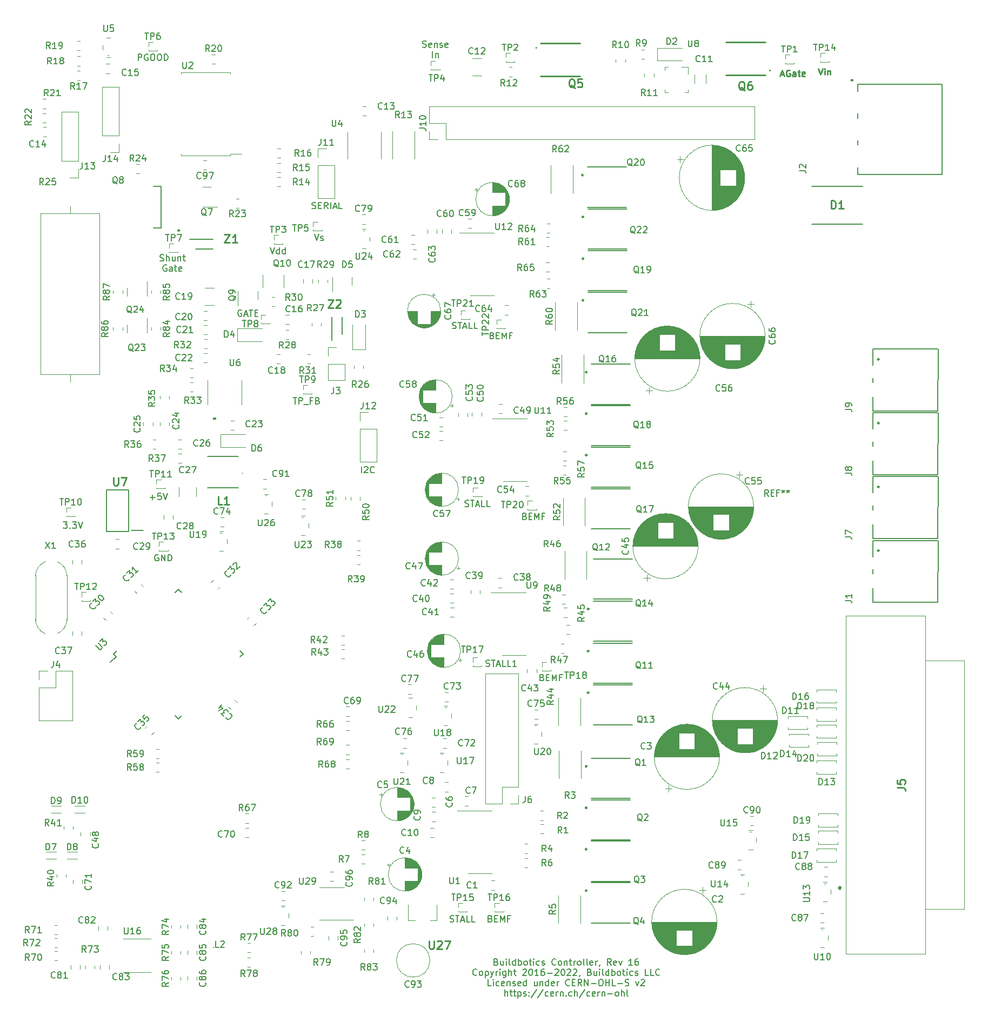
<source format=gbr>
%TF.GenerationSoftware,KiCad,Pcbnew,6.0.6+dfsg-1~bpo11+1*%
%TF.CreationDate,2022-11-12T15:23:50-08:00*%
%TF.ProjectId,BuildboticsController,4275696c-6462-46f7-9469-6373436f6e74,rev?*%
%TF.SameCoordinates,Original*%
%TF.FileFunction,Legend,Top*%
%TF.FilePolarity,Positive*%
%FSLAX46Y46*%
G04 Gerber Fmt 4.6, Leading zero omitted, Abs format (unit mm)*
G04 Created by KiCad (PCBNEW 6.0.6+dfsg-1~bpo11+1) date 2022-11-12 15:23:50*
%MOMM*%
%LPD*%
G01*
G04 APERTURE LIST*
%ADD10C,0.150000*%
%ADD11C,0.250000*%
%ADD12C,0.254000*%
%ADD13C,0.120000*%
%ADD14C,0.100000*%
%ADD15C,0.200000*%
%ADD16C,0.249999*%
%ADD17C,0.300000*%
G04 APERTURE END LIST*
D10*
X38440476Y-26202380D02*
X38440476Y-25202380D01*
X38821428Y-25202380D01*
X38916666Y-25250000D01*
X38964285Y-25297619D01*
X39011904Y-25392857D01*
X39011904Y-25535714D01*
X38964285Y-25630952D01*
X38916666Y-25678571D01*
X38821428Y-25726190D01*
X38440476Y-25726190D01*
X39964285Y-25250000D02*
X39869047Y-25202380D01*
X39726190Y-25202380D01*
X39583333Y-25250000D01*
X39488095Y-25345238D01*
X39440476Y-25440476D01*
X39392857Y-25630952D01*
X39392857Y-25773809D01*
X39440476Y-25964285D01*
X39488095Y-26059523D01*
X39583333Y-26154761D01*
X39726190Y-26202380D01*
X39821428Y-26202380D01*
X39964285Y-26154761D01*
X40011904Y-26107142D01*
X40011904Y-25773809D01*
X39821428Y-25773809D01*
X40630952Y-25202380D02*
X40821428Y-25202380D01*
X40916666Y-25250000D01*
X41011904Y-25345238D01*
X41059523Y-25535714D01*
X41059523Y-25869047D01*
X41011904Y-26059523D01*
X40916666Y-26154761D01*
X40821428Y-26202380D01*
X40630952Y-26202380D01*
X40535714Y-26154761D01*
X40440476Y-26059523D01*
X40392857Y-25869047D01*
X40392857Y-25535714D01*
X40440476Y-25345238D01*
X40535714Y-25250000D01*
X40630952Y-25202380D01*
X41678571Y-25202380D02*
X41869047Y-25202380D01*
X41964285Y-25250000D01*
X42059523Y-25345238D01*
X42107142Y-25535714D01*
X42107142Y-25869047D01*
X42059523Y-26059523D01*
X41964285Y-26154761D01*
X41869047Y-26202380D01*
X41678571Y-26202380D01*
X41583333Y-26154761D01*
X41488095Y-26059523D01*
X41440476Y-25869047D01*
X41440476Y-25535714D01*
X41488095Y-25345238D01*
X41583333Y-25250000D01*
X41678571Y-25202380D01*
X42535714Y-26202380D02*
X42535714Y-25202380D01*
X42773809Y-25202380D01*
X42916666Y-25250000D01*
X43011904Y-25345238D01*
X43059523Y-25440476D01*
X43107142Y-25630952D01*
X43107142Y-25773809D01*
X43059523Y-25964285D01*
X43011904Y-26059523D01*
X42916666Y-26154761D01*
X42773809Y-26202380D01*
X42535714Y-26202380D01*
X65690476Y-49404761D02*
X65833333Y-49452380D01*
X66071428Y-49452380D01*
X66166666Y-49404761D01*
X66214285Y-49357142D01*
X66261904Y-49261904D01*
X66261904Y-49166666D01*
X66214285Y-49071428D01*
X66166666Y-49023809D01*
X66071428Y-48976190D01*
X65880952Y-48928571D01*
X65785714Y-48880952D01*
X65738095Y-48833333D01*
X65690476Y-48738095D01*
X65690476Y-48642857D01*
X65738095Y-48547619D01*
X65785714Y-48500000D01*
X65880952Y-48452380D01*
X66119047Y-48452380D01*
X66261904Y-48500000D01*
X66690476Y-48928571D02*
X67023809Y-48928571D01*
X67166666Y-49452380D02*
X66690476Y-49452380D01*
X66690476Y-48452380D01*
X67166666Y-48452380D01*
X68166666Y-49452380D02*
X67833333Y-48976190D01*
X67595238Y-49452380D02*
X67595238Y-48452380D01*
X67976190Y-48452380D01*
X68071428Y-48500000D01*
X68119047Y-48547619D01*
X68166666Y-48642857D01*
X68166666Y-48785714D01*
X68119047Y-48880952D01*
X68071428Y-48928571D01*
X67976190Y-48976190D01*
X67595238Y-48976190D01*
X68595238Y-49452380D02*
X68595238Y-48452380D01*
X69023809Y-49166666D02*
X69500000Y-49166666D01*
X68928571Y-49452380D02*
X69261904Y-48452380D01*
X69595238Y-49452380D01*
X70404761Y-49452380D02*
X69928571Y-49452380D01*
X69928571Y-48452380D01*
X59147904Y-55520380D02*
X59481238Y-56520380D01*
X59814571Y-55520380D01*
X60576476Y-56520380D02*
X60576476Y-55520380D01*
X60576476Y-56472761D02*
X60481238Y-56520380D01*
X60290761Y-56520380D01*
X60195523Y-56472761D01*
X60147904Y-56425142D01*
X60100285Y-56329904D01*
X60100285Y-56044190D01*
X60147904Y-55948952D01*
X60195523Y-55901333D01*
X60290761Y-55853714D01*
X60481238Y-55853714D01*
X60576476Y-55901333D01*
X61481238Y-56520380D02*
X61481238Y-55520380D01*
X61481238Y-56472761D02*
X61386000Y-56520380D01*
X61195523Y-56520380D01*
X61100285Y-56472761D01*
X61052666Y-56425142D01*
X61005047Y-56329904D01*
X61005047Y-56044190D01*
X61052666Y-55948952D01*
X61100285Y-55901333D01*
X61195523Y-55853714D01*
X61386000Y-55853714D01*
X61481238Y-55901333D01*
X92919047Y-121154761D02*
X93061904Y-121202380D01*
X93300000Y-121202380D01*
X93395238Y-121154761D01*
X93442857Y-121107142D01*
X93490476Y-121011904D01*
X93490476Y-120916666D01*
X93442857Y-120821428D01*
X93395238Y-120773809D01*
X93300000Y-120726190D01*
X93109523Y-120678571D01*
X93014285Y-120630952D01*
X92966666Y-120583333D01*
X92919047Y-120488095D01*
X92919047Y-120392857D01*
X92966666Y-120297619D01*
X93014285Y-120250000D01*
X93109523Y-120202380D01*
X93347619Y-120202380D01*
X93490476Y-120250000D01*
X93776190Y-120202380D02*
X94347619Y-120202380D01*
X94061904Y-121202380D02*
X94061904Y-120202380D01*
X94633333Y-120916666D02*
X95109523Y-120916666D01*
X94538095Y-121202380D02*
X94871428Y-120202380D01*
X95204761Y-121202380D01*
X96014285Y-121202380D02*
X95538095Y-121202380D01*
X95538095Y-120202380D01*
X96823809Y-121202380D02*
X96347619Y-121202380D01*
X96347619Y-120202380D01*
X97680952Y-121202380D02*
X97109523Y-121202380D01*
X97395238Y-121202380D02*
X97395238Y-120202380D01*
X97300000Y-120345238D01*
X97204761Y-120440476D01*
X97109523Y-120488095D01*
X41608095Y-103700000D02*
X41512857Y-103652380D01*
X41370000Y-103652380D01*
X41227142Y-103700000D01*
X41131904Y-103795238D01*
X41084285Y-103890476D01*
X41036666Y-104080952D01*
X41036666Y-104223809D01*
X41084285Y-104414285D01*
X41131904Y-104509523D01*
X41227142Y-104604761D01*
X41370000Y-104652380D01*
X41465238Y-104652380D01*
X41608095Y-104604761D01*
X41655714Y-104557142D01*
X41655714Y-104223809D01*
X41465238Y-104223809D01*
X42084285Y-104652380D02*
X42084285Y-103652380D01*
X42655714Y-104652380D01*
X42655714Y-103652380D01*
X43131904Y-104652380D02*
X43131904Y-103652380D01*
X43370000Y-103652380D01*
X43512857Y-103700000D01*
X43608095Y-103795238D01*
X43655714Y-103890476D01*
X43703333Y-104080952D01*
X43703333Y-104223809D01*
X43655714Y-104414285D01*
X43608095Y-104509523D01*
X43512857Y-104604761D01*
X43370000Y-104652380D01*
X43131904Y-104652380D01*
X54640000Y-65360000D02*
X54544761Y-65312380D01*
X54401904Y-65312380D01*
X54259047Y-65360000D01*
X54163809Y-65455238D01*
X54116190Y-65550476D01*
X54068571Y-65740952D01*
X54068571Y-65883809D01*
X54116190Y-66074285D01*
X54163809Y-66169523D01*
X54259047Y-66264761D01*
X54401904Y-66312380D01*
X54497142Y-66312380D01*
X54640000Y-66264761D01*
X54687619Y-66217142D01*
X54687619Y-65883809D01*
X54497142Y-65883809D01*
X55068571Y-66026666D02*
X55544761Y-66026666D01*
X54973333Y-66312380D02*
X55306666Y-65312380D01*
X55640000Y-66312380D01*
X55830476Y-65312380D02*
X56401904Y-65312380D01*
X56116190Y-66312380D02*
X56116190Y-65312380D01*
X56735238Y-65788571D02*
X57068571Y-65788571D01*
X57211428Y-66312380D02*
X56735238Y-66312380D01*
X56735238Y-65312380D01*
X57211428Y-65312380D01*
X41871428Y-57599761D02*
X42014285Y-57647380D01*
X42252380Y-57647380D01*
X42347619Y-57599761D01*
X42395238Y-57552142D01*
X42442857Y-57456904D01*
X42442857Y-57361666D01*
X42395238Y-57266428D01*
X42347619Y-57218809D01*
X42252380Y-57171190D01*
X42061904Y-57123571D01*
X41966666Y-57075952D01*
X41919047Y-57028333D01*
X41871428Y-56933095D01*
X41871428Y-56837857D01*
X41919047Y-56742619D01*
X41966666Y-56695000D01*
X42061904Y-56647380D01*
X42300000Y-56647380D01*
X42442857Y-56695000D01*
X42871428Y-57647380D02*
X42871428Y-56647380D01*
X43300000Y-57647380D02*
X43300000Y-57123571D01*
X43252380Y-57028333D01*
X43157142Y-56980714D01*
X43014285Y-56980714D01*
X42919047Y-57028333D01*
X42871428Y-57075952D01*
X44204761Y-56980714D02*
X44204761Y-57647380D01*
X43776190Y-56980714D02*
X43776190Y-57504523D01*
X43823809Y-57599761D01*
X43919047Y-57647380D01*
X44061904Y-57647380D01*
X44157142Y-57599761D01*
X44204761Y-57552142D01*
X44680952Y-56980714D02*
X44680952Y-57647380D01*
X44680952Y-57075952D02*
X44728571Y-57028333D01*
X44823809Y-56980714D01*
X44966666Y-56980714D01*
X45061904Y-57028333D01*
X45109523Y-57123571D01*
X45109523Y-57647380D01*
X45442857Y-56980714D02*
X45823809Y-56980714D01*
X45585714Y-56647380D02*
X45585714Y-57504523D01*
X45633333Y-57599761D01*
X45728571Y-57647380D01*
X45823809Y-57647380D01*
X42895238Y-58305000D02*
X42800000Y-58257380D01*
X42657142Y-58257380D01*
X42514285Y-58305000D01*
X42419047Y-58400238D01*
X42371428Y-58495476D01*
X42323809Y-58685952D01*
X42323809Y-58828809D01*
X42371428Y-59019285D01*
X42419047Y-59114523D01*
X42514285Y-59209761D01*
X42657142Y-59257380D01*
X42752380Y-59257380D01*
X42895238Y-59209761D01*
X42942857Y-59162142D01*
X42942857Y-58828809D01*
X42752380Y-58828809D01*
X43800000Y-59257380D02*
X43800000Y-58733571D01*
X43752380Y-58638333D01*
X43657142Y-58590714D01*
X43466666Y-58590714D01*
X43371428Y-58638333D01*
X43800000Y-59209761D02*
X43704761Y-59257380D01*
X43466666Y-59257380D01*
X43371428Y-59209761D01*
X43323809Y-59114523D01*
X43323809Y-59019285D01*
X43371428Y-58924047D01*
X43466666Y-58876428D01*
X43704761Y-58876428D01*
X43800000Y-58828809D01*
X44133333Y-58590714D02*
X44514285Y-58590714D01*
X44276190Y-58257380D02*
X44276190Y-59114523D01*
X44323809Y-59209761D01*
X44419047Y-59257380D01*
X44514285Y-59257380D01*
X45228571Y-59209761D02*
X45133333Y-59257380D01*
X44942857Y-59257380D01*
X44847619Y-59209761D01*
X44800000Y-59114523D01*
X44800000Y-58733571D01*
X44847619Y-58638333D01*
X44942857Y-58590714D01*
X45133333Y-58590714D01*
X45228571Y-58638333D01*
X45276190Y-58733571D01*
X45276190Y-58828809D01*
X44800000Y-58924047D01*
X101719047Y-122928571D02*
X101861904Y-122976190D01*
X101909523Y-123023809D01*
X101957142Y-123119047D01*
X101957142Y-123261904D01*
X101909523Y-123357142D01*
X101861904Y-123404761D01*
X101766666Y-123452380D01*
X101385714Y-123452380D01*
X101385714Y-122452380D01*
X101719047Y-122452380D01*
X101814285Y-122500000D01*
X101861904Y-122547619D01*
X101909523Y-122642857D01*
X101909523Y-122738095D01*
X101861904Y-122833333D01*
X101814285Y-122880952D01*
X101719047Y-122928571D01*
X101385714Y-122928571D01*
X102385714Y-122928571D02*
X102719047Y-122928571D01*
X102861904Y-123452380D02*
X102385714Y-123452380D01*
X102385714Y-122452380D01*
X102861904Y-122452380D01*
X103290476Y-123452380D02*
X103290476Y-122452380D01*
X103623809Y-123166666D01*
X103957142Y-122452380D01*
X103957142Y-123452380D01*
X104766666Y-122928571D02*
X104433333Y-122928571D01*
X104433333Y-123452380D02*
X104433333Y-122452380D01*
X104909523Y-122452380D01*
X40314285Y-94671428D02*
X41076190Y-94671428D01*
X40695238Y-95052380D02*
X40695238Y-94290476D01*
X42028571Y-94052380D02*
X41552380Y-94052380D01*
X41504761Y-94528571D01*
X41552380Y-94480952D01*
X41647619Y-94433333D01*
X41885714Y-94433333D01*
X41980952Y-94480952D01*
X42028571Y-94528571D01*
X42076190Y-94623809D01*
X42076190Y-94861904D01*
X42028571Y-94957142D01*
X41980952Y-95004761D01*
X41885714Y-95052380D01*
X41647619Y-95052380D01*
X41552380Y-95004761D01*
X41504761Y-94957142D01*
X42361904Y-94052380D02*
X42695238Y-95052380D01*
X43028571Y-94052380D01*
X62704761Y-79052380D02*
X63276190Y-79052380D01*
X62990476Y-80052380D02*
X62990476Y-79052380D01*
X63609523Y-80052380D02*
X63609523Y-79052380D01*
X63990476Y-79052380D01*
X64085714Y-79100000D01*
X64133333Y-79147619D01*
X64180952Y-79242857D01*
X64180952Y-79385714D01*
X64133333Y-79480952D01*
X64085714Y-79528571D01*
X63990476Y-79576190D01*
X63609523Y-79576190D01*
X64371428Y-80147619D02*
X65133333Y-80147619D01*
X65704761Y-79528571D02*
X65371428Y-79528571D01*
X65371428Y-80052380D02*
X65371428Y-79052380D01*
X65847619Y-79052380D01*
X66561904Y-79528571D02*
X66704761Y-79576190D01*
X66752380Y-79623809D01*
X66800000Y-79719047D01*
X66800000Y-79861904D01*
X66752380Y-79957142D01*
X66704761Y-80004761D01*
X66609523Y-80052380D01*
X66228571Y-80052380D01*
X66228571Y-79052380D01*
X66561904Y-79052380D01*
X66657142Y-79100000D01*
X66704761Y-79147619D01*
X66752380Y-79242857D01*
X66752380Y-79338095D01*
X66704761Y-79433333D01*
X66657142Y-79480952D01*
X66561904Y-79528571D01*
X66228571Y-79528571D01*
X26723809Y-98552380D02*
X27342857Y-98552380D01*
X27009523Y-98933333D01*
X27152380Y-98933333D01*
X27247619Y-98980952D01*
X27295238Y-99028571D01*
X27342857Y-99123809D01*
X27342857Y-99361904D01*
X27295238Y-99457142D01*
X27247619Y-99504761D01*
X27152380Y-99552380D01*
X26866666Y-99552380D01*
X26771428Y-99504761D01*
X26723809Y-99457142D01*
X27771428Y-99457142D02*
X27819047Y-99504761D01*
X27771428Y-99552380D01*
X27723809Y-99504761D01*
X27771428Y-99457142D01*
X27771428Y-99552380D01*
X28152380Y-98552380D02*
X28771428Y-98552380D01*
X28438095Y-98933333D01*
X28580952Y-98933333D01*
X28676190Y-98980952D01*
X28723809Y-99028571D01*
X28771428Y-99123809D01*
X28771428Y-99361904D01*
X28723809Y-99457142D01*
X28676190Y-99504761D01*
X28580952Y-99552380D01*
X28295238Y-99552380D01*
X28200000Y-99504761D01*
X28152380Y-99457142D01*
X29057142Y-98552380D02*
X29390476Y-99552380D01*
X29723809Y-98552380D01*
D11*
X139095238Y-28416666D02*
X139571428Y-28416666D01*
X139000000Y-28702380D02*
X139333333Y-27702380D01*
X139666666Y-28702380D01*
X140523809Y-27750000D02*
X140428571Y-27702380D01*
X140285714Y-27702380D01*
X140142857Y-27750000D01*
X140047619Y-27845238D01*
X140000000Y-27940476D01*
X139952380Y-28130952D01*
X139952380Y-28273809D01*
X140000000Y-28464285D01*
X140047619Y-28559523D01*
X140142857Y-28654761D01*
X140285714Y-28702380D01*
X140380952Y-28702380D01*
X140523809Y-28654761D01*
X140571428Y-28607142D01*
X140571428Y-28273809D01*
X140380952Y-28273809D01*
X141428571Y-28702380D02*
X141428571Y-28178571D01*
X141380952Y-28083333D01*
X141285714Y-28035714D01*
X141095238Y-28035714D01*
X141000000Y-28083333D01*
X141428571Y-28654761D02*
X141333333Y-28702380D01*
X141095238Y-28702380D01*
X141000000Y-28654761D01*
X140952380Y-28559523D01*
X140952380Y-28464285D01*
X141000000Y-28369047D01*
X141095238Y-28321428D01*
X141333333Y-28321428D01*
X141428571Y-28273809D01*
X141761904Y-28035714D02*
X142142857Y-28035714D01*
X141904761Y-27702380D02*
X141904761Y-28559523D01*
X141952380Y-28654761D01*
X142047619Y-28702380D01*
X142142857Y-28702380D01*
X142857142Y-28654761D02*
X142761904Y-28702380D01*
X142571428Y-28702380D01*
X142476190Y-28654761D01*
X142428571Y-28559523D01*
X142428571Y-28178571D01*
X142476190Y-28083333D01*
X142571428Y-28035714D01*
X142761904Y-28035714D01*
X142857142Y-28083333D01*
X142904761Y-28178571D01*
X142904761Y-28273809D01*
X142428571Y-28369047D01*
D10*
X94547619Y-167513571D02*
X94690476Y-167561190D01*
X94738095Y-167608809D01*
X94785714Y-167704047D01*
X94785714Y-167846904D01*
X94738095Y-167942142D01*
X94690476Y-167989761D01*
X94595238Y-168037380D01*
X94214285Y-168037380D01*
X94214285Y-167037380D01*
X94547619Y-167037380D01*
X94642857Y-167085000D01*
X94690476Y-167132619D01*
X94738095Y-167227857D01*
X94738095Y-167323095D01*
X94690476Y-167418333D01*
X94642857Y-167465952D01*
X94547619Y-167513571D01*
X94214285Y-167513571D01*
X95642857Y-167370714D02*
X95642857Y-168037380D01*
X95214285Y-167370714D02*
X95214285Y-167894523D01*
X95261904Y-167989761D01*
X95357142Y-168037380D01*
X95500000Y-168037380D01*
X95595238Y-167989761D01*
X95642857Y-167942142D01*
X96119047Y-168037380D02*
X96119047Y-167370714D01*
X96119047Y-167037380D02*
X96071428Y-167085000D01*
X96119047Y-167132619D01*
X96166666Y-167085000D01*
X96119047Y-167037380D01*
X96119047Y-167132619D01*
X96738095Y-168037380D02*
X96642857Y-167989761D01*
X96595238Y-167894523D01*
X96595238Y-167037380D01*
X97547619Y-168037380D02*
X97547619Y-167037380D01*
X97547619Y-167989761D02*
X97452380Y-168037380D01*
X97261904Y-168037380D01*
X97166666Y-167989761D01*
X97119047Y-167942142D01*
X97071428Y-167846904D01*
X97071428Y-167561190D01*
X97119047Y-167465952D01*
X97166666Y-167418333D01*
X97261904Y-167370714D01*
X97452380Y-167370714D01*
X97547619Y-167418333D01*
X98023809Y-168037380D02*
X98023809Y-167037380D01*
X98023809Y-167418333D02*
X98119047Y-167370714D01*
X98309523Y-167370714D01*
X98404761Y-167418333D01*
X98452380Y-167465952D01*
X98500000Y-167561190D01*
X98500000Y-167846904D01*
X98452380Y-167942142D01*
X98404761Y-167989761D01*
X98309523Y-168037380D01*
X98119047Y-168037380D01*
X98023809Y-167989761D01*
X99071428Y-168037380D02*
X98976190Y-167989761D01*
X98928571Y-167942142D01*
X98880952Y-167846904D01*
X98880952Y-167561190D01*
X98928571Y-167465952D01*
X98976190Y-167418333D01*
X99071428Y-167370714D01*
X99214285Y-167370714D01*
X99309523Y-167418333D01*
X99357142Y-167465952D01*
X99404761Y-167561190D01*
X99404761Y-167846904D01*
X99357142Y-167942142D01*
X99309523Y-167989761D01*
X99214285Y-168037380D01*
X99071428Y-168037380D01*
X99690476Y-167370714D02*
X100071428Y-167370714D01*
X99833333Y-167037380D02*
X99833333Y-167894523D01*
X99880952Y-167989761D01*
X99976190Y-168037380D01*
X100071428Y-168037380D01*
X100404761Y-168037380D02*
X100404761Y-167370714D01*
X100404761Y-167037380D02*
X100357142Y-167085000D01*
X100404761Y-167132619D01*
X100452380Y-167085000D01*
X100404761Y-167037380D01*
X100404761Y-167132619D01*
X101309523Y-167989761D02*
X101214285Y-168037380D01*
X101023809Y-168037380D01*
X100928571Y-167989761D01*
X100880952Y-167942142D01*
X100833333Y-167846904D01*
X100833333Y-167561190D01*
X100880952Y-167465952D01*
X100928571Y-167418333D01*
X101023809Y-167370714D01*
X101214285Y-167370714D01*
X101309523Y-167418333D01*
X101690476Y-167989761D02*
X101785714Y-168037380D01*
X101976190Y-168037380D01*
X102071428Y-167989761D01*
X102119047Y-167894523D01*
X102119047Y-167846904D01*
X102071428Y-167751666D01*
X101976190Y-167704047D01*
X101833333Y-167704047D01*
X101738095Y-167656428D01*
X101690476Y-167561190D01*
X101690476Y-167513571D01*
X101738095Y-167418333D01*
X101833333Y-167370714D01*
X101976190Y-167370714D01*
X102071428Y-167418333D01*
X103880952Y-167942142D02*
X103833333Y-167989761D01*
X103690476Y-168037380D01*
X103595238Y-168037380D01*
X103452380Y-167989761D01*
X103357142Y-167894523D01*
X103309523Y-167799285D01*
X103261904Y-167608809D01*
X103261904Y-167465952D01*
X103309523Y-167275476D01*
X103357142Y-167180238D01*
X103452380Y-167085000D01*
X103595238Y-167037380D01*
X103690476Y-167037380D01*
X103833333Y-167085000D01*
X103880952Y-167132619D01*
X104452380Y-168037380D02*
X104357142Y-167989761D01*
X104309523Y-167942142D01*
X104261904Y-167846904D01*
X104261904Y-167561190D01*
X104309523Y-167465952D01*
X104357142Y-167418333D01*
X104452380Y-167370714D01*
X104595238Y-167370714D01*
X104690476Y-167418333D01*
X104738095Y-167465952D01*
X104785714Y-167561190D01*
X104785714Y-167846904D01*
X104738095Y-167942142D01*
X104690476Y-167989761D01*
X104595238Y-168037380D01*
X104452380Y-168037380D01*
X105214285Y-167370714D02*
X105214285Y-168037380D01*
X105214285Y-167465952D02*
X105261904Y-167418333D01*
X105357142Y-167370714D01*
X105500000Y-167370714D01*
X105595238Y-167418333D01*
X105642857Y-167513571D01*
X105642857Y-168037380D01*
X105976190Y-167370714D02*
X106357142Y-167370714D01*
X106119047Y-167037380D02*
X106119047Y-167894523D01*
X106166666Y-167989761D01*
X106261904Y-168037380D01*
X106357142Y-168037380D01*
X106690476Y-168037380D02*
X106690476Y-167370714D01*
X106690476Y-167561190D02*
X106738095Y-167465952D01*
X106785714Y-167418333D01*
X106880952Y-167370714D01*
X106976190Y-167370714D01*
X107452380Y-168037380D02*
X107357142Y-167989761D01*
X107309523Y-167942142D01*
X107261904Y-167846904D01*
X107261904Y-167561190D01*
X107309523Y-167465952D01*
X107357142Y-167418333D01*
X107452380Y-167370714D01*
X107595238Y-167370714D01*
X107690476Y-167418333D01*
X107738095Y-167465952D01*
X107785714Y-167561190D01*
X107785714Y-167846904D01*
X107738095Y-167942142D01*
X107690476Y-167989761D01*
X107595238Y-168037380D01*
X107452380Y-168037380D01*
X108357142Y-168037380D02*
X108261904Y-167989761D01*
X108214285Y-167894523D01*
X108214285Y-167037380D01*
X108880952Y-168037380D02*
X108785714Y-167989761D01*
X108738095Y-167894523D01*
X108738095Y-167037380D01*
X109642857Y-167989761D02*
X109547619Y-168037380D01*
X109357142Y-168037380D01*
X109261904Y-167989761D01*
X109214285Y-167894523D01*
X109214285Y-167513571D01*
X109261904Y-167418333D01*
X109357142Y-167370714D01*
X109547619Y-167370714D01*
X109642857Y-167418333D01*
X109690476Y-167513571D01*
X109690476Y-167608809D01*
X109214285Y-167704047D01*
X110119047Y-168037380D02*
X110119047Y-167370714D01*
X110119047Y-167561190D02*
X110166666Y-167465952D01*
X110214285Y-167418333D01*
X110309523Y-167370714D01*
X110404761Y-167370714D01*
X110785714Y-167989761D02*
X110785714Y-168037380D01*
X110738095Y-168132619D01*
X110690476Y-168180238D01*
X112547619Y-168037380D02*
X112214285Y-167561190D01*
X111976190Y-168037380D02*
X111976190Y-167037380D01*
X112357142Y-167037380D01*
X112452380Y-167085000D01*
X112500000Y-167132619D01*
X112547619Y-167227857D01*
X112547619Y-167370714D01*
X112500000Y-167465952D01*
X112452380Y-167513571D01*
X112357142Y-167561190D01*
X111976190Y-167561190D01*
X113357142Y-167989761D02*
X113261904Y-168037380D01*
X113071428Y-168037380D01*
X112976190Y-167989761D01*
X112928571Y-167894523D01*
X112928571Y-167513571D01*
X112976190Y-167418333D01*
X113071428Y-167370714D01*
X113261904Y-167370714D01*
X113357142Y-167418333D01*
X113404761Y-167513571D01*
X113404761Y-167608809D01*
X112928571Y-167704047D01*
X113738095Y-167370714D02*
X113976190Y-168037380D01*
X114214285Y-167370714D01*
X115880952Y-168037380D02*
X115309523Y-168037380D01*
X115595238Y-168037380D02*
X115595238Y-167037380D01*
X115500000Y-167180238D01*
X115404761Y-167275476D01*
X115309523Y-167323095D01*
X116738095Y-167037380D02*
X116547619Y-167037380D01*
X116452380Y-167085000D01*
X116404761Y-167132619D01*
X116309523Y-167275476D01*
X116261904Y-167465952D01*
X116261904Y-167846904D01*
X116309523Y-167942142D01*
X116357142Y-167989761D01*
X116452380Y-168037380D01*
X116642857Y-168037380D01*
X116738095Y-167989761D01*
X116785714Y-167942142D01*
X116833333Y-167846904D01*
X116833333Y-167608809D01*
X116785714Y-167513571D01*
X116738095Y-167465952D01*
X116642857Y-167418333D01*
X116452380Y-167418333D01*
X116357142Y-167465952D01*
X116309523Y-167513571D01*
X116261904Y-167608809D01*
X91500000Y-169552142D02*
X91452380Y-169599761D01*
X91309523Y-169647380D01*
X91214285Y-169647380D01*
X91071428Y-169599761D01*
X90976190Y-169504523D01*
X90928571Y-169409285D01*
X90880952Y-169218809D01*
X90880952Y-169075952D01*
X90928571Y-168885476D01*
X90976190Y-168790238D01*
X91071428Y-168695000D01*
X91214285Y-168647380D01*
X91309523Y-168647380D01*
X91452380Y-168695000D01*
X91500000Y-168742619D01*
X92071428Y-169647380D02*
X91976190Y-169599761D01*
X91928571Y-169552142D01*
X91880952Y-169456904D01*
X91880952Y-169171190D01*
X91928571Y-169075952D01*
X91976190Y-169028333D01*
X92071428Y-168980714D01*
X92214285Y-168980714D01*
X92309523Y-169028333D01*
X92357142Y-169075952D01*
X92404761Y-169171190D01*
X92404761Y-169456904D01*
X92357142Y-169552142D01*
X92309523Y-169599761D01*
X92214285Y-169647380D01*
X92071428Y-169647380D01*
X92833333Y-168980714D02*
X92833333Y-169980714D01*
X92833333Y-169028333D02*
X92928571Y-168980714D01*
X93119047Y-168980714D01*
X93214285Y-169028333D01*
X93261904Y-169075952D01*
X93309523Y-169171190D01*
X93309523Y-169456904D01*
X93261904Y-169552142D01*
X93214285Y-169599761D01*
X93119047Y-169647380D01*
X92928571Y-169647380D01*
X92833333Y-169599761D01*
X93642857Y-168980714D02*
X93880952Y-169647380D01*
X94119047Y-168980714D02*
X93880952Y-169647380D01*
X93785714Y-169885476D01*
X93738095Y-169933095D01*
X93642857Y-169980714D01*
X94500000Y-169647380D02*
X94500000Y-168980714D01*
X94500000Y-169171190D02*
X94547619Y-169075952D01*
X94595238Y-169028333D01*
X94690476Y-168980714D01*
X94785714Y-168980714D01*
X95119047Y-169647380D02*
X95119047Y-168980714D01*
X95119047Y-168647380D02*
X95071428Y-168695000D01*
X95119047Y-168742619D01*
X95166666Y-168695000D01*
X95119047Y-168647380D01*
X95119047Y-168742619D01*
X96023809Y-168980714D02*
X96023809Y-169790238D01*
X95976190Y-169885476D01*
X95928571Y-169933095D01*
X95833333Y-169980714D01*
X95690476Y-169980714D01*
X95595238Y-169933095D01*
X96023809Y-169599761D02*
X95928571Y-169647380D01*
X95738095Y-169647380D01*
X95642857Y-169599761D01*
X95595238Y-169552142D01*
X95547619Y-169456904D01*
X95547619Y-169171190D01*
X95595238Y-169075952D01*
X95642857Y-169028333D01*
X95738095Y-168980714D01*
X95928571Y-168980714D01*
X96023809Y-169028333D01*
X96500000Y-169647380D02*
X96500000Y-168647380D01*
X96928571Y-169647380D02*
X96928571Y-169123571D01*
X96880952Y-169028333D01*
X96785714Y-168980714D01*
X96642857Y-168980714D01*
X96547619Y-169028333D01*
X96500000Y-169075952D01*
X97261904Y-168980714D02*
X97642857Y-168980714D01*
X97404761Y-168647380D02*
X97404761Y-169504523D01*
X97452380Y-169599761D01*
X97547619Y-169647380D01*
X97642857Y-169647380D01*
X98690476Y-168742619D02*
X98738095Y-168695000D01*
X98833333Y-168647380D01*
X99071428Y-168647380D01*
X99166666Y-168695000D01*
X99214285Y-168742619D01*
X99261904Y-168837857D01*
X99261904Y-168933095D01*
X99214285Y-169075952D01*
X98642857Y-169647380D01*
X99261904Y-169647380D01*
X99880952Y-168647380D02*
X99976190Y-168647380D01*
X100071428Y-168695000D01*
X100119047Y-168742619D01*
X100166666Y-168837857D01*
X100214285Y-169028333D01*
X100214285Y-169266428D01*
X100166666Y-169456904D01*
X100119047Y-169552142D01*
X100071428Y-169599761D01*
X99976190Y-169647380D01*
X99880952Y-169647380D01*
X99785714Y-169599761D01*
X99738095Y-169552142D01*
X99690476Y-169456904D01*
X99642857Y-169266428D01*
X99642857Y-169028333D01*
X99690476Y-168837857D01*
X99738095Y-168742619D01*
X99785714Y-168695000D01*
X99880952Y-168647380D01*
X101166666Y-169647380D02*
X100595238Y-169647380D01*
X100880952Y-169647380D02*
X100880952Y-168647380D01*
X100785714Y-168790238D01*
X100690476Y-168885476D01*
X100595238Y-168933095D01*
X102023809Y-168647380D02*
X101833333Y-168647380D01*
X101738095Y-168695000D01*
X101690476Y-168742619D01*
X101595238Y-168885476D01*
X101547619Y-169075952D01*
X101547619Y-169456904D01*
X101595238Y-169552142D01*
X101642857Y-169599761D01*
X101738095Y-169647380D01*
X101928571Y-169647380D01*
X102023809Y-169599761D01*
X102071428Y-169552142D01*
X102119047Y-169456904D01*
X102119047Y-169218809D01*
X102071428Y-169123571D01*
X102023809Y-169075952D01*
X101928571Y-169028333D01*
X101738095Y-169028333D01*
X101642857Y-169075952D01*
X101595238Y-169123571D01*
X101547619Y-169218809D01*
X102547619Y-169266428D02*
X103309523Y-169266428D01*
X103738095Y-168742619D02*
X103785714Y-168695000D01*
X103880952Y-168647380D01*
X104119047Y-168647380D01*
X104214285Y-168695000D01*
X104261904Y-168742619D01*
X104309523Y-168837857D01*
X104309523Y-168933095D01*
X104261904Y-169075952D01*
X103690476Y-169647380D01*
X104309523Y-169647380D01*
X104928571Y-168647380D02*
X105023809Y-168647380D01*
X105119047Y-168695000D01*
X105166666Y-168742619D01*
X105214285Y-168837857D01*
X105261904Y-169028333D01*
X105261904Y-169266428D01*
X105214285Y-169456904D01*
X105166666Y-169552142D01*
X105119047Y-169599761D01*
X105023809Y-169647380D01*
X104928571Y-169647380D01*
X104833333Y-169599761D01*
X104785714Y-169552142D01*
X104738095Y-169456904D01*
X104690476Y-169266428D01*
X104690476Y-169028333D01*
X104738095Y-168837857D01*
X104785714Y-168742619D01*
X104833333Y-168695000D01*
X104928571Y-168647380D01*
X105642857Y-168742619D02*
X105690476Y-168695000D01*
X105785714Y-168647380D01*
X106023809Y-168647380D01*
X106119047Y-168695000D01*
X106166666Y-168742619D01*
X106214285Y-168837857D01*
X106214285Y-168933095D01*
X106166666Y-169075952D01*
X105595238Y-169647380D01*
X106214285Y-169647380D01*
X106595238Y-168742619D02*
X106642857Y-168695000D01*
X106738095Y-168647380D01*
X106976190Y-168647380D01*
X107071428Y-168695000D01*
X107119047Y-168742619D01*
X107166666Y-168837857D01*
X107166666Y-168933095D01*
X107119047Y-169075952D01*
X106547619Y-169647380D01*
X107166666Y-169647380D01*
X107642857Y-169599761D02*
X107642857Y-169647380D01*
X107595238Y-169742619D01*
X107547619Y-169790238D01*
X109166666Y-169123571D02*
X109309523Y-169171190D01*
X109357142Y-169218809D01*
X109404761Y-169314047D01*
X109404761Y-169456904D01*
X109357142Y-169552142D01*
X109309523Y-169599761D01*
X109214285Y-169647380D01*
X108833333Y-169647380D01*
X108833333Y-168647380D01*
X109166666Y-168647380D01*
X109261904Y-168695000D01*
X109309523Y-168742619D01*
X109357142Y-168837857D01*
X109357142Y-168933095D01*
X109309523Y-169028333D01*
X109261904Y-169075952D01*
X109166666Y-169123571D01*
X108833333Y-169123571D01*
X110261904Y-168980714D02*
X110261904Y-169647380D01*
X109833333Y-168980714D02*
X109833333Y-169504523D01*
X109880952Y-169599761D01*
X109976190Y-169647380D01*
X110119047Y-169647380D01*
X110214285Y-169599761D01*
X110261904Y-169552142D01*
X110738095Y-169647380D02*
X110738095Y-168980714D01*
X110738095Y-168647380D02*
X110690476Y-168695000D01*
X110738095Y-168742619D01*
X110785714Y-168695000D01*
X110738095Y-168647380D01*
X110738095Y-168742619D01*
X111357142Y-169647380D02*
X111261904Y-169599761D01*
X111214285Y-169504523D01*
X111214285Y-168647380D01*
X112166666Y-169647380D02*
X112166666Y-168647380D01*
X112166666Y-169599761D02*
X112071428Y-169647380D01*
X111880952Y-169647380D01*
X111785714Y-169599761D01*
X111738095Y-169552142D01*
X111690476Y-169456904D01*
X111690476Y-169171190D01*
X111738095Y-169075952D01*
X111785714Y-169028333D01*
X111880952Y-168980714D01*
X112071428Y-168980714D01*
X112166666Y-169028333D01*
X112642857Y-169647380D02*
X112642857Y-168647380D01*
X112642857Y-169028333D02*
X112738095Y-168980714D01*
X112928571Y-168980714D01*
X113023809Y-169028333D01*
X113071428Y-169075952D01*
X113119047Y-169171190D01*
X113119047Y-169456904D01*
X113071428Y-169552142D01*
X113023809Y-169599761D01*
X112928571Y-169647380D01*
X112738095Y-169647380D01*
X112642857Y-169599761D01*
X113690476Y-169647380D02*
X113595238Y-169599761D01*
X113547619Y-169552142D01*
X113500000Y-169456904D01*
X113500000Y-169171190D01*
X113547619Y-169075952D01*
X113595238Y-169028333D01*
X113690476Y-168980714D01*
X113833333Y-168980714D01*
X113928571Y-169028333D01*
X113976190Y-169075952D01*
X114023809Y-169171190D01*
X114023809Y-169456904D01*
X113976190Y-169552142D01*
X113928571Y-169599761D01*
X113833333Y-169647380D01*
X113690476Y-169647380D01*
X114309523Y-168980714D02*
X114690476Y-168980714D01*
X114452380Y-168647380D02*
X114452380Y-169504523D01*
X114500000Y-169599761D01*
X114595238Y-169647380D01*
X114690476Y-169647380D01*
X115023809Y-169647380D02*
X115023809Y-168980714D01*
X115023809Y-168647380D02*
X114976190Y-168695000D01*
X115023809Y-168742619D01*
X115071428Y-168695000D01*
X115023809Y-168647380D01*
X115023809Y-168742619D01*
X115928571Y-169599761D02*
X115833333Y-169647380D01*
X115642857Y-169647380D01*
X115547619Y-169599761D01*
X115500000Y-169552142D01*
X115452380Y-169456904D01*
X115452380Y-169171190D01*
X115500000Y-169075952D01*
X115547619Y-169028333D01*
X115642857Y-168980714D01*
X115833333Y-168980714D01*
X115928571Y-169028333D01*
X116309523Y-169599761D02*
X116404761Y-169647380D01*
X116595238Y-169647380D01*
X116690476Y-169599761D01*
X116738095Y-169504523D01*
X116738095Y-169456904D01*
X116690476Y-169361666D01*
X116595238Y-169314047D01*
X116452380Y-169314047D01*
X116357142Y-169266428D01*
X116309523Y-169171190D01*
X116309523Y-169123571D01*
X116357142Y-169028333D01*
X116452380Y-168980714D01*
X116595238Y-168980714D01*
X116690476Y-169028333D01*
X118404761Y-169647380D02*
X117928571Y-169647380D01*
X117928571Y-168647380D01*
X119214285Y-169647380D02*
X118738095Y-169647380D01*
X118738095Y-168647380D01*
X120119047Y-169552142D02*
X120071428Y-169599761D01*
X119928571Y-169647380D01*
X119833333Y-169647380D01*
X119690476Y-169599761D01*
X119595238Y-169504523D01*
X119547619Y-169409285D01*
X119500000Y-169218809D01*
X119500000Y-169075952D01*
X119547619Y-168885476D01*
X119595238Y-168790238D01*
X119690476Y-168695000D01*
X119833333Y-168647380D01*
X119928571Y-168647380D01*
X120071428Y-168695000D01*
X120119047Y-168742619D01*
X93738095Y-171257380D02*
X93261904Y-171257380D01*
X93261904Y-170257380D01*
X94071428Y-171257380D02*
X94071428Y-170590714D01*
X94071428Y-170257380D02*
X94023809Y-170305000D01*
X94071428Y-170352619D01*
X94119047Y-170305000D01*
X94071428Y-170257380D01*
X94071428Y-170352619D01*
X94976190Y-171209761D02*
X94880952Y-171257380D01*
X94690476Y-171257380D01*
X94595238Y-171209761D01*
X94547619Y-171162142D01*
X94500000Y-171066904D01*
X94500000Y-170781190D01*
X94547619Y-170685952D01*
X94595238Y-170638333D01*
X94690476Y-170590714D01*
X94880952Y-170590714D01*
X94976190Y-170638333D01*
X95785714Y-171209761D02*
X95690476Y-171257380D01*
X95500000Y-171257380D01*
X95404761Y-171209761D01*
X95357142Y-171114523D01*
X95357142Y-170733571D01*
X95404761Y-170638333D01*
X95500000Y-170590714D01*
X95690476Y-170590714D01*
X95785714Y-170638333D01*
X95833333Y-170733571D01*
X95833333Y-170828809D01*
X95357142Y-170924047D01*
X96261904Y-170590714D02*
X96261904Y-171257380D01*
X96261904Y-170685952D02*
X96309523Y-170638333D01*
X96404761Y-170590714D01*
X96547619Y-170590714D01*
X96642857Y-170638333D01*
X96690476Y-170733571D01*
X96690476Y-171257380D01*
X97119047Y-171209761D02*
X97214285Y-171257380D01*
X97404761Y-171257380D01*
X97500000Y-171209761D01*
X97547619Y-171114523D01*
X97547619Y-171066904D01*
X97500000Y-170971666D01*
X97404761Y-170924047D01*
X97261904Y-170924047D01*
X97166666Y-170876428D01*
X97119047Y-170781190D01*
X97119047Y-170733571D01*
X97166666Y-170638333D01*
X97261904Y-170590714D01*
X97404761Y-170590714D01*
X97500000Y-170638333D01*
X98357142Y-171209761D02*
X98261904Y-171257380D01*
X98071428Y-171257380D01*
X97976190Y-171209761D01*
X97928571Y-171114523D01*
X97928571Y-170733571D01*
X97976190Y-170638333D01*
X98071428Y-170590714D01*
X98261904Y-170590714D01*
X98357142Y-170638333D01*
X98404761Y-170733571D01*
X98404761Y-170828809D01*
X97928571Y-170924047D01*
X99261904Y-171257380D02*
X99261904Y-170257380D01*
X99261904Y-171209761D02*
X99166666Y-171257380D01*
X98976190Y-171257380D01*
X98880952Y-171209761D01*
X98833333Y-171162142D01*
X98785714Y-171066904D01*
X98785714Y-170781190D01*
X98833333Y-170685952D01*
X98880952Y-170638333D01*
X98976190Y-170590714D01*
X99166666Y-170590714D01*
X99261904Y-170638333D01*
X100928571Y-170590714D02*
X100928571Y-171257380D01*
X100500000Y-170590714D02*
X100500000Y-171114523D01*
X100547619Y-171209761D01*
X100642857Y-171257380D01*
X100785714Y-171257380D01*
X100880952Y-171209761D01*
X100928571Y-171162142D01*
X101404761Y-170590714D02*
X101404761Y-171257380D01*
X101404761Y-170685952D02*
X101452380Y-170638333D01*
X101547619Y-170590714D01*
X101690476Y-170590714D01*
X101785714Y-170638333D01*
X101833333Y-170733571D01*
X101833333Y-171257380D01*
X102738095Y-171257380D02*
X102738095Y-170257380D01*
X102738095Y-171209761D02*
X102642857Y-171257380D01*
X102452380Y-171257380D01*
X102357142Y-171209761D01*
X102309523Y-171162142D01*
X102261904Y-171066904D01*
X102261904Y-170781190D01*
X102309523Y-170685952D01*
X102357142Y-170638333D01*
X102452380Y-170590714D01*
X102642857Y-170590714D01*
X102738095Y-170638333D01*
X103595238Y-171209761D02*
X103500000Y-171257380D01*
X103309523Y-171257380D01*
X103214285Y-171209761D01*
X103166666Y-171114523D01*
X103166666Y-170733571D01*
X103214285Y-170638333D01*
X103309523Y-170590714D01*
X103500000Y-170590714D01*
X103595238Y-170638333D01*
X103642857Y-170733571D01*
X103642857Y-170828809D01*
X103166666Y-170924047D01*
X104071428Y-171257380D02*
X104071428Y-170590714D01*
X104071428Y-170781190D02*
X104119047Y-170685952D01*
X104166666Y-170638333D01*
X104261904Y-170590714D01*
X104357142Y-170590714D01*
X106023809Y-171162142D02*
X105976190Y-171209761D01*
X105833333Y-171257380D01*
X105738095Y-171257380D01*
X105595238Y-171209761D01*
X105500000Y-171114523D01*
X105452380Y-171019285D01*
X105404761Y-170828809D01*
X105404761Y-170685952D01*
X105452380Y-170495476D01*
X105500000Y-170400238D01*
X105595238Y-170305000D01*
X105738095Y-170257380D01*
X105833333Y-170257380D01*
X105976190Y-170305000D01*
X106023809Y-170352619D01*
X106452380Y-170733571D02*
X106785714Y-170733571D01*
X106928571Y-171257380D02*
X106452380Y-171257380D01*
X106452380Y-170257380D01*
X106928571Y-170257380D01*
X107928571Y-171257380D02*
X107595238Y-170781190D01*
X107357142Y-171257380D02*
X107357142Y-170257380D01*
X107738095Y-170257380D01*
X107833333Y-170305000D01*
X107880952Y-170352619D01*
X107928571Y-170447857D01*
X107928571Y-170590714D01*
X107880952Y-170685952D01*
X107833333Y-170733571D01*
X107738095Y-170781190D01*
X107357142Y-170781190D01*
X108357142Y-171257380D02*
X108357142Y-170257380D01*
X108928571Y-171257380D01*
X108928571Y-170257380D01*
X109404761Y-170876428D02*
X110166666Y-170876428D01*
X110833333Y-170257380D02*
X111023809Y-170257380D01*
X111119047Y-170305000D01*
X111214285Y-170400238D01*
X111261904Y-170590714D01*
X111261904Y-170924047D01*
X111214285Y-171114523D01*
X111119047Y-171209761D01*
X111023809Y-171257380D01*
X110833333Y-171257380D01*
X110738095Y-171209761D01*
X110642857Y-171114523D01*
X110595238Y-170924047D01*
X110595238Y-170590714D01*
X110642857Y-170400238D01*
X110738095Y-170305000D01*
X110833333Y-170257380D01*
X111690476Y-171257380D02*
X111690476Y-170257380D01*
X111690476Y-170733571D02*
X112261904Y-170733571D01*
X112261904Y-171257380D02*
X112261904Y-170257380D01*
X113214285Y-171257380D02*
X112738095Y-171257380D01*
X112738095Y-170257380D01*
X113547619Y-170876428D02*
X114309523Y-170876428D01*
X114738095Y-171209761D02*
X114880952Y-171257380D01*
X115119047Y-171257380D01*
X115214285Y-171209761D01*
X115261904Y-171162142D01*
X115309523Y-171066904D01*
X115309523Y-170971666D01*
X115261904Y-170876428D01*
X115214285Y-170828809D01*
X115119047Y-170781190D01*
X114928571Y-170733571D01*
X114833333Y-170685952D01*
X114785714Y-170638333D01*
X114738095Y-170543095D01*
X114738095Y-170447857D01*
X114785714Y-170352619D01*
X114833333Y-170305000D01*
X114928571Y-170257380D01*
X115166666Y-170257380D01*
X115309523Y-170305000D01*
X116404761Y-170590714D02*
X116642857Y-171257380D01*
X116880952Y-170590714D01*
X117214285Y-170352619D02*
X117261904Y-170305000D01*
X117357142Y-170257380D01*
X117595238Y-170257380D01*
X117690476Y-170305000D01*
X117738095Y-170352619D01*
X117785714Y-170447857D01*
X117785714Y-170543095D01*
X117738095Y-170685952D01*
X117166666Y-171257380D01*
X117785714Y-171257380D01*
X95904761Y-172867380D02*
X95904761Y-171867380D01*
X96333333Y-172867380D02*
X96333333Y-172343571D01*
X96285714Y-172248333D01*
X96190476Y-172200714D01*
X96047619Y-172200714D01*
X95952380Y-172248333D01*
X95904761Y-172295952D01*
X96666666Y-172200714D02*
X97047619Y-172200714D01*
X96809523Y-171867380D02*
X96809523Y-172724523D01*
X96857142Y-172819761D01*
X96952380Y-172867380D01*
X97047619Y-172867380D01*
X97238095Y-172200714D02*
X97619047Y-172200714D01*
X97380952Y-171867380D02*
X97380952Y-172724523D01*
X97428571Y-172819761D01*
X97523809Y-172867380D01*
X97619047Y-172867380D01*
X97952380Y-172200714D02*
X97952380Y-173200714D01*
X97952380Y-172248333D02*
X98047619Y-172200714D01*
X98238095Y-172200714D01*
X98333333Y-172248333D01*
X98380952Y-172295952D01*
X98428571Y-172391190D01*
X98428571Y-172676904D01*
X98380952Y-172772142D01*
X98333333Y-172819761D01*
X98238095Y-172867380D01*
X98047619Y-172867380D01*
X97952380Y-172819761D01*
X98809523Y-172819761D02*
X98904761Y-172867380D01*
X99095238Y-172867380D01*
X99190476Y-172819761D01*
X99238095Y-172724523D01*
X99238095Y-172676904D01*
X99190476Y-172581666D01*
X99095238Y-172534047D01*
X98952380Y-172534047D01*
X98857142Y-172486428D01*
X98809523Y-172391190D01*
X98809523Y-172343571D01*
X98857142Y-172248333D01*
X98952380Y-172200714D01*
X99095238Y-172200714D01*
X99190476Y-172248333D01*
X99666666Y-172772142D02*
X99714285Y-172819761D01*
X99666666Y-172867380D01*
X99619047Y-172819761D01*
X99666666Y-172772142D01*
X99666666Y-172867380D01*
X99666666Y-172248333D02*
X99714285Y-172295952D01*
X99666666Y-172343571D01*
X99619047Y-172295952D01*
X99666666Y-172248333D01*
X99666666Y-172343571D01*
X100857142Y-171819761D02*
X100000000Y-173105476D01*
X101904761Y-171819761D02*
X101047619Y-173105476D01*
X102666666Y-172819761D02*
X102571428Y-172867380D01*
X102380952Y-172867380D01*
X102285714Y-172819761D01*
X102238095Y-172772142D01*
X102190476Y-172676904D01*
X102190476Y-172391190D01*
X102238095Y-172295952D01*
X102285714Y-172248333D01*
X102380952Y-172200714D01*
X102571428Y-172200714D01*
X102666666Y-172248333D01*
X103476190Y-172819761D02*
X103380952Y-172867380D01*
X103190476Y-172867380D01*
X103095238Y-172819761D01*
X103047619Y-172724523D01*
X103047619Y-172343571D01*
X103095238Y-172248333D01*
X103190476Y-172200714D01*
X103380952Y-172200714D01*
X103476190Y-172248333D01*
X103523809Y-172343571D01*
X103523809Y-172438809D01*
X103047619Y-172534047D01*
X103952380Y-172867380D02*
X103952380Y-172200714D01*
X103952380Y-172391190D02*
X104000000Y-172295952D01*
X104047619Y-172248333D01*
X104142857Y-172200714D01*
X104238095Y-172200714D01*
X104571428Y-172200714D02*
X104571428Y-172867380D01*
X104571428Y-172295952D02*
X104619047Y-172248333D01*
X104714285Y-172200714D01*
X104857142Y-172200714D01*
X104952380Y-172248333D01*
X105000000Y-172343571D01*
X105000000Y-172867380D01*
X105476190Y-172772142D02*
X105523809Y-172819761D01*
X105476190Y-172867380D01*
X105428571Y-172819761D01*
X105476190Y-172772142D01*
X105476190Y-172867380D01*
X106380952Y-172819761D02*
X106285714Y-172867380D01*
X106095238Y-172867380D01*
X106000000Y-172819761D01*
X105952380Y-172772142D01*
X105904761Y-172676904D01*
X105904761Y-172391190D01*
X105952380Y-172295952D01*
X106000000Y-172248333D01*
X106095238Y-172200714D01*
X106285714Y-172200714D01*
X106380952Y-172248333D01*
X106809523Y-172867380D02*
X106809523Y-171867380D01*
X107238095Y-172867380D02*
X107238095Y-172343571D01*
X107190476Y-172248333D01*
X107095238Y-172200714D01*
X106952380Y-172200714D01*
X106857142Y-172248333D01*
X106809523Y-172295952D01*
X108428571Y-171819761D02*
X107571428Y-173105476D01*
X109190476Y-172819761D02*
X109095238Y-172867380D01*
X108904761Y-172867380D01*
X108809523Y-172819761D01*
X108761904Y-172772142D01*
X108714285Y-172676904D01*
X108714285Y-172391190D01*
X108761904Y-172295952D01*
X108809523Y-172248333D01*
X108904761Y-172200714D01*
X109095238Y-172200714D01*
X109190476Y-172248333D01*
X110000000Y-172819761D02*
X109904761Y-172867380D01*
X109714285Y-172867380D01*
X109619047Y-172819761D01*
X109571428Y-172724523D01*
X109571428Y-172343571D01*
X109619047Y-172248333D01*
X109714285Y-172200714D01*
X109904761Y-172200714D01*
X110000000Y-172248333D01*
X110047619Y-172343571D01*
X110047619Y-172438809D01*
X109571428Y-172534047D01*
X110476190Y-172867380D02*
X110476190Y-172200714D01*
X110476190Y-172391190D02*
X110523809Y-172295952D01*
X110571428Y-172248333D01*
X110666666Y-172200714D01*
X110761904Y-172200714D01*
X111095238Y-172200714D02*
X111095238Y-172867380D01*
X111095238Y-172295952D02*
X111142857Y-172248333D01*
X111238095Y-172200714D01*
X111380952Y-172200714D01*
X111476190Y-172248333D01*
X111523809Y-172343571D01*
X111523809Y-172867380D01*
X112000000Y-172486428D02*
X112761904Y-172486428D01*
X113380952Y-172867380D02*
X113285714Y-172819761D01*
X113238095Y-172772142D01*
X113190476Y-172676904D01*
X113190476Y-172391190D01*
X113238095Y-172295952D01*
X113285714Y-172248333D01*
X113380952Y-172200714D01*
X113523809Y-172200714D01*
X113619047Y-172248333D01*
X113666666Y-172295952D01*
X113714285Y-172391190D01*
X113714285Y-172676904D01*
X113666666Y-172772142D01*
X113619047Y-172819761D01*
X113523809Y-172867380D01*
X113380952Y-172867380D01*
X114142857Y-172867380D02*
X114142857Y-171867380D01*
X114571428Y-172867380D02*
X114571428Y-172343571D01*
X114523809Y-172248333D01*
X114428571Y-172200714D01*
X114285714Y-172200714D01*
X114190476Y-172248333D01*
X114142857Y-172295952D01*
X115190476Y-172867380D02*
X115095238Y-172819761D01*
X115047619Y-172724523D01*
X115047619Y-171867380D01*
X87695238Y-68204761D02*
X87838095Y-68252380D01*
X88076190Y-68252380D01*
X88171428Y-68204761D01*
X88219047Y-68157142D01*
X88266666Y-68061904D01*
X88266666Y-67966666D01*
X88219047Y-67871428D01*
X88171428Y-67823809D01*
X88076190Y-67776190D01*
X87885714Y-67728571D01*
X87790476Y-67680952D01*
X87742857Y-67633333D01*
X87695238Y-67538095D01*
X87695238Y-67442857D01*
X87742857Y-67347619D01*
X87790476Y-67300000D01*
X87885714Y-67252380D01*
X88123809Y-67252380D01*
X88266666Y-67300000D01*
X88552380Y-67252380D02*
X89123809Y-67252380D01*
X88838095Y-68252380D02*
X88838095Y-67252380D01*
X89409523Y-67966666D02*
X89885714Y-67966666D01*
X89314285Y-68252380D02*
X89647619Y-67252380D01*
X89980952Y-68252380D01*
X90790476Y-68252380D02*
X90314285Y-68252380D01*
X90314285Y-67252380D01*
X91600000Y-68252380D02*
X91123809Y-68252380D01*
X91123809Y-67252380D01*
X66061904Y-53422380D02*
X66395238Y-54422380D01*
X66728571Y-53422380D01*
X67014285Y-54374761D02*
X67109523Y-54422380D01*
X67300000Y-54422380D01*
X67395238Y-54374761D01*
X67442857Y-54279523D01*
X67442857Y-54231904D01*
X67395238Y-54136666D01*
X67300000Y-54089047D01*
X67157142Y-54089047D01*
X67061904Y-54041428D01*
X67014285Y-53946190D01*
X67014285Y-53898571D01*
X67061904Y-53803333D01*
X67157142Y-53755714D01*
X67300000Y-53755714D01*
X67395238Y-53803333D01*
X93889047Y-69328571D02*
X94031904Y-69376190D01*
X94079523Y-69423809D01*
X94127142Y-69519047D01*
X94127142Y-69661904D01*
X94079523Y-69757142D01*
X94031904Y-69804761D01*
X93936666Y-69852380D01*
X93555714Y-69852380D01*
X93555714Y-68852380D01*
X93889047Y-68852380D01*
X93984285Y-68900000D01*
X94031904Y-68947619D01*
X94079523Y-69042857D01*
X94079523Y-69138095D01*
X94031904Y-69233333D01*
X93984285Y-69280952D01*
X93889047Y-69328571D01*
X93555714Y-69328571D01*
X94555714Y-69328571D02*
X94889047Y-69328571D01*
X95031904Y-69852380D02*
X94555714Y-69852380D01*
X94555714Y-68852380D01*
X95031904Y-68852380D01*
X95460476Y-69852380D02*
X95460476Y-68852380D01*
X95793809Y-69566666D01*
X96127142Y-68852380D01*
X96127142Y-69852380D01*
X96936666Y-69328571D02*
X96603333Y-69328571D01*
X96603333Y-69852380D02*
X96603333Y-68852380D01*
X97079523Y-68852380D01*
X98989047Y-97658571D02*
X99131904Y-97706190D01*
X99179523Y-97753809D01*
X99227142Y-97849047D01*
X99227142Y-97991904D01*
X99179523Y-98087142D01*
X99131904Y-98134761D01*
X99036666Y-98182380D01*
X98655714Y-98182380D01*
X98655714Y-97182380D01*
X98989047Y-97182380D01*
X99084285Y-97230000D01*
X99131904Y-97277619D01*
X99179523Y-97372857D01*
X99179523Y-97468095D01*
X99131904Y-97563333D01*
X99084285Y-97610952D01*
X98989047Y-97658571D01*
X98655714Y-97658571D01*
X99655714Y-97658571D02*
X99989047Y-97658571D01*
X100131904Y-98182380D02*
X99655714Y-98182380D01*
X99655714Y-97182380D01*
X100131904Y-97182380D01*
X100560476Y-98182380D02*
X100560476Y-97182380D01*
X100893809Y-97896666D01*
X101227142Y-97182380D01*
X101227142Y-98182380D01*
X102036666Y-97658571D02*
X101703333Y-97658571D01*
X101703333Y-98182380D02*
X101703333Y-97182380D01*
X102179523Y-97182380D01*
X93619047Y-160728571D02*
X93761904Y-160776190D01*
X93809523Y-160823809D01*
X93857142Y-160919047D01*
X93857142Y-161061904D01*
X93809523Y-161157142D01*
X93761904Y-161204761D01*
X93666666Y-161252380D01*
X93285714Y-161252380D01*
X93285714Y-160252380D01*
X93619047Y-160252380D01*
X93714285Y-160300000D01*
X93761904Y-160347619D01*
X93809523Y-160442857D01*
X93809523Y-160538095D01*
X93761904Y-160633333D01*
X93714285Y-160680952D01*
X93619047Y-160728571D01*
X93285714Y-160728571D01*
X94285714Y-160728571D02*
X94619047Y-160728571D01*
X94761904Y-161252380D02*
X94285714Y-161252380D01*
X94285714Y-160252380D01*
X94761904Y-160252380D01*
X95190476Y-161252380D02*
X95190476Y-160252380D01*
X95523809Y-160966666D01*
X95857142Y-160252380D01*
X95857142Y-161252380D01*
X96666666Y-160728571D02*
X96333333Y-160728571D01*
X96333333Y-161252380D02*
X96333333Y-160252380D01*
X96809523Y-160252380D01*
X89655238Y-96124761D02*
X89798095Y-96172380D01*
X90036190Y-96172380D01*
X90131428Y-96124761D01*
X90179047Y-96077142D01*
X90226666Y-95981904D01*
X90226666Y-95886666D01*
X90179047Y-95791428D01*
X90131428Y-95743809D01*
X90036190Y-95696190D01*
X89845714Y-95648571D01*
X89750476Y-95600952D01*
X89702857Y-95553333D01*
X89655238Y-95458095D01*
X89655238Y-95362857D01*
X89702857Y-95267619D01*
X89750476Y-95220000D01*
X89845714Y-95172380D01*
X90083809Y-95172380D01*
X90226666Y-95220000D01*
X90512380Y-95172380D02*
X91083809Y-95172380D01*
X90798095Y-96172380D02*
X90798095Y-95172380D01*
X91369523Y-95886666D02*
X91845714Y-95886666D01*
X91274285Y-96172380D02*
X91607619Y-95172380D01*
X91940952Y-96172380D01*
X92750476Y-96172380D02*
X92274285Y-96172380D01*
X92274285Y-95172380D01*
X93560000Y-96172380D02*
X93083809Y-96172380D01*
X93083809Y-95172380D01*
X83000000Y-24099761D02*
X83142857Y-24147380D01*
X83380952Y-24147380D01*
X83476190Y-24099761D01*
X83523809Y-24052142D01*
X83571428Y-23956904D01*
X83571428Y-23861666D01*
X83523809Y-23766428D01*
X83476190Y-23718809D01*
X83380952Y-23671190D01*
X83190476Y-23623571D01*
X83095238Y-23575952D01*
X83047619Y-23528333D01*
X83000000Y-23433095D01*
X83000000Y-23337857D01*
X83047619Y-23242619D01*
X83095238Y-23195000D01*
X83190476Y-23147380D01*
X83428571Y-23147380D01*
X83571428Y-23195000D01*
X84380952Y-24099761D02*
X84285714Y-24147380D01*
X84095238Y-24147380D01*
X84000000Y-24099761D01*
X83952380Y-24004523D01*
X83952380Y-23623571D01*
X84000000Y-23528333D01*
X84095238Y-23480714D01*
X84285714Y-23480714D01*
X84380952Y-23528333D01*
X84428571Y-23623571D01*
X84428571Y-23718809D01*
X83952380Y-23814047D01*
X84857142Y-23480714D02*
X84857142Y-24147380D01*
X84857142Y-23575952D02*
X84904761Y-23528333D01*
X85000000Y-23480714D01*
X85142857Y-23480714D01*
X85238095Y-23528333D01*
X85285714Y-23623571D01*
X85285714Y-24147380D01*
X85714285Y-24099761D02*
X85809523Y-24147380D01*
X86000000Y-24147380D01*
X86095238Y-24099761D01*
X86142857Y-24004523D01*
X86142857Y-23956904D01*
X86095238Y-23861666D01*
X86000000Y-23814047D01*
X85857142Y-23814047D01*
X85761904Y-23766428D01*
X85714285Y-23671190D01*
X85714285Y-23623571D01*
X85761904Y-23528333D01*
X85857142Y-23480714D01*
X86000000Y-23480714D01*
X86095238Y-23528333D01*
X86952380Y-24099761D02*
X86857142Y-24147380D01*
X86666666Y-24147380D01*
X86571428Y-24099761D01*
X86523809Y-24004523D01*
X86523809Y-23623571D01*
X86571428Y-23528333D01*
X86666666Y-23480714D01*
X86857142Y-23480714D01*
X86952380Y-23528333D01*
X87000000Y-23623571D01*
X87000000Y-23718809D01*
X86523809Y-23814047D01*
X84547619Y-25757380D02*
X84547619Y-24757380D01*
X85023809Y-25090714D02*
X85023809Y-25757380D01*
X85023809Y-25185952D02*
X85071428Y-25138333D01*
X85166666Y-25090714D01*
X85309523Y-25090714D01*
X85404761Y-25138333D01*
X85452380Y-25233571D01*
X85452380Y-25757380D01*
X87295238Y-161204761D02*
X87438095Y-161252380D01*
X87676190Y-161252380D01*
X87771428Y-161204761D01*
X87819047Y-161157142D01*
X87866666Y-161061904D01*
X87866666Y-160966666D01*
X87819047Y-160871428D01*
X87771428Y-160823809D01*
X87676190Y-160776190D01*
X87485714Y-160728571D01*
X87390476Y-160680952D01*
X87342857Y-160633333D01*
X87295238Y-160538095D01*
X87295238Y-160442857D01*
X87342857Y-160347619D01*
X87390476Y-160300000D01*
X87485714Y-160252380D01*
X87723809Y-160252380D01*
X87866666Y-160300000D01*
X88152380Y-160252380D02*
X88723809Y-160252380D01*
X88438095Y-161252380D02*
X88438095Y-160252380D01*
X89009523Y-160966666D02*
X89485714Y-160966666D01*
X88914285Y-161252380D02*
X89247619Y-160252380D01*
X89580952Y-161252380D01*
X90390476Y-161252380D02*
X89914285Y-161252380D01*
X89914285Y-160252380D01*
X91200000Y-161252380D02*
X90723809Y-161252380D01*
X90723809Y-160252380D01*
X73423809Y-90852380D02*
X73423809Y-89852380D01*
X73852380Y-89947619D02*
X73900000Y-89900000D01*
X73995238Y-89852380D01*
X74233333Y-89852380D01*
X74328571Y-89900000D01*
X74376190Y-89947619D01*
X74423809Y-90042857D01*
X74423809Y-90138095D01*
X74376190Y-90280952D01*
X73804761Y-90852380D01*
X74423809Y-90852380D01*
X75423809Y-90757142D02*
X75376190Y-90804761D01*
X75233333Y-90852380D01*
X75138095Y-90852380D01*
X74995238Y-90804761D01*
X74900000Y-90709523D01*
X74852380Y-90614285D01*
X74804761Y-90423809D01*
X74804761Y-90280952D01*
X74852380Y-90090476D01*
X74900000Y-89995238D01*
X74995238Y-89900000D01*
X75138095Y-89852380D01*
X75233333Y-89852380D01*
X75376190Y-89900000D01*
X75423809Y-89947619D01*
D11*
X144976190Y-27452380D02*
X145309523Y-28452380D01*
X145642857Y-27452380D01*
X145976190Y-28452380D02*
X145976190Y-27785714D01*
X145976190Y-27452380D02*
X145928571Y-27500000D01*
X145976190Y-27547619D01*
X146023809Y-27500000D01*
X145976190Y-27452380D01*
X145976190Y-27547619D01*
X146452380Y-27785714D02*
X146452380Y-28452380D01*
X146452380Y-27880952D02*
X146500000Y-27833333D01*
X146595238Y-27785714D01*
X146738095Y-27785714D01*
X146833333Y-27833333D01*
X146880952Y-27928571D01*
X146880952Y-28452380D01*
D12*
%TO.C,Q6*%
X133479047Y-30913476D02*
X133358095Y-30853000D01*
X133237142Y-30732047D01*
X133055714Y-30550619D01*
X132934761Y-30490142D01*
X132813809Y-30490142D01*
X132874285Y-30792523D02*
X132753333Y-30732047D01*
X132632380Y-30611095D01*
X132571904Y-30369190D01*
X132571904Y-29945857D01*
X132632380Y-29703952D01*
X132753333Y-29583000D01*
X132874285Y-29522523D01*
X133116190Y-29522523D01*
X133237142Y-29583000D01*
X133358095Y-29703952D01*
X133418571Y-29945857D01*
X133418571Y-30369190D01*
X133358095Y-30611095D01*
X133237142Y-30732047D01*
X133116190Y-30792523D01*
X132874285Y-30792523D01*
X134507142Y-29522523D02*
X134265238Y-29522523D01*
X134144285Y-29583000D01*
X134083809Y-29643476D01*
X133962857Y-29824904D01*
X133902380Y-30066809D01*
X133902380Y-30550619D01*
X133962857Y-30671571D01*
X134023333Y-30732047D01*
X134144285Y-30792523D01*
X134386190Y-30792523D01*
X134507142Y-30732047D01*
X134567619Y-30671571D01*
X134628095Y-30550619D01*
X134628095Y-30248238D01*
X134567619Y-30127285D01*
X134507142Y-30066809D01*
X134386190Y-30006333D01*
X134144285Y-30006333D01*
X134023333Y-30066809D01*
X133962857Y-30127285D01*
X133902380Y-30248238D01*
D10*
%TO.C,C21*%
X45107142Y-68757142D02*
X45059523Y-68804761D01*
X44916666Y-68852380D01*
X44821428Y-68852380D01*
X44678571Y-68804761D01*
X44583333Y-68709523D01*
X44535714Y-68614285D01*
X44488095Y-68423809D01*
X44488095Y-68280952D01*
X44535714Y-68090476D01*
X44583333Y-67995238D01*
X44678571Y-67900000D01*
X44821428Y-67852380D01*
X44916666Y-67852380D01*
X45059523Y-67900000D01*
X45107142Y-67947619D01*
X45488095Y-67947619D02*
X45535714Y-67900000D01*
X45630952Y-67852380D01*
X45869047Y-67852380D01*
X45964285Y-67900000D01*
X46011904Y-67947619D01*
X46059523Y-68042857D01*
X46059523Y-68138095D01*
X46011904Y-68280952D01*
X45440476Y-68852380D01*
X46059523Y-68852380D01*
X47011904Y-68852380D02*
X46440476Y-68852380D01*
X46726190Y-68852380D02*
X46726190Y-67852380D01*
X46630952Y-67995238D01*
X46535714Y-68090476D01*
X46440476Y-68138095D01*
%TO.C,C14*%
X22057142Y-39657142D02*
X22009523Y-39704761D01*
X21866666Y-39752380D01*
X21771428Y-39752380D01*
X21628571Y-39704761D01*
X21533333Y-39609523D01*
X21485714Y-39514285D01*
X21438095Y-39323809D01*
X21438095Y-39180952D01*
X21485714Y-38990476D01*
X21533333Y-38895238D01*
X21628571Y-38800000D01*
X21771428Y-38752380D01*
X21866666Y-38752380D01*
X22009523Y-38800000D01*
X22057142Y-38847619D01*
X23009523Y-39752380D02*
X22438095Y-39752380D01*
X22723809Y-39752380D02*
X22723809Y-38752380D01*
X22628571Y-38895238D01*
X22533333Y-38990476D01*
X22438095Y-39038095D01*
X23866666Y-39085714D02*
X23866666Y-39752380D01*
X23628571Y-38704761D02*
X23390476Y-39419047D01*
X24009523Y-39419047D01*
%TO.C,U17*%
X88461904Y-135452380D02*
X88461904Y-136261904D01*
X88509523Y-136357142D01*
X88557142Y-136404761D01*
X88652380Y-136452380D01*
X88842857Y-136452380D01*
X88938095Y-136404761D01*
X88985714Y-136357142D01*
X89033333Y-136261904D01*
X89033333Y-135452380D01*
X90033333Y-136452380D02*
X89461904Y-136452380D01*
X89747619Y-136452380D02*
X89747619Y-135452380D01*
X89652380Y-135595238D01*
X89557142Y-135690476D01*
X89461904Y-135738095D01*
X90366666Y-135452380D02*
X91033333Y-135452380D01*
X90604761Y-136452380D01*
%TO.C,D11*%
X139385714Y-128552380D02*
X139385714Y-127552380D01*
X139623809Y-127552380D01*
X139766666Y-127600000D01*
X139861904Y-127695238D01*
X139909523Y-127790476D01*
X139957142Y-127980952D01*
X139957142Y-128123809D01*
X139909523Y-128314285D01*
X139861904Y-128409523D01*
X139766666Y-128504761D01*
X139623809Y-128552380D01*
X139385714Y-128552380D01*
X140909523Y-128552380D02*
X140338095Y-128552380D01*
X140623809Y-128552380D02*
X140623809Y-127552380D01*
X140528571Y-127695238D01*
X140433333Y-127790476D01*
X140338095Y-127838095D01*
X141861904Y-128552380D02*
X141290476Y-128552380D01*
X141576190Y-128552380D02*
X141576190Y-127552380D01*
X141480952Y-127695238D01*
X141385714Y-127790476D01*
X141290476Y-127838095D01*
%TO.C,R8*%
X73533333Y-148002380D02*
X73200000Y-147526190D01*
X72961904Y-148002380D02*
X72961904Y-147002380D01*
X73342857Y-147002380D01*
X73438095Y-147050000D01*
X73485714Y-147097619D01*
X73533333Y-147192857D01*
X73533333Y-147335714D01*
X73485714Y-147430952D01*
X73438095Y-147478571D01*
X73342857Y-147526190D01*
X72961904Y-147526190D01*
X74104761Y-147430952D02*
X74009523Y-147383333D01*
X73961904Y-147335714D01*
X73914285Y-147240476D01*
X73914285Y-147192857D01*
X73961904Y-147097619D01*
X74009523Y-147050000D01*
X74104761Y-147002380D01*
X74295238Y-147002380D01*
X74390476Y-147050000D01*
X74438095Y-147097619D01*
X74485714Y-147192857D01*
X74485714Y-147240476D01*
X74438095Y-147335714D01*
X74390476Y-147383333D01*
X74295238Y-147430952D01*
X74104761Y-147430952D01*
X74009523Y-147478571D01*
X73961904Y-147526190D01*
X73914285Y-147621428D01*
X73914285Y-147811904D01*
X73961904Y-147907142D01*
X74009523Y-147954761D01*
X74104761Y-148002380D01*
X74295238Y-148002380D01*
X74390476Y-147954761D01*
X74438095Y-147907142D01*
X74485714Y-147811904D01*
X74485714Y-147621428D01*
X74438095Y-147526190D01*
X74390476Y-147478571D01*
X74295238Y-147430952D01*
%TO.C,J11*%
X67090476Y-38497380D02*
X67090476Y-39211666D01*
X67042857Y-39354523D01*
X66947619Y-39449761D01*
X66804761Y-39497380D01*
X66709523Y-39497380D01*
X68090476Y-39497380D02*
X67519047Y-39497380D01*
X67804761Y-39497380D02*
X67804761Y-38497380D01*
X67709523Y-38640238D01*
X67614285Y-38735476D01*
X67519047Y-38783095D01*
X69042857Y-39497380D02*
X68471428Y-39497380D01*
X68757142Y-39497380D02*
X68757142Y-38497380D01*
X68661904Y-38640238D01*
X68566666Y-38735476D01*
X68471428Y-38783095D01*
%TO.C,TP13*%
X40661904Y-100262380D02*
X41233333Y-100262380D01*
X40947619Y-101262380D02*
X40947619Y-100262380D01*
X41566666Y-101262380D02*
X41566666Y-100262380D01*
X41947619Y-100262380D01*
X42042857Y-100310000D01*
X42090476Y-100357619D01*
X42138095Y-100452857D01*
X42138095Y-100595714D01*
X42090476Y-100690952D01*
X42042857Y-100738571D01*
X41947619Y-100786190D01*
X41566666Y-100786190D01*
X43090476Y-101262380D02*
X42519047Y-101262380D01*
X42804761Y-101262380D02*
X42804761Y-100262380D01*
X42709523Y-100405238D01*
X42614285Y-100500476D01*
X42519047Y-100548095D01*
X43423809Y-100262380D02*
X44042857Y-100262380D01*
X43709523Y-100643333D01*
X43852380Y-100643333D01*
X43947619Y-100690952D01*
X43995238Y-100738571D01*
X44042857Y-100833809D01*
X44042857Y-101071904D01*
X43995238Y-101167142D01*
X43947619Y-101214761D01*
X43852380Y-101262380D01*
X43566666Y-101262380D01*
X43471428Y-101214761D01*
X43423809Y-101167142D01*
%TO.C,U26*%
X57261904Y-98152380D02*
X57261904Y-98961904D01*
X57309523Y-99057142D01*
X57357142Y-99104761D01*
X57452380Y-99152380D01*
X57642857Y-99152380D01*
X57738095Y-99104761D01*
X57785714Y-99057142D01*
X57833333Y-98961904D01*
X57833333Y-98152380D01*
X58261904Y-98247619D02*
X58309523Y-98200000D01*
X58404761Y-98152380D01*
X58642857Y-98152380D01*
X58738095Y-98200000D01*
X58785714Y-98247619D01*
X58833333Y-98342857D01*
X58833333Y-98438095D01*
X58785714Y-98580952D01*
X58214285Y-99152380D01*
X58833333Y-99152380D01*
X59690476Y-98152380D02*
X59500000Y-98152380D01*
X59404761Y-98200000D01*
X59357142Y-98247619D01*
X59261904Y-98390476D01*
X59214285Y-98580952D01*
X59214285Y-98961904D01*
X59261904Y-99057142D01*
X59309523Y-99104761D01*
X59404761Y-99152380D01*
X59595238Y-99152380D01*
X59690476Y-99104761D01*
X59738095Y-99057142D01*
X59785714Y-98961904D01*
X59785714Y-98723809D01*
X59738095Y-98628571D01*
X59690476Y-98580952D01*
X59595238Y-98533333D01*
X59404761Y-98533333D01*
X59309523Y-98580952D01*
X59261904Y-98628571D01*
X59214285Y-98723809D01*
%TO.C,D18*%
X141785714Y-127852380D02*
X141785714Y-126852380D01*
X142023809Y-126852380D01*
X142166666Y-126900000D01*
X142261904Y-126995238D01*
X142309523Y-127090476D01*
X142357142Y-127280952D01*
X142357142Y-127423809D01*
X142309523Y-127614285D01*
X142261904Y-127709523D01*
X142166666Y-127804761D01*
X142023809Y-127852380D01*
X141785714Y-127852380D01*
X143309523Y-127852380D02*
X142738095Y-127852380D01*
X143023809Y-127852380D02*
X143023809Y-126852380D01*
X142928571Y-126995238D01*
X142833333Y-127090476D01*
X142738095Y-127138095D01*
X143880952Y-127280952D02*
X143785714Y-127233333D01*
X143738095Y-127185714D01*
X143690476Y-127090476D01*
X143690476Y-127042857D01*
X143738095Y-126947619D01*
X143785714Y-126900000D01*
X143880952Y-126852380D01*
X144071428Y-126852380D01*
X144166666Y-126900000D01*
X144214285Y-126947619D01*
X144261904Y-127042857D01*
X144261904Y-127090476D01*
X144214285Y-127185714D01*
X144166666Y-127233333D01*
X144071428Y-127280952D01*
X143880952Y-127280952D01*
X143785714Y-127328571D01*
X143738095Y-127376190D01*
X143690476Y-127471428D01*
X143690476Y-127661904D01*
X143738095Y-127757142D01*
X143785714Y-127804761D01*
X143880952Y-127852380D01*
X144071428Y-127852380D01*
X144166666Y-127804761D01*
X144214285Y-127757142D01*
X144261904Y-127661904D01*
X144261904Y-127471428D01*
X144214285Y-127376190D01*
X144166666Y-127328571D01*
X144071428Y-127280952D01*
%TO.C,R46*%
X102657142Y-102452380D02*
X102323809Y-101976190D01*
X102085714Y-102452380D02*
X102085714Y-101452380D01*
X102466666Y-101452380D01*
X102561904Y-101500000D01*
X102609523Y-101547619D01*
X102657142Y-101642857D01*
X102657142Y-101785714D01*
X102609523Y-101880952D01*
X102561904Y-101928571D01*
X102466666Y-101976190D01*
X102085714Y-101976190D01*
X103514285Y-101785714D02*
X103514285Y-102452380D01*
X103276190Y-101404761D02*
X103038095Y-102119047D01*
X103657142Y-102119047D01*
X104466666Y-101452380D02*
X104276190Y-101452380D01*
X104180952Y-101500000D01*
X104133333Y-101547619D01*
X104038095Y-101690476D01*
X103990476Y-101880952D01*
X103990476Y-102261904D01*
X104038095Y-102357142D01*
X104085714Y-102404761D01*
X104180952Y-102452380D01*
X104371428Y-102452380D01*
X104466666Y-102404761D01*
X104514285Y-102357142D01*
X104561904Y-102261904D01*
X104561904Y-102023809D01*
X104514285Y-101928571D01*
X104466666Y-101880952D01*
X104371428Y-101833333D01*
X104180952Y-101833333D01*
X104085714Y-101880952D01*
X104038095Y-101928571D01*
X103990476Y-102023809D01*
%TO.C,R43*%
X66257142Y-119402380D02*
X65923809Y-118926190D01*
X65685714Y-119402380D02*
X65685714Y-118402380D01*
X66066666Y-118402380D01*
X66161904Y-118450000D01*
X66209523Y-118497619D01*
X66257142Y-118592857D01*
X66257142Y-118735714D01*
X66209523Y-118830952D01*
X66161904Y-118878571D01*
X66066666Y-118926190D01*
X65685714Y-118926190D01*
X67114285Y-118735714D02*
X67114285Y-119402380D01*
X66876190Y-118354761D02*
X66638095Y-119069047D01*
X67257142Y-119069047D01*
X67542857Y-118402380D02*
X68161904Y-118402380D01*
X67828571Y-118783333D01*
X67971428Y-118783333D01*
X68066666Y-118830952D01*
X68114285Y-118878571D01*
X68161904Y-118973809D01*
X68161904Y-119211904D01*
X68114285Y-119307142D01*
X68066666Y-119354761D01*
X67971428Y-119402380D01*
X67685714Y-119402380D01*
X67590476Y-119354761D01*
X67542857Y-119307142D01*
D12*
%TO.C,U27*%
X84027619Y-164204523D02*
X84027619Y-165232619D01*
X84088095Y-165353571D01*
X84148571Y-165414047D01*
X84269523Y-165474523D01*
X84511428Y-165474523D01*
X84632380Y-165414047D01*
X84692857Y-165353571D01*
X84753333Y-165232619D01*
X84753333Y-164204523D01*
X85297619Y-164325476D02*
X85358095Y-164265000D01*
X85479047Y-164204523D01*
X85781428Y-164204523D01*
X85902380Y-164265000D01*
X85962857Y-164325476D01*
X86023333Y-164446428D01*
X86023333Y-164567380D01*
X85962857Y-164748809D01*
X85237142Y-165474523D01*
X86023333Y-165474523D01*
X86446666Y-164204523D02*
X87293333Y-164204523D01*
X86749047Y-165474523D01*
D10*
%TO.C,R75*%
X43186380Y-166692857D02*
X42710190Y-167026190D01*
X43186380Y-167264285D02*
X42186380Y-167264285D01*
X42186380Y-166883333D01*
X42234000Y-166788095D01*
X42281619Y-166740476D01*
X42376857Y-166692857D01*
X42519714Y-166692857D01*
X42614952Y-166740476D01*
X42662571Y-166788095D01*
X42710190Y-166883333D01*
X42710190Y-167264285D01*
X42186380Y-166359523D02*
X42186380Y-165692857D01*
X43186380Y-166121428D01*
X42186380Y-164835714D02*
X42186380Y-165311904D01*
X42662571Y-165359523D01*
X42614952Y-165311904D01*
X42567333Y-165216666D01*
X42567333Y-164978571D01*
X42614952Y-164883333D01*
X42662571Y-164835714D01*
X42757809Y-164788095D01*
X42995904Y-164788095D01*
X43091142Y-164835714D01*
X43138761Y-164883333D01*
X43186380Y-164978571D01*
X43186380Y-165216666D01*
X43138761Y-165311904D01*
X43091142Y-165359523D01*
%TO.C,R64*%
X98687142Y-53022380D02*
X98353809Y-52546190D01*
X98115714Y-53022380D02*
X98115714Y-52022380D01*
X98496666Y-52022380D01*
X98591904Y-52070000D01*
X98639523Y-52117619D01*
X98687142Y-52212857D01*
X98687142Y-52355714D01*
X98639523Y-52450952D01*
X98591904Y-52498571D01*
X98496666Y-52546190D01*
X98115714Y-52546190D01*
X99544285Y-52022380D02*
X99353809Y-52022380D01*
X99258571Y-52070000D01*
X99210952Y-52117619D01*
X99115714Y-52260476D01*
X99068095Y-52450952D01*
X99068095Y-52831904D01*
X99115714Y-52927142D01*
X99163333Y-52974761D01*
X99258571Y-53022380D01*
X99449047Y-53022380D01*
X99544285Y-52974761D01*
X99591904Y-52927142D01*
X99639523Y-52831904D01*
X99639523Y-52593809D01*
X99591904Y-52498571D01*
X99544285Y-52450952D01*
X99449047Y-52403333D01*
X99258571Y-52403333D01*
X99163333Y-52450952D01*
X99115714Y-52498571D01*
X99068095Y-52593809D01*
X100496666Y-52355714D02*
X100496666Y-53022380D01*
X100258571Y-51974761D02*
X100020476Y-52689047D01*
X100639523Y-52689047D01*
%TO.C,R83*%
X73967142Y-168788380D02*
X73633809Y-168312190D01*
X73395714Y-168788380D02*
X73395714Y-167788380D01*
X73776666Y-167788380D01*
X73871904Y-167836000D01*
X73919523Y-167883619D01*
X73967142Y-167978857D01*
X73967142Y-168121714D01*
X73919523Y-168216952D01*
X73871904Y-168264571D01*
X73776666Y-168312190D01*
X73395714Y-168312190D01*
X74538571Y-168216952D02*
X74443333Y-168169333D01*
X74395714Y-168121714D01*
X74348095Y-168026476D01*
X74348095Y-167978857D01*
X74395714Y-167883619D01*
X74443333Y-167836000D01*
X74538571Y-167788380D01*
X74729047Y-167788380D01*
X74824285Y-167836000D01*
X74871904Y-167883619D01*
X74919523Y-167978857D01*
X74919523Y-168026476D01*
X74871904Y-168121714D01*
X74824285Y-168169333D01*
X74729047Y-168216952D01*
X74538571Y-168216952D01*
X74443333Y-168264571D01*
X74395714Y-168312190D01*
X74348095Y-168407428D01*
X74348095Y-168597904D01*
X74395714Y-168693142D01*
X74443333Y-168740761D01*
X74538571Y-168788380D01*
X74729047Y-168788380D01*
X74824285Y-168740761D01*
X74871904Y-168693142D01*
X74919523Y-168597904D01*
X74919523Y-168407428D01*
X74871904Y-168312190D01*
X74824285Y-168264571D01*
X74729047Y-168216952D01*
X75252857Y-167788380D02*
X75871904Y-167788380D01*
X75538571Y-168169333D01*
X75681428Y-168169333D01*
X75776666Y-168216952D01*
X75824285Y-168264571D01*
X75871904Y-168359809D01*
X75871904Y-168597904D01*
X75824285Y-168693142D01*
X75776666Y-168740761D01*
X75681428Y-168788380D01*
X75395714Y-168788380D01*
X75300476Y-168740761D01*
X75252857Y-168693142D01*
%TO.C,U15*%
X129712104Y-145192380D02*
X129712104Y-146001904D01*
X129759723Y-146097142D01*
X129807342Y-146144761D01*
X129902580Y-146192380D01*
X130093057Y-146192380D01*
X130188295Y-146144761D01*
X130235914Y-146097142D01*
X130283533Y-146001904D01*
X130283533Y-145192380D01*
X131283533Y-146192380D02*
X130712104Y-146192380D01*
X130997819Y-146192380D02*
X130997819Y-145192380D01*
X130902580Y-145335238D01*
X130807342Y-145430476D01*
X130712104Y-145478095D01*
X132188295Y-145192380D02*
X131712104Y-145192380D01*
X131664485Y-145668571D01*
X131712104Y-145620952D01*
X131807342Y-145573333D01*
X132045438Y-145573333D01*
X132140676Y-145620952D01*
X132188295Y-145668571D01*
X132235914Y-145763809D01*
X132235914Y-146001904D01*
X132188295Y-146097142D01*
X132140676Y-146144761D01*
X132045438Y-146192380D01*
X131807342Y-146192380D01*
X131712104Y-146144761D01*
X131664485Y-146097142D01*
%TO.C,C59*%
X89357142Y-50457142D02*
X89309523Y-50504761D01*
X89166666Y-50552380D01*
X89071428Y-50552380D01*
X88928571Y-50504761D01*
X88833333Y-50409523D01*
X88785714Y-50314285D01*
X88738095Y-50123809D01*
X88738095Y-49980952D01*
X88785714Y-49790476D01*
X88833333Y-49695238D01*
X88928571Y-49600000D01*
X89071428Y-49552380D01*
X89166666Y-49552380D01*
X89309523Y-49600000D01*
X89357142Y-49647619D01*
X90261904Y-49552380D02*
X89785714Y-49552380D01*
X89738095Y-50028571D01*
X89785714Y-49980952D01*
X89880952Y-49933333D01*
X90119047Y-49933333D01*
X90214285Y-49980952D01*
X90261904Y-50028571D01*
X90309523Y-50123809D01*
X90309523Y-50361904D01*
X90261904Y-50457142D01*
X90214285Y-50504761D01*
X90119047Y-50552380D01*
X89880952Y-50552380D01*
X89785714Y-50504761D01*
X89738095Y-50457142D01*
X90785714Y-50552380D02*
X90976190Y-50552380D01*
X91071428Y-50504761D01*
X91119047Y-50457142D01*
X91214285Y-50314285D01*
X91261904Y-50123809D01*
X91261904Y-49742857D01*
X91214285Y-49647619D01*
X91166666Y-49600000D01*
X91071428Y-49552380D01*
X90880952Y-49552380D01*
X90785714Y-49600000D01*
X90738095Y-49647619D01*
X90690476Y-49742857D01*
X90690476Y-49980952D01*
X90738095Y-50076190D01*
X90785714Y-50123809D01*
X90880952Y-50171428D01*
X91071428Y-50171428D01*
X91166666Y-50123809D01*
X91214285Y-50076190D01*
X91261904Y-49980952D01*
%TO.C,C37*%
X26107142Y-119107142D02*
X26059523Y-119154761D01*
X25916666Y-119202380D01*
X25821428Y-119202380D01*
X25678571Y-119154761D01*
X25583333Y-119059523D01*
X25535714Y-118964285D01*
X25488095Y-118773809D01*
X25488095Y-118630952D01*
X25535714Y-118440476D01*
X25583333Y-118345238D01*
X25678571Y-118250000D01*
X25821428Y-118202380D01*
X25916666Y-118202380D01*
X26059523Y-118250000D01*
X26107142Y-118297619D01*
X26440476Y-118202380D02*
X27059523Y-118202380D01*
X26726190Y-118583333D01*
X26869047Y-118583333D01*
X26964285Y-118630952D01*
X27011904Y-118678571D01*
X27059523Y-118773809D01*
X27059523Y-119011904D01*
X27011904Y-119107142D01*
X26964285Y-119154761D01*
X26869047Y-119202380D01*
X26583333Y-119202380D01*
X26488095Y-119154761D01*
X26440476Y-119107142D01*
X27392857Y-118202380D02*
X28059523Y-118202380D01*
X27630952Y-119202380D01*
%TO.C,Q10*%
X60428571Y-58547619D02*
X60333333Y-58500000D01*
X60238095Y-58404761D01*
X60095238Y-58261904D01*
X60000000Y-58214285D01*
X59904761Y-58214285D01*
X59952380Y-58452380D02*
X59857142Y-58404761D01*
X59761904Y-58309523D01*
X59714285Y-58119047D01*
X59714285Y-57785714D01*
X59761904Y-57595238D01*
X59857142Y-57500000D01*
X59952380Y-57452380D01*
X60142857Y-57452380D01*
X60238095Y-57500000D01*
X60333333Y-57595238D01*
X60380952Y-57785714D01*
X60380952Y-58119047D01*
X60333333Y-58309523D01*
X60238095Y-58404761D01*
X60142857Y-58452380D01*
X59952380Y-58452380D01*
X61333333Y-58452380D02*
X60761904Y-58452380D01*
X61047619Y-58452380D02*
X61047619Y-57452380D01*
X60952380Y-57595238D01*
X60857142Y-57690476D01*
X60761904Y-57738095D01*
X61952380Y-57452380D02*
X62047619Y-57452380D01*
X62142857Y-57500000D01*
X62190476Y-57547619D01*
X62238095Y-57642857D01*
X62285714Y-57833333D01*
X62285714Y-58071428D01*
X62238095Y-58261904D01*
X62190476Y-58357142D01*
X62142857Y-58404761D01*
X62047619Y-58452380D01*
X61952380Y-58452380D01*
X61857142Y-58404761D01*
X61809523Y-58357142D01*
X61761904Y-58261904D01*
X61714285Y-58071428D01*
X61714285Y-57833333D01*
X61761904Y-57642857D01*
X61809523Y-57547619D01*
X61857142Y-57500000D01*
X61952380Y-57452380D01*
%TO.C,TP8*%
X54768095Y-66982380D02*
X55339523Y-66982380D01*
X55053809Y-67982380D02*
X55053809Y-66982380D01*
X55672857Y-67982380D02*
X55672857Y-66982380D01*
X56053809Y-66982380D01*
X56149047Y-67030000D01*
X56196666Y-67077619D01*
X56244285Y-67172857D01*
X56244285Y-67315714D01*
X56196666Y-67410952D01*
X56149047Y-67458571D01*
X56053809Y-67506190D01*
X55672857Y-67506190D01*
X56815714Y-67410952D02*
X56720476Y-67363333D01*
X56672857Y-67315714D01*
X56625238Y-67220476D01*
X56625238Y-67172857D01*
X56672857Y-67077619D01*
X56720476Y-67030000D01*
X56815714Y-66982380D01*
X57006190Y-66982380D01*
X57101428Y-67030000D01*
X57149047Y-67077619D01*
X57196666Y-67172857D01*
X57196666Y-67220476D01*
X57149047Y-67315714D01*
X57101428Y-67363333D01*
X57006190Y-67410952D01*
X56815714Y-67410952D01*
X56720476Y-67458571D01*
X56672857Y-67506190D01*
X56625238Y-67601428D01*
X56625238Y-67791904D01*
X56672857Y-67887142D01*
X56720476Y-67934761D01*
X56815714Y-67982380D01*
X57006190Y-67982380D01*
X57101428Y-67934761D01*
X57149047Y-67887142D01*
X57196666Y-67791904D01*
X57196666Y-67601428D01*
X57149047Y-67506190D01*
X57101428Y-67458571D01*
X57006190Y-67410952D01*
%TO.C,C82*%
X29771142Y-161327142D02*
X29723523Y-161374761D01*
X29580666Y-161422380D01*
X29485428Y-161422380D01*
X29342571Y-161374761D01*
X29247333Y-161279523D01*
X29199714Y-161184285D01*
X29152095Y-160993809D01*
X29152095Y-160850952D01*
X29199714Y-160660476D01*
X29247333Y-160565238D01*
X29342571Y-160470000D01*
X29485428Y-160422380D01*
X29580666Y-160422380D01*
X29723523Y-160470000D01*
X29771142Y-160517619D01*
X30342571Y-160850952D02*
X30247333Y-160803333D01*
X30199714Y-160755714D01*
X30152095Y-160660476D01*
X30152095Y-160612857D01*
X30199714Y-160517619D01*
X30247333Y-160470000D01*
X30342571Y-160422380D01*
X30533047Y-160422380D01*
X30628285Y-160470000D01*
X30675904Y-160517619D01*
X30723523Y-160612857D01*
X30723523Y-160660476D01*
X30675904Y-160755714D01*
X30628285Y-160803333D01*
X30533047Y-160850952D01*
X30342571Y-160850952D01*
X30247333Y-160898571D01*
X30199714Y-160946190D01*
X30152095Y-161041428D01*
X30152095Y-161231904D01*
X30199714Y-161327142D01*
X30247333Y-161374761D01*
X30342571Y-161422380D01*
X30533047Y-161422380D01*
X30628285Y-161374761D01*
X30675904Y-161327142D01*
X30723523Y-161231904D01*
X30723523Y-161041428D01*
X30675904Y-160946190D01*
X30628285Y-160898571D01*
X30533047Y-160850952D01*
X31104476Y-160517619D02*
X31152095Y-160470000D01*
X31247333Y-160422380D01*
X31485428Y-160422380D01*
X31580666Y-160470000D01*
X31628285Y-160517619D01*
X31675904Y-160612857D01*
X31675904Y-160708095D01*
X31628285Y-160850952D01*
X31056857Y-161422380D01*
X31675904Y-161422380D01*
%TO.C,R29*%
X67157142Y-58652380D02*
X66823809Y-58176190D01*
X66585714Y-58652380D02*
X66585714Y-57652380D01*
X66966666Y-57652380D01*
X67061904Y-57700000D01*
X67109523Y-57747619D01*
X67157142Y-57842857D01*
X67157142Y-57985714D01*
X67109523Y-58080952D01*
X67061904Y-58128571D01*
X66966666Y-58176190D01*
X66585714Y-58176190D01*
X67538095Y-57747619D02*
X67585714Y-57700000D01*
X67680952Y-57652380D01*
X67919047Y-57652380D01*
X68014285Y-57700000D01*
X68061904Y-57747619D01*
X68109523Y-57842857D01*
X68109523Y-57938095D01*
X68061904Y-58080952D01*
X67490476Y-58652380D01*
X68109523Y-58652380D01*
X68585714Y-58652380D02*
X68776190Y-58652380D01*
X68871428Y-58604761D01*
X68919047Y-58557142D01*
X69014285Y-58414285D01*
X69061904Y-58223809D01*
X69061904Y-57842857D01*
X69014285Y-57747619D01*
X68966666Y-57700000D01*
X68871428Y-57652380D01*
X68680952Y-57652380D01*
X68585714Y-57700000D01*
X68538095Y-57747619D01*
X68490476Y-57842857D01*
X68490476Y-58080952D01*
X68538095Y-58176190D01*
X68585714Y-58223809D01*
X68680952Y-58271428D01*
X68871428Y-58271428D01*
X68966666Y-58223809D01*
X69014285Y-58176190D01*
X69061904Y-58080952D01*
%TO.C,R87*%
X33952380Y-63142857D02*
X33476190Y-63476190D01*
X33952380Y-63714285D02*
X32952380Y-63714285D01*
X32952380Y-63333333D01*
X33000000Y-63238095D01*
X33047619Y-63190476D01*
X33142857Y-63142857D01*
X33285714Y-63142857D01*
X33380952Y-63190476D01*
X33428571Y-63238095D01*
X33476190Y-63333333D01*
X33476190Y-63714285D01*
X33380952Y-62571428D02*
X33333333Y-62666666D01*
X33285714Y-62714285D01*
X33190476Y-62761904D01*
X33142857Y-62761904D01*
X33047619Y-62714285D01*
X33000000Y-62666666D01*
X32952380Y-62571428D01*
X32952380Y-62380952D01*
X33000000Y-62285714D01*
X33047619Y-62238095D01*
X33142857Y-62190476D01*
X33190476Y-62190476D01*
X33285714Y-62238095D01*
X33333333Y-62285714D01*
X33380952Y-62380952D01*
X33380952Y-62571428D01*
X33428571Y-62666666D01*
X33476190Y-62714285D01*
X33571428Y-62761904D01*
X33761904Y-62761904D01*
X33857142Y-62714285D01*
X33904761Y-62666666D01*
X33952380Y-62571428D01*
X33952380Y-62380952D01*
X33904761Y-62285714D01*
X33857142Y-62238095D01*
X33761904Y-62190476D01*
X33571428Y-62190476D01*
X33476190Y-62238095D01*
X33428571Y-62285714D01*
X33380952Y-62380952D01*
X32952380Y-61857142D02*
X32952380Y-61190476D01*
X33952380Y-61619047D01*
%TO.C,R5*%
X103832380Y-159416666D02*
X103356190Y-159750000D01*
X103832380Y-159988095D02*
X102832380Y-159988095D01*
X102832380Y-159607142D01*
X102880000Y-159511904D01*
X102927619Y-159464285D01*
X103022857Y-159416666D01*
X103165714Y-159416666D01*
X103260952Y-159464285D01*
X103308571Y-159511904D01*
X103356190Y-159607142D01*
X103356190Y-159988095D01*
X102832380Y-158511904D02*
X102832380Y-158988095D01*
X103308571Y-159035714D01*
X103260952Y-158988095D01*
X103213333Y-158892857D01*
X103213333Y-158654761D01*
X103260952Y-158559523D01*
X103308571Y-158511904D01*
X103403809Y-158464285D01*
X103641904Y-158464285D01*
X103737142Y-158511904D01*
X103784761Y-158559523D01*
X103832380Y-158654761D01*
X103832380Y-158892857D01*
X103784761Y-158988095D01*
X103737142Y-159035714D01*
%TO.C,TP3*%
X59124095Y-52182380D02*
X59695523Y-52182380D01*
X59409809Y-53182380D02*
X59409809Y-52182380D01*
X60028857Y-53182380D02*
X60028857Y-52182380D01*
X60409809Y-52182380D01*
X60505047Y-52230000D01*
X60552666Y-52277619D01*
X60600285Y-52372857D01*
X60600285Y-52515714D01*
X60552666Y-52610952D01*
X60505047Y-52658571D01*
X60409809Y-52706190D01*
X60028857Y-52706190D01*
X60933619Y-52182380D02*
X61552666Y-52182380D01*
X61219333Y-52563333D01*
X61362190Y-52563333D01*
X61457428Y-52610952D01*
X61505047Y-52658571D01*
X61552666Y-52753809D01*
X61552666Y-52991904D01*
X61505047Y-53087142D01*
X61457428Y-53134761D01*
X61362190Y-53182380D01*
X61076476Y-53182380D01*
X60981238Y-53134761D01*
X60933619Y-53087142D01*
%TO.C,U20*%
X100549904Y-134006380D02*
X100549904Y-134815904D01*
X100597523Y-134911142D01*
X100645142Y-134958761D01*
X100740380Y-135006380D01*
X100930857Y-135006380D01*
X101026095Y-134958761D01*
X101073714Y-134911142D01*
X101121333Y-134815904D01*
X101121333Y-134006380D01*
X101549904Y-134101619D02*
X101597523Y-134054000D01*
X101692761Y-134006380D01*
X101930857Y-134006380D01*
X102026095Y-134054000D01*
X102073714Y-134101619D01*
X102121333Y-134196857D01*
X102121333Y-134292095D01*
X102073714Y-134434952D01*
X101502285Y-135006380D01*
X102121333Y-135006380D01*
X102740380Y-134006380D02*
X102835619Y-134006380D01*
X102930857Y-134054000D01*
X102978476Y-134101619D01*
X103026095Y-134196857D01*
X103073714Y-134387333D01*
X103073714Y-134625428D01*
X103026095Y-134815904D01*
X102978476Y-134911142D01*
X102930857Y-134958761D01*
X102835619Y-135006380D01*
X102740380Y-135006380D01*
X102645142Y-134958761D01*
X102597523Y-134911142D01*
X102549904Y-134815904D01*
X102502285Y-134625428D01*
X102502285Y-134387333D01*
X102549904Y-134196857D01*
X102597523Y-134101619D01*
X102645142Y-134054000D01*
X102740380Y-134006380D01*
%TO.C,Q2*%
X117407261Y-145447619D02*
X117312023Y-145400000D01*
X117216785Y-145304761D01*
X117073928Y-145161904D01*
X116978690Y-145114285D01*
X116883452Y-145114285D01*
X116931071Y-145352380D02*
X116835833Y-145304761D01*
X116740595Y-145209523D01*
X116692976Y-145019047D01*
X116692976Y-144685714D01*
X116740595Y-144495238D01*
X116835833Y-144400000D01*
X116931071Y-144352380D01*
X117121547Y-144352380D01*
X117216785Y-144400000D01*
X117312023Y-144495238D01*
X117359642Y-144685714D01*
X117359642Y-145019047D01*
X117312023Y-145209523D01*
X117216785Y-145304761D01*
X117121547Y-145352380D01*
X116931071Y-145352380D01*
X117740595Y-144447619D02*
X117788214Y-144400000D01*
X117883452Y-144352380D01*
X118121547Y-144352380D01*
X118216785Y-144400000D01*
X118264404Y-144447619D01*
X118312023Y-144542857D01*
X118312023Y-144638095D01*
X118264404Y-144780952D01*
X117692976Y-145352380D01*
X118312023Y-145352380D01*
%TO.C,J12*%
X73690476Y-79797380D02*
X73690476Y-80511666D01*
X73642857Y-80654523D01*
X73547619Y-80749761D01*
X73404761Y-80797380D01*
X73309523Y-80797380D01*
X74690476Y-80797380D02*
X74119047Y-80797380D01*
X74404761Y-80797380D02*
X74404761Y-79797380D01*
X74309523Y-79940238D01*
X74214285Y-80035476D01*
X74119047Y-80083095D01*
X75071428Y-79892619D02*
X75119047Y-79845000D01*
X75214285Y-79797380D01*
X75452380Y-79797380D01*
X75547619Y-79845000D01*
X75595238Y-79892619D01*
X75642857Y-79987857D01*
X75642857Y-80083095D01*
X75595238Y-80225952D01*
X75023809Y-80797380D01*
X75642857Y-80797380D01*
%TO.C,C88*%
X142057142Y-152957142D02*
X142009523Y-153004761D01*
X141866666Y-153052380D01*
X141771428Y-153052380D01*
X141628571Y-153004761D01*
X141533333Y-152909523D01*
X141485714Y-152814285D01*
X141438095Y-152623809D01*
X141438095Y-152480952D01*
X141485714Y-152290476D01*
X141533333Y-152195238D01*
X141628571Y-152100000D01*
X141771428Y-152052380D01*
X141866666Y-152052380D01*
X142009523Y-152100000D01*
X142057142Y-152147619D01*
X142628571Y-152480952D02*
X142533333Y-152433333D01*
X142485714Y-152385714D01*
X142438095Y-152290476D01*
X142438095Y-152242857D01*
X142485714Y-152147619D01*
X142533333Y-152100000D01*
X142628571Y-152052380D01*
X142819047Y-152052380D01*
X142914285Y-152100000D01*
X142961904Y-152147619D01*
X143009523Y-152242857D01*
X143009523Y-152290476D01*
X142961904Y-152385714D01*
X142914285Y-152433333D01*
X142819047Y-152480952D01*
X142628571Y-152480952D01*
X142533333Y-152528571D01*
X142485714Y-152576190D01*
X142438095Y-152671428D01*
X142438095Y-152861904D01*
X142485714Y-152957142D01*
X142533333Y-153004761D01*
X142628571Y-153052380D01*
X142819047Y-153052380D01*
X142914285Y-153004761D01*
X142961904Y-152957142D01*
X143009523Y-152861904D01*
X143009523Y-152671428D01*
X142961904Y-152576190D01*
X142914285Y-152528571D01*
X142819047Y-152480952D01*
X143580952Y-152480952D02*
X143485714Y-152433333D01*
X143438095Y-152385714D01*
X143390476Y-152290476D01*
X143390476Y-152242857D01*
X143438095Y-152147619D01*
X143485714Y-152100000D01*
X143580952Y-152052380D01*
X143771428Y-152052380D01*
X143866666Y-152100000D01*
X143914285Y-152147619D01*
X143961904Y-152242857D01*
X143961904Y-152290476D01*
X143914285Y-152385714D01*
X143866666Y-152433333D01*
X143771428Y-152480952D01*
X143580952Y-152480952D01*
X143485714Y-152528571D01*
X143438095Y-152576190D01*
X143390476Y-152671428D01*
X143390476Y-152861904D01*
X143438095Y-152957142D01*
X143485714Y-153004761D01*
X143580952Y-153052380D01*
X143771428Y-153052380D01*
X143866666Y-153004761D01*
X143914285Y-152957142D01*
X143961904Y-152861904D01*
X143961904Y-152671428D01*
X143914285Y-152576190D01*
X143866666Y-152528571D01*
X143771428Y-152480952D01*
%TO.C,R33*%
X46357142Y-79952380D02*
X46023809Y-79476190D01*
X45785714Y-79952380D02*
X45785714Y-78952380D01*
X46166666Y-78952380D01*
X46261904Y-79000000D01*
X46309523Y-79047619D01*
X46357142Y-79142857D01*
X46357142Y-79285714D01*
X46309523Y-79380952D01*
X46261904Y-79428571D01*
X46166666Y-79476190D01*
X45785714Y-79476190D01*
X46690476Y-78952380D02*
X47309523Y-78952380D01*
X46976190Y-79333333D01*
X47119047Y-79333333D01*
X47214285Y-79380952D01*
X47261904Y-79428571D01*
X47309523Y-79523809D01*
X47309523Y-79761904D01*
X47261904Y-79857142D01*
X47214285Y-79904761D01*
X47119047Y-79952380D01*
X46833333Y-79952380D01*
X46738095Y-79904761D01*
X46690476Y-79857142D01*
X47642857Y-78952380D02*
X48261904Y-78952380D01*
X47928571Y-79333333D01*
X48071428Y-79333333D01*
X48166666Y-79380952D01*
X48214285Y-79428571D01*
X48261904Y-79523809D01*
X48261904Y-79761904D01*
X48214285Y-79857142D01*
X48166666Y-79904761D01*
X48071428Y-79952380D01*
X47785714Y-79952380D01*
X47690476Y-79904761D01*
X47642857Y-79857142D01*
%TO.C,Q15*%
X117204880Y-90247619D02*
X117109642Y-90200000D01*
X117014404Y-90104761D01*
X116871547Y-89961904D01*
X116776309Y-89914285D01*
X116681071Y-89914285D01*
X116728690Y-90152380D02*
X116633452Y-90104761D01*
X116538214Y-90009523D01*
X116490595Y-89819047D01*
X116490595Y-89485714D01*
X116538214Y-89295238D01*
X116633452Y-89200000D01*
X116728690Y-89152380D01*
X116919166Y-89152380D01*
X117014404Y-89200000D01*
X117109642Y-89295238D01*
X117157261Y-89485714D01*
X117157261Y-89819047D01*
X117109642Y-90009523D01*
X117014404Y-90104761D01*
X116919166Y-90152380D01*
X116728690Y-90152380D01*
X118109642Y-90152380D02*
X117538214Y-90152380D01*
X117823928Y-90152380D02*
X117823928Y-89152380D01*
X117728690Y-89295238D01*
X117633452Y-89390476D01*
X117538214Y-89438095D01*
X119014404Y-89152380D02*
X118538214Y-89152380D01*
X118490595Y-89628571D01*
X118538214Y-89580952D01*
X118633452Y-89533333D01*
X118871547Y-89533333D01*
X118966785Y-89580952D01*
X119014404Y-89628571D01*
X119062023Y-89723809D01*
X119062023Y-89961904D01*
X119014404Y-90057142D01*
X118966785Y-90104761D01*
X118871547Y-90152380D01*
X118633452Y-90152380D01*
X118538214Y-90104761D01*
X118490595Y-90057142D01*
%TO.C,C61*%
X77269142Y-54647142D02*
X77221523Y-54694761D01*
X77078666Y-54742380D01*
X76983428Y-54742380D01*
X76840571Y-54694761D01*
X76745333Y-54599523D01*
X76697714Y-54504285D01*
X76650095Y-54313809D01*
X76650095Y-54170952D01*
X76697714Y-53980476D01*
X76745333Y-53885238D01*
X76840571Y-53790000D01*
X76983428Y-53742380D01*
X77078666Y-53742380D01*
X77221523Y-53790000D01*
X77269142Y-53837619D01*
X78126285Y-53742380D02*
X77935809Y-53742380D01*
X77840571Y-53790000D01*
X77792952Y-53837619D01*
X77697714Y-53980476D01*
X77650095Y-54170952D01*
X77650095Y-54551904D01*
X77697714Y-54647142D01*
X77745333Y-54694761D01*
X77840571Y-54742380D01*
X78031047Y-54742380D01*
X78126285Y-54694761D01*
X78173904Y-54647142D01*
X78221523Y-54551904D01*
X78221523Y-54313809D01*
X78173904Y-54218571D01*
X78126285Y-54170952D01*
X78031047Y-54123333D01*
X77840571Y-54123333D01*
X77745333Y-54170952D01*
X77697714Y-54218571D01*
X77650095Y-54313809D01*
X79173904Y-54742380D02*
X78602476Y-54742380D01*
X78888190Y-54742380D02*
X78888190Y-53742380D01*
X78792952Y-53885238D01*
X78697714Y-53980476D01*
X78602476Y-54028095D01*
%TO.C,C96*%
X71875142Y-155054857D02*
X71922761Y-155102476D01*
X71970380Y-155245333D01*
X71970380Y-155340571D01*
X71922761Y-155483428D01*
X71827523Y-155578666D01*
X71732285Y-155626285D01*
X71541809Y-155673904D01*
X71398952Y-155673904D01*
X71208476Y-155626285D01*
X71113238Y-155578666D01*
X71018000Y-155483428D01*
X70970380Y-155340571D01*
X70970380Y-155245333D01*
X71018000Y-155102476D01*
X71065619Y-155054857D01*
X71970380Y-154578666D02*
X71970380Y-154388190D01*
X71922761Y-154292952D01*
X71875142Y-154245333D01*
X71732285Y-154150095D01*
X71541809Y-154102476D01*
X71160857Y-154102476D01*
X71065619Y-154150095D01*
X71018000Y-154197714D01*
X70970380Y-154292952D01*
X70970380Y-154483428D01*
X71018000Y-154578666D01*
X71065619Y-154626285D01*
X71160857Y-154673904D01*
X71398952Y-154673904D01*
X71494190Y-154626285D01*
X71541809Y-154578666D01*
X71589428Y-154483428D01*
X71589428Y-154292952D01*
X71541809Y-154197714D01*
X71494190Y-154150095D01*
X71398952Y-154102476D01*
X70970380Y-153245333D02*
X70970380Y-153435809D01*
X71018000Y-153531047D01*
X71065619Y-153578666D01*
X71208476Y-153673904D01*
X71398952Y-153721523D01*
X71779904Y-153721523D01*
X71875142Y-153673904D01*
X71922761Y-153626285D01*
X71970380Y-153531047D01*
X71970380Y-153340571D01*
X71922761Y-153245333D01*
X71875142Y-153197714D01*
X71779904Y-153150095D01*
X71541809Y-153150095D01*
X71446571Y-153197714D01*
X71398952Y-153245333D01*
X71351333Y-153340571D01*
X71351333Y-153531047D01*
X71398952Y-153626285D01*
X71446571Y-153673904D01*
X71541809Y-153721523D01*
%TO.C,U9*%
X99348095Y-107942380D02*
X99348095Y-108751904D01*
X99395714Y-108847142D01*
X99443333Y-108894761D01*
X99538571Y-108942380D01*
X99729047Y-108942380D01*
X99824285Y-108894761D01*
X99871904Y-108847142D01*
X99919523Y-108751904D01*
X99919523Y-107942380D01*
X100443333Y-108942380D02*
X100633809Y-108942380D01*
X100729047Y-108894761D01*
X100776666Y-108847142D01*
X100871904Y-108704285D01*
X100919523Y-108513809D01*
X100919523Y-108132857D01*
X100871904Y-108037619D01*
X100824285Y-107990000D01*
X100729047Y-107942380D01*
X100538571Y-107942380D01*
X100443333Y-107990000D01*
X100395714Y-108037619D01*
X100348095Y-108132857D01*
X100348095Y-108370952D01*
X100395714Y-108466190D01*
X100443333Y-108513809D01*
X100538571Y-108561428D01*
X100729047Y-108561428D01*
X100824285Y-108513809D01*
X100871904Y-108466190D01*
X100919523Y-108370952D01*
%TO.C,Q22*%
X116314880Y-53327619D02*
X116219642Y-53280000D01*
X116124404Y-53184761D01*
X115981547Y-53041904D01*
X115886309Y-52994285D01*
X115791071Y-52994285D01*
X115838690Y-53232380D02*
X115743452Y-53184761D01*
X115648214Y-53089523D01*
X115600595Y-52899047D01*
X115600595Y-52565714D01*
X115648214Y-52375238D01*
X115743452Y-52280000D01*
X115838690Y-52232380D01*
X116029166Y-52232380D01*
X116124404Y-52280000D01*
X116219642Y-52375238D01*
X116267261Y-52565714D01*
X116267261Y-52899047D01*
X116219642Y-53089523D01*
X116124404Y-53184761D01*
X116029166Y-53232380D01*
X115838690Y-53232380D01*
X116648214Y-52327619D02*
X116695833Y-52280000D01*
X116791071Y-52232380D01*
X117029166Y-52232380D01*
X117124404Y-52280000D01*
X117172023Y-52327619D01*
X117219642Y-52422857D01*
X117219642Y-52518095D01*
X117172023Y-52660952D01*
X116600595Y-53232380D01*
X117219642Y-53232380D01*
X117600595Y-52327619D02*
X117648214Y-52280000D01*
X117743452Y-52232380D01*
X117981547Y-52232380D01*
X118076785Y-52280000D01*
X118124404Y-52327619D01*
X118172023Y-52422857D01*
X118172023Y-52518095D01*
X118124404Y-52660952D01*
X117552976Y-53232380D01*
X118172023Y-53232380D01*
%TO.C,R54*%
X104442380Y-74732857D02*
X103966190Y-75066190D01*
X104442380Y-75304285D02*
X103442380Y-75304285D01*
X103442380Y-74923333D01*
X103490000Y-74828095D01*
X103537619Y-74780476D01*
X103632857Y-74732857D01*
X103775714Y-74732857D01*
X103870952Y-74780476D01*
X103918571Y-74828095D01*
X103966190Y-74923333D01*
X103966190Y-75304285D01*
X103442380Y-73828095D02*
X103442380Y-74304285D01*
X103918571Y-74351904D01*
X103870952Y-74304285D01*
X103823333Y-74209047D01*
X103823333Y-73970952D01*
X103870952Y-73875714D01*
X103918571Y-73828095D01*
X104013809Y-73780476D01*
X104251904Y-73780476D01*
X104347142Y-73828095D01*
X104394761Y-73875714D01*
X104442380Y-73970952D01*
X104442380Y-74209047D01*
X104394761Y-74304285D01*
X104347142Y-74351904D01*
X103775714Y-72923333D02*
X104442380Y-72923333D01*
X103394761Y-73161428D02*
X104109047Y-73399523D01*
X104109047Y-72780476D01*
%TO.C,TP6*%
X39488095Y-21892380D02*
X40059523Y-21892380D01*
X39773809Y-22892380D02*
X39773809Y-21892380D01*
X40392857Y-22892380D02*
X40392857Y-21892380D01*
X40773809Y-21892380D01*
X40869047Y-21940000D01*
X40916666Y-21987619D01*
X40964285Y-22082857D01*
X40964285Y-22225714D01*
X40916666Y-22320952D01*
X40869047Y-22368571D01*
X40773809Y-22416190D01*
X40392857Y-22416190D01*
X41821428Y-21892380D02*
X41630952Y-21892380D01*
X41535714Y-21940000D01*
X41488095Y-21987619D01*
X41392857Y-22130476D01*
X41345238Y-22320952D01*
X41345238Y-22701904D01*
X41392857Y-22797142D01*
X41440476Y-22844761D01*
X41535714Y-22892380D01*
X41726190Y-22892380D01*
X41821428Y-22844761D01*
X41869047Y-22797142D01*
X41916666Y-22701904D01*
X41916666Y-22463809D01*
X41869047Y-22368571D01*
X41821428Y-22320952D01*
X41726190Y-22273333D01*
X41535714Y-22273333D01*
X41440476Y-22320952D01*
X41392857Y-22368571D01*
X41345238Y-22463809D01*
%TO.C,U8*%
X124638095Y-23052380D02*
X124638095Y-23861904D01*
X124685714Y-23957142D01*
X124733333Y-24004761D01*
X124828571Y-24052380D01*
X125019047Y-24052380D01*
X125114285Y-24004761D01*
X125161904Y-23957142D01*
X125209523Y-23861904D01*
X125209523Y-23052380D01*
X125828571Y-23480952D02*
X125733333Y-23433333D01*
X125685714Y-23385714D01*
X125638095Y-23290476D01*
X125638095Y-23242857D01*
X125685714Y-23147619D01*
X125733333Y-23100000D01*
X125828571Y-23052380D01*
X126019047Y-23052380D01*
X126114285Y-23100000D01*
X126161904Y-23147619D01*
X126209523Y-23242857D01*
X126209523Y-23290476D01*
X126161904Y-23385714D01*
X126114285Y-23433333D01*
X126019047Y-23480952D01*
X125828571Y-23480952D01*
X125733333Y-23528571D01*
X125685714Y-23576190D01*
X125638095Y-23671428D01*
X125638095Y-23861904D01*
X125685714Y-23957142D01*
X125733333Y-24004761D01*
X125828571Y-24052380D01*
X126019047Y-24052380D01*
X126114285Y-24004761D01*
X126161904Y-23957142D01*
X126209523Y-23861904D01*
X126209523Y-23671428D01*
X126161904Y-23576190D01*
X126114285Y-23528571D01*
X126019047Y-23480952D01*
%TO.C,C28*%
X45157142Y-99557142D02*
X45109523Y-99604761D01*
X44966666Y-99652380D01*
X44871428Y-99652380D01*
X44728571Y-99604761D01*
X44633333Y-99509523D01*
X44585714Y-99414285D01*
X44538095Y-99223809D01*
X44538095Y-99080952D01*
X44585714Y-98890476D01*
X44633333Y-98795238D01*
X44728571Y-98700000D01*
X44871428Y-98652380D01*
X44966666Y-98652380D01*
X45109523Y-98700000D01*
X45157142Y-98747619D01*
X45538095Y-98747619D02*
X45585714Y-98700000D01*
X45680952Y-98652380D01*
X45919047Y-98652380D01*
X46014285Y-98700000D01*
X46061904Y-98747619D01*
X46109523Y-98842857D01*
X46109523Y-98938095D01*
X46061904Y-99080952D01*
X45490476Y-99652380D01*
X46109523Y-99652380D01*
X46680952Y-99080952D02*
X46585714Y-99033333D01*
X46538095Y-98985714D01*
X46490476Y-98890476D01*
X46490476Y-98842857D01*
X46538095Y-98747619D01*
X46585714Y-98700000D01*
X46680952Y-98652380D01*
X46871428Y-98652380D01*
X46966666Y-98700000D01*
X47014285Y-98747619D01*
X47061904Y-98842857D01*
X47061904Y-98890476D01*
X47014285Y-98985714D01*
X46966666Y-99033333D01*
X46871428Y-99080952D01*
X46680952Y-99080952D01*
X46585714Y-99128571D01*
X46538095Y-99176190D01*
X46490476Y-99271428D01*
X46490476Y-99461904D01*
X46538095Y-99557142D01*
X46585714Y-99604761D01*
X46680952Y-99652380D01*
X46871428Y-99652380D01*
X46966666Y-99604761D01*
X47014285Y-99557142D01*
X47061904Y-99461904D01*
X47061904Y-99271428D01*
X47014285Y-99176190D01*
X46966666Y-99128571D01*
X46871428Y-99080952D01*
%TO.C,D9*%
X24856004Y-142708580D02*
X24856004Y-141708580D01*
X25094100Y-141708580D01*
X25236957Y-141756200D01*
X25332195Y-141851438D01*
X25379814Y-141946676D01*
X25427433Y-142137152D01*
X25427433Y-142280009D01*
X25379814Y-142470485D01*
X25332195Y-142565723D01*
X25236957Y-142660961D01*
X25094100Y-142708580D01*
X24856004Y-142708580D01*
X25903623Y-142708580D02*
X26094100Y-142708580D01*
X26189338Y-142660961D01*
X26236957Y-142613342D01*
X26332195Y-142470485D01*
X26379814Y-142280009D01*
X26379814Y-141899057D01*
X26332195Y-141803819D01*
X26284576Y-141756200D01*
X26189338Y-141708580D01*
X25998861Y-141708580D01*
X25903623Y-141756200D01*
X25856004Y-141803819D01*
X25808385Y-141899057D01*
X25808385Y-142137152D01*
X25856004Y-142232390D01*
X25903623Y-142280009D01*
X25998861Y-142327628D01*
X26189338Y-142327628D01*
X26284576Y-142280009D01*
X26332195Y-142232390D01*
X26379814Y-142137152D01*
%TO.C,C33*%
X58547969Y-112557106D02*
X58547969Y-112624450D01*
X58480625Y-112759137D01*
X58413282Y-112826480D01*
X58278595Y-112893824D01*
X58143908Y-112893824D01*
X58042893Y-112860152D01*
X57874534Y-112759137D01*
X57773519Y-112658122D01*
X57672503Y-112489763D01*
X57638832Y-112388748D01*
X57638832Y-112254061D01*
X57706175Y-112119374D01*
X57773519Y-112052030D01*
X57908206Y-111984687D01*
X57975549Y-111984687D01*
X58143908Y-111681641D02*
X58581641Y-111243908D01*
X58615312Y-111748984D01*
X58716328Y-111647969D01*
X58817343Y-111614297D01*
X58884687Y-111614297D01*
X58985702Y-111647969D01*
X59154061Y-111816328D01*
X59187732Y-111917343D01*
X59187732Y-111984687D01*
X59154061Y-112085702D01*
X58952030Y-112287732D01*
X58851015Y-112321404D01*
X58783671Y-112321404D01*
X58817343Y-111008206D02*
X59255076Y-110570473D01*
X59288748Y-111075549D01*
X59389763Y-110974534D01*
X59490778Y-110940862D01*
X59558122Y-110940862D01*
X59659137Y-110974534D01*
X59827496Y-111142893D01*
X59861167Y-111243908D01*
X59861167Y-111311251D01*
X59827496Y-111412267D01*
X59625465Y-111614297D01*
X59524450Y-111647969D01*
X59457106Y-111647969D01*
%TO.C,C6*%
X87557142Y-142566666D02*
X87604761Y-142614285D01*
X87652380Y-142757142D01*
X87652380Y-142852380D01*
X87604761Y-142995238D01*
X87509523Y-143090476D01*
X87414285Y-143138095D01*
X87223809Y-143185714D01*
X87080952Y-143185714D01*
X86890476Y-143138095D01*
X86795238Y-143090476D01*
X86700000Y-142995238D01*
X86652380Y-142852380D01*
X86652380Y-142757142D01*
X86700000Y-142614285D01*
X86747619Y-142566666D01*
X86652380Y-141709523D02*
X86652380Y-141900000D01*
X86700000Y-141995238D01*
X86747619Y-142042857D01*
X86890476Y-142138095D01*
X87080952Y-142185714D01*
X87461904Y-142185714D01*
X87557142Y-142138095D01*
X87604761Y-142090476D01*
X87652380Y-141995238D01*
X87652380Y-141804761D01*
X87604761Y-141709523D01*
X87557142Y-141661904D01*
X87461904Y-141614285D01*
X87223809Y-141614285D01*
X87128571Y-141661904D01*
X87080952Y-141709523D01*
X87033333Y-141804761D01*
X87033333Y-141995238D01*
X87080952Y-142090476D01*
X87128571Y-142138095D01*
X87223809Y-142185714D01*
%TO.C,D3*%
X72511904Y-66452380D02*
X72511904Y-65452380D01*
X72750000Y-65452380D01*
X72892857Y-65500000D01*
X72988095Y-65595238D01*
X73035714Y-65690476D01*
X73083333Y-65880952D01*
X73083333Y-66023809D01*
X73035714Y-66214285D01*
X72988095Y-66309523D01*
X72892857Y-66404761D01*
X72750000Y-66452380D01*
X72511904Y-66452380D01*
X73416666Y-65452380D02*
X74035714Y-65452380D01*
X73702380Y-65833333D01*
X73845238Y-65833333D01*
X73940476Y-65880952D01*
X73988095Y-65928571D01*
X74035714Y-66023809D01*
X74035714Y-66261904D01*
X73988095Y-66357142D01*
X73940476Y-66404761D01*
X73845238Y-66452380D01*
X73559523Y-66452380D01*
X73464285Y-66404761D01*
X73416666Y-66357142D01*
%TO.C,J10*%
X82492380Y-36809523D02*
X83206666Y-36809523D01*
X83349523Y-36857142D01*
X83444761Y-36952380D01*
X83492380Y-37095238D01*
X83492380Y-37190476D01*
X83492380Y-35809523D02*
X83492380Y-36380952D01*
X83492380Y-36095238D02*
X82492380Y-36095238D01*
X82635238Y-36190476D01*
X82730476Y-36285714D01*
X82778095Y-36380952D01*
X82492380Y-35190476D02*
X82492380Y-35095238D01*
X82540000Y-35000000D01*
X82587619Y-34952380D01*
X82682857Y-34904761D01*
X82873333Y-34857142D01*
X83111428Y-34857142D01*
X83301904Y-34904761D01*
X83397142Y-34952380D01*
X83444761Y-35000000D01*
X83492380Y-35095238D01*
X83492380Y-35190476D01*
X83444761Y-35285714D01*
X83397142Y-35333333D01*
X83301904Y-35380952D01*
X83111428Y-35428571D01*
X82873333Y-35428571D01*
X82682857Y-35380952D01*
X82587619Y-35333333D01*
X82540000Y-35285714D01*
X82492380Y-35190476D01*
%TO.C,C43*%
X99157142Y-124957142D02*
X99109523Y-125004761D01*
X98966666Y-125052380D01*
X98871428Y-125052380D01*
X98728571Y-125004761D01*
X98633333Y-124909523D01*
X98585714Y-124814285D01*
X98538095Y-124623809D01*
X98538095Y-124480952D01*
X98585714Y-124290476D01*
X98633333Y-124195238D01*
X98728571Y-124100000D01*
X98871428Y-124052380D01*
X98966666Y-124052380D01*
X99109523Y-124100000D01*
X99157142Y-124147619D01*
X100014285Y-124385714D02*
X100014285Y-125052380D01*
X99776190Y-124004761D02*
X99538095Y-124719047D01*
X100157142Y-124719047D01*
X100442857Y-124052380D02*
X101061904Y-124052380D01*
X100728571Y-124433333D01*
X100871428Y-124433333D01*
X100966666Y-124480952D01*
X101014285Y-124528571D01*
X101061904Y-124623809D01*
X101061904Y-124861904D01*
X101014285Y-124957142D01*
X100966666Y-125004761D01*
X100871428Y-125052380D01*
X100585714Y-125052380D01*
X100490476Y-125004761D01*
X100442857Y-124957142D01*
%TO.C,C24*%
X44757142Y-83342857D02*
X44804761Y-83390476D01*
X44852380Y-83533333D01*
X44852380Y-83628571D01*
X44804761Y-83771428D01*
X44709523Y-83866666D01*
X44614285Y-83914285D01*
X44423809Y-83961904D01*
X44280952Y-83961904D01*
X44090476Y-83914285D01*
X43995238Y-83866666D01*
X43900000Y-83771428D01*
X43852380Y-83628571D01*
X43852380Y-83533333D01*
X43900000Y-83390476D01*
X43947619Y-83342857D01*
X43947619Y-82961904D02*
X43900000Y-82914285D01*
X43852380Y-82819047D01*
X43852380Y-82580952D01*
X43900000Y-82485714D01*
X43947619Y-82438095D01*
X44042857Y-82390476D01*
X44138095Y-82390476D01*
X44280952Y-82438095D01*
X44852380Y-83009523D01*
X44852380Y-82390476D01*
X44185714Y-81533333D02*
X44852380Y-81533333D01*
X43804761Y-81771428D02*
X44519047Y-82009523D01*
X44519047Y-81390476D01*
%TO.C,C64*%
X91927142Y-65467142D02*
X91879523Y-65514761D01*
X91736666Y-65562380D01*
X91641428Y-65562380D01*
X91498571Y-65514761D01*
X91403333Y-65419523D01*
X91355714Y-65324285D01*
X91308095Y-65133809D01*
X91308095Y-64990952D01*
X91355714Y-64800476D01*
X91403333Y-64705238D01*
X91498571Y-64610000D01*
X91641428Y-64562380D01*
X91736666Y-64562380D01*
X91879523Y-64610000D01*
X91927142Y-64657619D01*
X92784285Y-64562380D02*
X92593809Y-64562380D01*
X92498571Y-64610000D01*
X92450952Y-64657619D01*
X92355714Y-64800476D01*
X92308095Y-64990952D01*
X92308095Y-65371904D01*
X92355714Y-65467142D01*
X92403333Y-65514761D01*
X92498571Y-65562380D01*
X92689047Y-65562380D01*
X92784285Y-65514761D01*
X92831904Y-65467142D01*
X92879523Y-65371904D01*
X92879523Y-65133809D01*
X92831904Y-65038571D01*
X92784285Y-64990952D01*
X92689047Y-64943333D01*
X92498571Y-64943333D01*
X92403333Y-64990952D01*
X92355714Y-65038571D01*
X92308095Y-65133809D01*
X93736666Y-64895714D02*
X93736666Y-65562380D01*
X93498571Y-64514761D02*
X93260476Y-65229047D01*
X93879523Y-65229047D01*
%TO.C,C97*%
X48257142Y-44637142D02*
X48209523Y-44684761D01*
X48066666Y-44732380D01*
X47971428Y-44732380D01*
X47828571Y-44684761D01*
X47733333Y-44589523D01*
X47685714Y-44494285D01*
X47638095Y-44303809D01*
X47638095Y-44160952D01*
X47685714Y-43970476D01*
X47733333Y-43875238D01*
X47828571Y-43780000D01*
X47971428Y-43732380D01*
X48066666Y-43732380D01*
X48209523Y-43780000D01*
X48257142Y-43827619D01*
X48733333Y-44732380D02*
X48923809Y-44732380D01*
X49019047Y-44684761D01*
X49066666Y-44637142D01*
X49161904Y-44494285D01*
X49209523Y-44303809D01*
X49209523Y-43922857D01*
X49161904Y-43827619D01*
X49114285Y-43780000D01*
X49019047Y-43732380D01*
X48828571Y-43732380D01*
X48733333Y-43780000D01*
X48685714Y-43827619D01*
X48638095Y-43922857D01*
X48638095Y-44160952D01*
X48685714Y-44256190D01*
X48733333Y-44303809D01*
X48828571Y-44351428D01*
X49019047Y-44351428D01*
X49114285Y-44303809D01*
X49161904Y-44256190D01*
X49209523Y-44160952D01*
X49542857Y-43732380D02*
X50209523Y-43732380D01*
X49780952Y-44732380D01*
%TO.C,C58*%
X80067143Y-77337142D02*
X80019524Y-77384761D01*
X79876667Y-77432380D01*
X79781429Y-77432380D01*
X79638572Y-77384761D01*
X79543334Y-77289523D01*
X79495715Y-77194285D01*
X79448096Y-77003809D01*
X79448096Y-76860952D01*
X79495715Y-76670476D01*
X79543334Y-76575238D01*
X79638572Y-76480000D01*
X79781429Y-76432380D01*
X79876667Y-76432380D01*
X80019524Y-76480000D01*
X80067143Y-76527619D01*
X80971905Y-76432380D02*
X80495715Y-76432380D01*
X80448096Y-76908571D01*
X80495715Y-76860952D01*
X80590953Y-76813333D01*
X80829048Y-76813333D01*
X80924286Y-76860952D01*
X80971905Y-76908571D01*
X81019524Y-77003809D01*
X81019524Y-77241904D01*
X80971905Y-77337142D01*
X80924286Y-77384761D01*
X80829048Y-77432380D01*
X80590953Y-77432380D01*
X80495715Y-77384761D01*
X80448096Y-77337142D01*
X81590953Y-76860952D02*
X81495715Y-76813333D01*
X81448096Y-76765714D01*
X81400477Y-76670476D01*
X81400477Y-76622857D01*
X81448096Y-76527619D01*
X81495715Y-76480000D01*
X81590953Y-76432380D01*
X81781429Y-76432380D01*
X81876667Y-76480000D01*
X81924286Y-76527619D01*
X81971905Y-76622857D01*
X81971905Y-76670476D01*
X81924286Y-76765714D01*
X81876667Y-76813333D01*
X81781429Y-76860952D01*
X81590953Y-76860952D01*
X81495715Y-76908571D01*
X81448096Y-76956190D01*
X81400477Y-77051428D01*
X81400477Y-77241904D01*
X81448096Y-77337142D01*
X81495715Y-77384761D01*
X81590953Y-77432380D01*
X81781429Y-77432380D01*
X81876667Y-77384761D01*
X81924286Y-77337142D01*
X81971905Y-77241904D01*
X81971905Y-77051428D01*
X81924286Y-76956190D01*
X81876667Y-76908571D01*
X81781429Y-76860952D01*
%TO.C,C19*%
X44957142Y-63557142D02*
X44909523Y-63604761D01*
X44766666Y-63652380D01*
X44671428Y-63652380D01*
X44528571Y-63604761D01*
X44433333Y-63509523D01*
X44385714Y-63414285D01*
X44338095Y-63223809D01*
X44338095Y-63080952D01*
X44385714Y-62890476D01*
X44433333Y-62795238D01*
X44528571Y-62700000D01*
X44671428Y-62652380D01*
X44766666Y-62652380D01*
X44909523Y-62700000D01*
X44957142Y-62747619D01*
X45909523Y-63652380D02*
X45338095Y-63652380D01*
X45623809Y-63652380D02*
X45623809Y-62652380D01*
X45528571Y-62795238D01*
X45433333Y-62890476D01*
X45338095Y-62938095D01*
X46385714Y-63652380D02*
X46576190Y-63652380D01*
X46671428Y-63604761D01*
X46719047Y-63557142D01*
X46814285Y-63414285D01*
X46861904Y-63223809D01*
X46861904Y-62842857D01*
X46814285Y-62747619D01*
X46766666Y-62700000D01*
X46671428Y-62652380D01*
X46480952Y-62652380D01*
X46385714Y-62700000D01*
X46338095Y-62747619D01*
X46290476Y-62842857D01*
X46290476Y-63080952D01*
X46338095Y-63176190D01*
X46385714Y-63223809D01*
X46480952Y-63271428D01*
X46671428Y-63271428D01*
X46766666Y-63223809D01*
X46814285Y-63176190D01*
X46861904Y-63080952D01*
%TO.C,C9*%
X82557142Y-144666666D02*
X82604761Y-144714285D01*
X82652380Y-144857142D01*
X82652380Y-144952380D01*
X82604761Y-145095238D01*
X82509523Y-145190476D01*
X82414285Y-145238095D01*
X82223809Y-145285714D01*
X82080952Y-145285714D01*
X81890476Y-145238095D01*
X81795238Y-145190476D01*
X81700000Y-145095238D01*
X81652380Y-144952380D01*
X81652380Y-144857142D01*
X81700000Y-144714285D01*
X81747619Y-144666666D01*
X82652380Y-144190476D02*
X82652380Y-144000000D01*
X82604761Y-143904761D01*
X82557142Y-143857142D01*
X82414285Y-143761904D01*
X82223809Y-143714285D01*
X81842857Y-143714285D01*
X81747619Y-143761904D01*
X81700000Y-143809523D01*
X81652380Y-143904761D01*
X81652380Y-144095238D01*
X81700000Y-144190476D01*
X81747619Y-144238095D01*
X81842857Y-144285714D01*
X82080952Y-144285714D01*
X82176190Y-144238095D01*
X82223809Y-144190476D01*
X82271428Y-144095238D01*
X82271428Y-143904761D01*
X82223809Y-143809523D01*
X82176190Y-143761904D01*
X82080952Y-143714285D01*
%TO.C,C23*%
X55957142Y-83557142D02*
X55909523Y-83604761D01*
X55766666Y-83652380D01*
X55671428Y-83652380D01*
X55528571Y-83604761D01*
X55433333Y-83509523D01*
X55385714Y-83414285D01*
X55338095Y-83223809D01*
X55338095Y-83080952D01*
X55385714Y-82890476D01*
X55433333Y-82795238D01*
X55528571Y-82700000D01*
X55671428Y-82652380D01*
X55766666Y-82652380D01*
X55909523Y-82700000D01*
X55957142Y-82747619D01*
X56338095Y-82747619D02*
X56385714Y-82700000D01*
X56480952Y-82652380D01*
X56719047Y-82652380D01*
X56814285Y-82700000D01*
X56861904Y-82747619D01*
X56909523Y-82842857D01*
X56909523Y-82938095D01*
X56861904Y-83080952D01*
X56290476Y-83652380D01*
X56909523Y-83652380D01*
X57242857Y-82652380D02*
X57861904Y-82652380D01*
X57528571Y-83033333D01*
X57671428Y-83033333D01*
X57766666Y-83080952D01*
X57814285Y-83128571D01*
X57861904Y-83223809D01*
X57861904Y-83461904D01*
X57814285Y-83557142D01*
X57766666Y-83604761D01*
X57671428Y-83652380D01*
X57385714Y-83652380D01*
X57290476Y-83604761D01*
X57242857Y-83557142D01*
%TO.C,C69*%
X71357142Y-126927142D02*
X71309523Y-126974761D01*
X71166666Y-127022380D01*
X71071428Y-127022380D01*
X70928571Y-126974761D01*
X70833333Y-126879523D01*
X70785714Y-126784285D01*
X70738095Y-126593809D01*
X70738095Y-126450952D01*
X70785714Y-126260476D01*
X70833333Y-126165238D01*
X70928571Y-126070000D01*
X71071428Y-126022380D01*
X71166666Y-126022380D01*
X71309523Y-126070000D01*
X71357142Y-126117619D01*
X72214285Y-126022380D02*
X72023809Y-126022380D01*
X71928571Y-126070000D01*
X71880952Y-126117619D01*
X71785714Y-126260476D01*
X71738095Y-126450952D01*
X71738095Y-126831904D01*
X71785714Y-126927142D01*
X71833333Y-126974761D01*
X71928571Y-127022380D01*
X72119047Y-127022380D01*
X72214285Y-126974761D01*
X72261904Y-126927142D01*
X72309523Y-126831904D01*
X72309523Y-126593809D01*
X72261904Y-126498571D01*
X72214285Y-126450952D01*
X72119047Y-126403333D01*
X71928571Y-126403333D01*
X71833333Y-126450952D01*
X71785714Y-126498571D01*
X71738095Y-126593809D01*
X72785714Y-127022380D02*
X72976190Y-127022380D01*
X73071428Y-126974761D01*
X73119047Y-126927142D01*
X73214285Y-126784285D01*
X73261904Y-126593809D01*
X73261904Y-126212857D01*
X73214285Y-126117619D01*
X73166666Y-126070000D01*
X73071428Y-126022380D01*
X72880952Y-126022380D01*
X72785714Y-126070000D01*
X72738095Y-126117619D01*
X72690476Y-126212857D01*
X72690476Y-126450952D01*
X72738095Y-126546190D01*
X72785714Y-126593809D01*
X72880952Y-126641428D01*
X73071428Y-126641428D01*
X73166666Y-126593809D01*
X73214285Y-126546190D01*
X73261904Y-126450952D01*
%TO.C,Q23*%
X37678571Y-71797619D02*
X37583333Y-71750000D01*
X37488095Y-71654761D01*
X37345238Y-71511904D01*
X37250000Y-71464285D01*
X37154761Y-71464285D01*
X37202380Y-71702380D02*
X37107142Y-71654761D01*
X37011904Y-71559523D01*
X36964285Y-71369047D01*
X36964285Y-71035714D01*
X37011904Y-70845238D01*
X37107142Y-70750000D01*
X37202380Y-70702380D01*
X37392857Y-70702380D01*
X37488095Y-70750000D01*
X37583333Y-70845238D01*
X37630952Y-71035714D01*
X37630952Y-71369047D01*
X37583333Y-71559523D01*
X37488095Y-71654761D01*
X37392857Y-71702380D01*
X37202380Y-71702380D01*
X38011904Y-70797619D02*
X38059523Y-70750000D01*
X38154761Y-70702380D01*
X38392857Y-70702380D01*
X38488095Y-70750000D01*
X38535714Y-70797619D01*
X38583333Y-70892857D01*
X38583333Y-70988095D01*
X38535714Y-71130952D01*
X37964285Y-71702380D01*
X38583333Y-71702380D01*
X38916666Y-70702380D02*
X39535714Y-70702380D01*
X39202380Y-71083333D01*
X39345238Y-71083333D01*
X39440476Y-71130952D01*
X39488095Y-71178571D01*
X39535714Y-71273809D01*
X39535714Y-71511904D01*
X39488095Y-71607142D01*
X39440476Y-71654761D01*
X39345238Y-71702380D01*
X39059523Y-71702380D01*
X38964285Y-71654761D01*
X38916666Y-71607142D01*
%TO.C,U16*%
X36268854Y-162136880D02*
X36268854Y-162946404D01*
X36316473Y-163041642D01*
X36364092Y-163089261D01*
X36459330Y-163136880D01*
X36649807Y-163136880D01*
X36745045Y-163089261D01*
X36792664Y-163041642D01*
X36840283Y-162946404D01*
X36840283Y-162136880D01*
X37840283Y-163136880D02*
X37268854Y-163136880D01*
X37554569Y-163136880D02*
X37554569Y-162136880D01*
X37459330Y-162279738D01*
X37364092Y-162374976D01*
X37268854Y-162422595D01*
X38697426Y-162136880D02*
X38506950Y-162136880D01*
X38411711Y-162184500D01*
X38364092Y-162232119D01*
X38268854Y-162374976D01*
X38221235Y-162565452D01*
X38221235Y-162946404D01*
X38268854Y-163041642D01*
X38316473Y-163089261D01*
X38411711Y-163136880D01*
X38602188Y-163136880D01*
X38697426Y-163089261D01*
X38745045Y-163041642D01*
X38792664Y-162946404D01*
X38792664Y-162708309D01*
X38745045Y-162613071D01*
X38697426Y-162565452D01*
X38602188Y-162517833D01*
X38411711Y-162517833D01*
X38316473Y-162565452D01*
X38268854Y-162613071D01*
X38221235Y-162708309D01*
%TO.C,C54*%
X95387142Y-93817142D02*
X95339523Y-93864761D01*
X95196666Y-93912380D01*
X95101428Y-93912380D01*
X94958571Y-93864761D01*
X94863333Y-93769523D01*
X94815714Y-93674285D01*
X94768095Y-93483809D01*
X94768095Y-93340952D01*
X94815714Y-93150476D01*
X94863333Y-93055238D01*
X94958571Y-92960000D01*
X95101428Y-92912380D01*
X95196666Y-92912380D01*
X95339523Y-92960000D01*
X95387142Y-93007619D01*
X96291904Y-92912380D02*
X95815714Y-92912380D01*
X95768095Y-93388571D01*
X95815714Y-93340952D01*
X95910952Y-93293333D01*
X96149047Y-93293333D01*
X96244285Y-93340952D01*
X96291904Y-93388571D01*
X96339523Y-93483809D01*
X96339523Y-93721904D01*
X96291904Y-93817142D01*
X96244285Y-93864761D01*
X96149047Y-93912380D01*
X95910952Y-93912380D01*
X95815714Y-93864761D01*
X95768095Y-93817142D01*
X97196666Y-93245714D02*
X97196666Y-93912380D01*
X96958571Y-92864761D02*
X96720476Y-93579047D01*
X97339523Y-93579047D01*
%TO.C,R85*%
X43352380Y-63142857D02*
X42876190Y-63476190D01*
X43352380Y-63714285D02*
X42352380Y-63714285D01*
X42352380Y-63333333D01*
X42400000Y-63238095D01*
X42447619Y-63190476D01*
X42542857Y-63142857D01*
X42685714Y-63142857D01*
X42780952Y-63190476D01*
X42828571Y-63238095D01*
X42876190Y-63333333D01*
X42876190Y-63714285D01*
X42780952Y-62571428D02*
X42733333Y-62666666D01*
X42685714Y-62714285D01*
X42590476Y-62761904D01*
X42542857Y-62761904D01*
X42447619Y-62714285D01*
X42400000Y-62666666D01*
X42352380Y-62571428D01*
X42352380Y-62380952D01*
X42400000Y-62285714D01*
X42447619Y-62238095D01*
X42542857Y-62190476D01*
X42590476Y-62190476D01*
X42685714Y-62238095D01*
X42733333Y-62285714D01*
X42780952Y-62380952D01*
X42780952Y-62571428D01*
X42828571Y-62666666D01*
X42876190Y-62714285D01*
X42971428Y-62761904D01*
X43161904Y-62761904D01*
X43257142Y-62714285D01*
X43304761Y-62666666D01*
X43352380Y-62571428D01*
X43352380Y-62380952D01*
X43304761Y-62285714D01*
X43257142Y-62238095D01*
X43161904Y-62190476D01*
X42971428Y-62190476D01*
X42876190Y-62238095D01*
X42828571Y-62285714D01*
X42780952Y-62380952D01*
X42352380Y-61285714D02*
X42352380Y-61761904D01*
X42828571Y-61809523D01*
X42780952Y-61761904D01*
X42733333Y-61666666D01*
X42733333Y-61428571D01*
X42780952Y-61333333D01*
X42828571Y-61285714D01*
X42923809Y-61238095D01*
X43161904Y-61238095D01*
X43257142Y-61285714D01*
X43304761Y-61333333D01*
X43352380Y-61428571D01*
X43352380Y-61666666D01*
X43304761Y-61761904D01*
X43257142Y-61809523D01*
%TO.C,C83*%
X35105142Y-170217142D02*
X35057523Y-170264761D01*
X34914666Y-170312380D01*
X34819428Y-170312380D01*
X34676571Y-170264761D01*
X34581333Y-170169523D01*
X34533714Y-170074285D01*
X34486095Y-169883809D01*
X34486095Y-169740952D01*
X34533714Y-169550476D01*
X34581333Y-169455238D01*
X34676571Y-169360000D01*
X34819428Y-169312380D01*
X34914666Y-169312380D01*
X35057523Y-169360000D01*
X35105142Y-169407619D01*
X35676571Y-169740952D02*
X35581333Y-169693333D01*
X35533714Y-169645714D01*
X35486095Y-169550476D01*
X35486095Y-169502857D01*
X35533714Y-169407619D01*
X35581333Y-169360000D01*
X35676571Y-169312380D01*
X35867047Y-169312380D01*
X35962285Y-169360000D01*
X36009904Y-169407619D01*
X36057523Y-169502857D01*
X36057523Y-169550476D01*
X36009904Y-169645714D01*
X35962285Y-169693333D01*
X35867047Y-169740952D01*
X35676571Y-169740952D01*
X35581333Y-169788571D01*
X35533714Y-169836190D01*
X35486095Y-169931428D01*
X35486095Y-170121904D01*
X35533714Y-170217142D01*
X35581333Y-170264761D01*
X35676571Y-170312380D01*
X35867047Y-170312380D01*
X35962285Y-170264761D01*
X36009904Y-170217142D01*
X36057523Y-170121904D01*
X36057523Y-169931428D01*
X36009904Y-169836190D01*
X35962285Y-169788571D01*
X35867047Y-169740952D01*
X36390857Y-169312380D02*
X37009904Y-169312380D01*
X36676571Y-169693333D01*
X36819428Y-169693333D01*
X36914666Y-169740952D01*
X36962285Y-169788571D01*
X37009904Y-169883809D01*
X37009904Y-170121904D01*
X36962285Y-170217142D01*
X36914666Y-170264761D01*
X36819428Y-170312380D01*
X36533714Y-170312380D01*
X36438476Y-170264761D01*
X36390857Y-170217142D01*
%TO.C,C90*%
X133957142Y-144077142D02*
X133909523Y-144124761D01*
X133766666Y-144172380D01*
X133671428Y-144172380D01*
X133528571Y-144124761D01*
X133433333Y-144029523D01*
X133385714Y-143934285D01*
X133338095Y-143743809D01*
X133338095Y-143600952D01*
X133385714Y-143410476D01*
X133433333Y-143315238D01*
X133528571Y-143220000D01*
X133671428Y-143172380D01*
X133766666Y-143172380D01*
X133909523Y-143220000D01*
X133957142Y-143267619D01*
X134433333Y-144172380D02*
X134623809Y-144172380D01*
X134719047Y-144124761D01*
X134766666Y-144077142D01*
X134861904Y-143934285D01*
X134909523Y-143743809D01*
X134909523Y-143362857D01*
X134861904Y-143267619D01*
X134814285Y-143220000D01*
X134719047Y-143172380D01*
X134528571Y-143172380D01*
X134433333Y-143220000D01*
X134385714Y-143267619D01*
X134338095Y-143362857D01*
X134338095Y-143600952D01*
X134385714Y-143696190D01*
X134433333Y-143743809D01*
X134528571Y-143791428D01*
X134719047Y-143791428D01*
X134814285Y-143743809D01*
X134861904Y-143696190D01*
X134909523Y-143600952D01*
X135528571Y-143172380D02*
X135623809Y-143172380D01*
X135719047Y-143220000D01*
X135766666Y-143267619D01*
X135814285Y-143362857D01*
X135861904Y-143553333D01*
X135861904Y-143791428D01*
X135814285Y-143981904D01*
X135766666Y-144077142D01*
X135719047Y-144124761D01*
X135623809Y-144172380D01*
X135528571Y-144172380D01*
X135433333Y-144124761D01*
X135385714Y-144077142D01*
X135338095Y-143981904D01*
X135290476Y-143791428D01*
X135290476Y-143553333D01*
X135338095Y-143362857D01*
X135385714Y-143267619D01*
X135433333Y-143220000D01*
X135528571Y-143172380D01*
%TO.C,C10*%
X80357142Y-147607142D02*
X80309523Y-147654761D01*
X80166666Y-147702380D01*
X80071428Y-147702380D01*
X79928571Y-147654761D01*
X79833333Y-147559523D01*
X79785714Y-147464285D01*
X79738095Y-147273809D01*
X79738095Y-147130952D01*
X79785714Y-146940476D01*
X79833333Y-146845238D01*
X79928571Y-146750000D01*
X80071428Y-146702380D01*
X80166666Y-146702380D01*
X80309523Y-146750000D01*
X80357142Y-146797619D01*
X81309523Y-147702380D02*
X80738095Y-147702380D01*
X81023809Y-147702380D02*
X81023809Y-146702380D01*
X80928571Y-146845238D01*
X80833333Y-146940476D01*
X80738095Y-146988095D01*
X81928571Y-146702380D02*
X82023809Y-146702380D01*
X82119047Y-146750000D01*
X82166666Y-146797619D01*
X82214285Y-146892857D01*
X82261904Y-147083333D01*
X82261904Y-147321428D01*
X82214285Y-147511904D01*
X82166666Y-147607142D01*
X82119047Y-147654761D01*
X82023809Y-147702380D01*
X81928571Y-147702380D01*
X81833333Y-147654761D01*
X81785714Y-147607142D01*
X81738095Y-147511904D01*
X81690476Y-147321428D01*
X81690476Y-147083333D01*
X81738095Y-146892857D01*
X81785714Y-146797619D01*
X81833333Y-146750000D01*
X81928571Y-146702380D01*
%TO.C,C29*%
X38357142Y-102757142D02*
X38309523Y-102804761D01*
X38166666Y-102852380D01*
X38071428Y-102852380D01*
X37928571Y-102804761D01*
X37833333Y-102709523D01*
X37785714Y-102614285D01*
X37738095Y-102423809D01*
X37738095Y-102280952D01*
X37785714Y-102090476D01*
X37833333Y-101995238D01*
X37928571Y-101900000D01*
X38071428Y-101852380D01*
X38166666Y-101852380D01*
X38309523Y-101900000D01*
X38357142Y-101947619D01*
X38738095Y-101947619D02*
X38785714Y-101900000D01*
X38880952Y-101852380D01*
X39119047Y-101852380D01*
X39214285Y-101900000D01*
X39261904Y-101947619D01*
X39309523Y-102042857D01*
X39309523Y-102138095D01*
X39261904Y-102280952D01*
X38690476Y-102852380D01*
X39309523Y-102852380D01*
X39785714Y-102852380D02*
X39976190Y-102852380D01*
X40071428Y-102804761D01*
X40119047Y-102757142D01*
X40214285Y-102614285D01*
X40261904Y-102423809D01*
X40261904Y-102042857D01*
X40214285Y-101947619D01*
X40166666Y-101900000D01*
X40071428Y-101852380D01*
X39880952Y-101852380D01*
X39785714Y-101900000D01*
X39738095Y-101947619D01*
X39690476Y-102042857D01*
X39690476Y-102280952D01*
X39738095Y-102376190D01*
X39785714Y-102423809D01*
X39880952Y-102471428D01*
X40071428Y-102471428D01*
X40166666Y-102423809D01*
X40214285Y-102376190D01*
X40261904Y-102280952D01*
%TO.C,U6*%
X52838095Y-73052380D02*
X52838095Y-73861904D01*
X52885714Y-73957142D01*
X52933333Y-74004761D01*
X53028571Y-74052380D01*
X53219047Y-74052380D01*
X53314285Y-74004761D01*
X53361904Y-73957142D01*
X53409523Y-73861904D01*
X53409523Y-73052380D01*
X54314285Y-73052380D02*
X54123809Y-73052380D01*
X54028571Y-73100000D01*
X53980952Y-73147619D01*
X53885714Y-73290476D01*
X53838095Y-73480952D01*
X53838095Y-73861904D01*
X53885714Y-73957142D01*
X53933333Y-74004761D01*
X54028571Y-74052380D01*
X54219047Y-74052380D01*
X54314285Y-74004761D01*
X54361904Y-73957142D01*
X54409523Y-73861904D01*
X54409523Y-73623809D01*
X54361904Y-73528571D01*
X54314285Y-73480952D01*
X54219047Y-73433333D01*
X54028571Y-73433333D01*
X53933333Y-73480952D01*
X53885714Y-73528571D01*
X53838095Y-73623809D01*
%TO.C,D17*%
X140885714Y-151252380D02*
X140885714Y-150252380D01*
X141123809Y-150252380D01*
X141266666Y-150300000D01*
X141361904Y-150395238D01*
X141409523Y-150490476D01*
X141457142Y-150680952D01*
X141457142Y-150823809D01*
X141409523Y-151014285D01*
X141361904Y-151109523D01*
X141266666Y-151204761D01*
X141123809Y-151252380D01*
X140885714Y-151252380D01*
X142409523Y-151252380D02*
X141838095Y-151252380D01*
X142123809Y-151252380D02*
X142123809Y-150252380D01*
X142028571Y-150395238D01*
X141933333Y-150490476D01*
X141838095Y-150538095D01*
X142742857Y-150252380D02*
X143409523Y-150252380D01*
X142980952Y-151252380D01*
%TO.C,C12*%
X90857142Y-25107142D02*
X90809523Y-25154761D01*
X90666666Y-25202380D01*
X90571428Y-25202380D01*
X90428571Y-25154761D01*
X90333333Y-25059523D01*
X90285714Y-24964285D01*
X90238095Y-24773809D01*
X90238095Y-24630952D01*
X90285714Y-24440476D01*
X90333333Y-24345238D01*
X90428571Y-24250000D01*
X90571428Y-24202380D01*
X90666666Y-24202380D01*
X90809523Y-24250000D01*
X90857142Y-24297619D01*
X91809523Y-25202380D02*
X91238095Y-25202380D01*
X91523809Y-25202380D02*
X91523809Y-24202380D01*
X91428571Y-24345238D01*
X91333333Y-24440476D01*
X91238095Y-24488095D01*
X92190476Y-24297619D02*
X92238095Y-24250000D01*
X92333333Y-24202380D01*
X92571428Y-24202380D01*
X92666666Y-24250000D01*
X92714285Y-24297619D01*
X92761904Y-24392857D01*
X92761904Y-24488095D01*
X92714285Y-24630952D01*
X92142857Y-25202380D01*
X92761904Y-25202380D01*
%TO.C,C72*%
X89257142Y-133557142D02*
X89209523Y-133604761D01*
X89066666Y-133652380D01*
X88971428Y-133652380D01*
X88828571Y-133604761D01*
X88733333Y-133509523D01*
X88685714Y-133414285D01*
X88638095Y-133223809D01*
X88638095Y-133080952D01*
X88685714Y-132890476D01*
X88733333Y-132795238D01*
X88828571Y-132700000D01*
X88971428Y-132652380D01*
X89066666Y-132652380D01*
X89209523Y-132700000D01*
X89257142Y-132747619D01*
X89590476Y-132652380D02*
X90257142Y-132652380D01*
X89828571Y-133652380D01*
X90590476Y-132747619D02*
X90638095Y-132700000D01*
X90733333Y-132652380D01*
X90971428Y-132652380D01*
X91066666Y-132700000D01*
X91114285Y-132747619D01*
X91161904Y-132842857D01*
X91161904Y-132938095D01*
X91114285Y-133080952D01*
X90542857Y-133652380D01*
X91161904Y-133652380D01*
%TO.C,D7*%
X24016004Y-149948580D02*
X24016004Y-148948580D01*
X24254100Y-148948580D01*
X24396957Y-148996200D01*
X24492195Y-149091438D01*
X24539814Y-149186676D01*
X24587433Y-149377152D01*
X24587433Y-149520009D01*
X24539814Y-149710485D01*
X24492195Y-149805723D01*
X24396957Y-149900961D01*
X24254100Y-149948580D01*
X24016004Y-149948580D01*
X24920766Y-148948580D02*
X25587433Y-148948580D01*
X25158861Y-149948580D01*
%TO.C,R22*%
X21702380Y-35702857D02*
X21226190Y-36036190D01*
X21702380Y-36274285D02*
X20702380Y-36274285D01*
X20702380Y-35893333D01*
X20750000Y-35798095D01*
X20797619Y-35750476D01*
X20892857Y-35702857D01*
X21035714Y-35702857D01*
X21130952Y-35750476D01*
X21178571Y-35798095D01*
X21226190Y-35893333D01*
X21226190Y-36274285D01*
X20797619Y-35321904D02*
X20750000Y-35274285D01*
X20702380Y-35179047D01*
X20702380Y-34940952D01*
X20750000Y-34845714D01*
X20797619Y-34798095D01*
X20892857Y-34750476D01*
X20988095Y-34750476D01*
X21130952Y-34798095D01*
X21702380Y-35369523D01*
X21702380Y-34750476D01*
X20797619Y-34369523D02*
X20750000Y-34321904D01*
X20702380Y-34226666D01*
X20702380Y-33988571D01*
X20750000Y-33893333D01*
X20797619Y-33845714D01*
X20892857Y-33798095D01*
X20988095Y-33798095D01*
X21130952Y-33845714D01*
X21702380Y-34417142D01*
X21702380Y-33798095D01*
%TO.C,C62*%
X77523142Y-56933142D02*
X77475523Y-56980761D01*
X77332666Y-57028380D01*
X77237428Y-57028380D01*
X77094571Y-56980761D01*
X76999333Y-56885523D01*
X76951714Y-56790285D01*
X76904095Y-56599809D01*
X76904095Y-56456952D01*
X76951714Y-56266476D01*
X76999333Y-56171238D01*
X77094571Y-56076000D01*
X77237428Y-56028380D01*
X77332666Y-56028380D01*
X77475523Y-56076000D01*
X77523142Y-56123619D01*
X78380285Y-56028380D02*
X78189809Y-56028380D01*
X78094571Y-56076000D01*
X78046952Y-56123619D01*
X77951714Y-56266476D01*
X77904095Y-56456952D01*
X77904095Y-56837904D01*
X77951714Y-56933142D01*
X77999333Y-56980761D01*
X78094571Y-57028380D01*
X78285047Y-57028380D01*
X78380285Y-56980761D01*
X78427904Y-56933142D01*
X78475523Y-56837904D01*
X78475523Y-56599809D01*
X78427904Y-56504571D01*
X78380285Y-56456952D01*
X78285047Y-56409333D01*
X78094571Y-56409333D01*
X77999333Y-56456952D01*
X77951714Y-56504571D01*
X77904095Y-56599809D01*
X78856476Y-56123619D02*
X78904095Y-56076000D01*
X78999333Y-56028380D01*
X79237428Y-56028380D01*
X79332666Y-56076000D01*
X79380285Y-56123619D01*
X79427904Y-56218857D01*
X79427904Y-56314095D01*
X79380285Y-56456952D01*
X78808857Y-57028380D01*
X79427904Y-57028380D01*
%TO.C,U18*%
X84861904Y-131052380D02*
X84861904Y-131861904D01*
X84909523Y-131957142D01*
X84957142Y-132004761D01*
X85052380Y-132052380D01*
X85242857Y-132052380D01*
X85338095Y-132004761D01*
X85385714Y-131957142D01*
X85433333Y-131861904D01*
X85433333Y-131052380D01*
X86433333Y-132052380D02*
X85861904Y-132052380D01*
X86147619Y-132052380D02*
X86147619Y-131052380D01*
X86052380Y-131195238D01*
X85957142Y-131290476D01*
X85861904Y-131338095D01*
X87004761Y-131480952D02*
X86909523Y-131433333D01*
X86861904Y-131385714D01*
X86814285Y-131290476D01*
X86814285Y-131242857D01*
X86861904Y-131147619D01*
X86909523Y-131100000D01*
X87004761Y-131052380D01*
X87195238Y-131052380D01*
X87290476Y-131100000D01*
X87338095Y-131147619D01*
X87385714Y-131242857D01*
X87385714Y-131290476D01*
X87338095Y-131385714D01*
X87290476Y-131433333D01*
X87195238Y-131480952D01*
X87004761Y-131480952D01*
X86909523Y-131528571D01*
X86861904Y-131576190D01*
X86814285Y-131671428D01*
X86814285Y-131861904D01*
X86861904Y-131957142D01*
X86909523Y-132004761D01*
X87004761Y-132052380D01*
X87195238Y-132052380D01*
X87290476Y-132004761D01*
X87338095Y-131957142D01*
X87385714Y-131861904D01*
X87385714Y-131671428D01*
X87338095Y-131576190D01*
X87290476Y-131528571D01*
X87195238Y-131480952D01*
%TO.C,C27*%
X45557142Y-90757142D02*
X45509523Y-90804761D01*
X45366666Y-90852380D01*
X45271428Y-90852380D01*
X45128571Y-90804761D01*
X45033333Y-90709523D01*
X44985714Y-90614285D01*
X44938095Y-90423809D01*
X44938095Y-90280952D01*
X44985714Y-90090476D01*
X45033333Y-89995238D01*
X45128571Y-89900000D01*
X45271428Y-89852380D01*
X45366666Y-89852380D01*
X45509523Y-89900000D01*
X45557142Y-89947619D01*
X45938095Y-89947619D02*
X45985714Y-89900000D01*
X46080952Y-89852380D01*
X46319047Y-89852380D01*
X46414285Y-89900000D01*
X46461904Y-89947619D01*
X46509523Y-90042857D01*
X46509523Y-90138095D01*
X46461904Y-90280952D01*
X45890476Y-90852380D01*
X46509523Y-90852380D01*
X46842857Y-89852380D02*
X47509523Y-89852380D01*
X47080952Y-90852380D01*
%TO.C,D5*%
X70461904Y-58652380D02*
X70461904Y-57652380D01*
X70700000Y-57652380D01*
X70842857Y-57700000D01*
X70938095Y-57795238D01*
X70985714Y-57890476D01*
X71033333Y-58080952D01*
X71033333Y-58223809D01*
X70985714Y-58414285D01*
X70938095Y-58509523D01*
X70842857Y-58604761D01*
X70700000Y-58652380D01*
X70461904Y-58652380D01*
X71938095Y-57652380D02*
X71461904Y-57652380D01*
X71414285Y-58128571D01*
X71461904Y-58080952D01*
X71557142Y-58033333D01*
X71795238Y-58033333D01*
X71890476Y-58080952D01*
X71938095Y-58128571D01*
X71985714Y-58223809D01*
X71985714Y-58461904D01*
X71938095Y-58557142D01*
X71890476Y-58604761D01*
X71795238Y-58652380D01*
X71557142Y-58652380D01*
X71461904Y-58604761D01*
X71414285Y-58557142D01*
%TO.C,R58*%
X37357142Y-137452380D02*
X37023809Y-136976190D01*
X36785714Y-137452380D02*
X36785714Y-136452380D01*
X37166666Y-136452380D01*
X37261904Y-136500000D01*
X37309523Y-136547619D01*
X37357142Y-136642857D01*
X37357142Y-136785714D01*
X37309523Y-136880952D01*
X37261904Y-136928571D01*
X37166666Y-136976190D01*
X36785714Y-136976190D01*
X38261904Y-136452380D02*
X37785714Y-136452380D01*
X37738095Y-136928571D01*
X37785714Y-136880952D01*
X37880952Y-136833333D01*
X38119047Y-136833333D01*
X38214285Y-136880952D01*
X38261904Y-136928571D01*
X38309523Y-137023809D01*
X38309523Y-137261904D01*
X38261904Y-137357142D01*
X38214285Y-137404761D01*
X38119047Y-137452380D01*
X37880952Y-137452380D01*
X37785714Y-137404761D01*
X37738095Y-137357142D01*
X38880952Y-136880952D02*
X38785714Y-136833333D01*
X38738095Y-136785714D01*
X38690476Y-136690476D01*
X38690476Y-136642857D01*
X38738095Y-136547619D01*
X38785714Y-136500000D01*
X38880952Y-136452380D01*
X39071428Y-136452380D01*
X39166666Y-136500000D01*
X39214285Y-136547619D01*
X39261904Y-136642857D01*
X39261904Y-136690476D01*
X39214285Y-136785714D01*
X39166666Y-136833333D01*
X39071428Y-136880952D01*
X38880952Y-136880952D01*
X38785714Y-136928571D01*
X38738095Y-136976190D01*
X38690476Y-137071428D01*
X38690476Y-137261904D01*
X38738095Y-137357142D01*
X38785714Y-137404761D01*
X38880952Y-137452380D01*
X39071428Y-137452380D01*
X39166666Y-137404761D01*
X39214285Y-137357142D01*
X39261904Y-137261904D01*
X39261904Y-137071428D01*
X39214285Y-136976190D01*
X39166666Y-136928571D01*
X39071428Y-136880952D01*
%TO.C,D16*%
X140985714Y-126352380D02*
X140985714Y-125352380D01*
X141223809Y-125352380D01*
X141366666Y-125400000D01*
X141461904Y-125495238D01*
X141509523Y-125590476D01*
X141557142Y-125780952D01*
X141557142Y-125923809D01*
X141509523Y-126114285D01*
X141461904Y-126209523D01*
X141366666Y-126304761D01*
X141223809Y-126352380D01*
X140985714Y-126352380D01*
X142509523Y-126352380D02*
X141938095Y-126352380D01*
X142223809Y-126352380D02*
X142223809Y-125352380D01*
X142128571Y-125495238D01*
X142033333Y-125590476D01*
X141938095Y-125638095D01*
X143366666Y-125352380D02*
X143176190Y-125352380D01*
X143080952Y-125400000D01*
X143033333Y-125447619D01*
X142938095Y-125590476D01*
X142890476Y-125780952D01*
X142890476Y-126161904D01*
X142938095Y-126257142D01*
X142985714Y-126304761D01*
X143080952Y-126352380D01*
X143271428Y-126352380D01*
X143366666Y-126304761D01*
X143414285Y-126257142D01*
X143461904Y-126161904D01*
X143461904Y-125923809D01*
X143414285Y-125828571D01*
X143366666Y-125780952D01*
X143271428Y-125733333D01*
X143080952Y-125733333D01*
X142985714Y-125780952D01*
X142938095Y-125828571D01*
X142890476Y-125923809D01*
%TO.C,C38*%
X97937142Y-107597142D02*
X97889523Y-107644761D01*
X97746666Y-107692380D01*
X97651428Y-107692380D01*
X97508571Y-107644761D01*
X97413333Y-107549523D01*
X97365714Y-107454285D01*
X97318095Y-107263809D01*
X97318095Y-107120952D01*
X97365714Y-106930476D01*
X97413333Y-106835238D01*
X97508571Y-106740000D01*
X97651428Y-106692380D01*
X97746666Y-106692380D01*
X97889523Y-106740000D01*
X97937142Y-106787619D01*
X98270476Y-106692380D02*
X98889523Y-106692380D01*
X98556190Y-107073333D01*
X98699047Y-107073333D01*
X98794285Y-107120952D01*
X98841904Y-107168571D01*
X98889523Y-107263809D01*
X98889523Y-107501904D01*
X98841904Y-107597142D01*
X98794285Y-107644761D01*
X98699047Y-107692380D01*
X98413333Y-107692380D01*
X98318095Y-107644761D01*
X98270476Y-107597142D01*
X99460952Y-107120952D02*
X99365714Y-107073333D01*
X99318095Y-107025714D01*
X99270476Y-106930476D01*
X99270476Y-106882857D01*
X99318095Y-106787619D01*
X99365714Y-106740000D01*
X99460952Y-106692380D01*
X99651428Y-106692380D01*
X99746666Y-106740000D01*
X99794285Y-106787619D01*
X99841904Y-106882857D01*
X99841904Y-106930476D01*
X99794285Y-107025714D01*
X99746666Y-107073333D01*
X99651428Y-107120952D01*
X99460952Y-107120952D01*
X99365714Y-107168571D01*
X99318095Y-107216190D01*
X99270476Y-107311428D01*
X99270476Y-107501904D01*
X99318095Y-107597142D01*
X99365714Y-107644761D01*
X99460952Y-107692380D01*
X99651428Y-107692380D01*
X99746666Y-107644761D01*
X99794285Y-107597142D01*
X99841904Y-107501904D01*
X99841904Y-107311428D01*
X99794285Y-107216190D01*
X99746666Y-107168571D01*
X99651428Y-107120952D01*
%TO.C,R71*%
X21389142Y-162946380D02*
X21055809Y-162470190D01*
X20817714Y-162946380D02*
X20817714Y-161946380D01*
X21198666Y-161946380D01*
X21293904Y-161994000D01*
X21341523Y-162041619D01*
X21389142Y-162136857D01*
X21389142Y-162279714D01*
X21341523Y-162374952D01*
X21293904Y-162422571D01*
X21198666Y-162470190D01*
X20817714Y-162470190D01*
X21722476Y-161946380D02*
X22389142Y-161946380D01*
X21960571Y-162946380D01*
X23293904Y-162946380D02*
X22722476Y-162946380D01*
X23008190Y-162946380D02*
X23008190Y-161946380D01*
X22912952Y-162089238D01*
X22817714Y-162184476D01*
X22722476Y-162232095D01*
%TO.C,C87*%
X141457142Y-160957142D02*
X141409523Y-161004761D01*
X141266666Y-161052380D01*
X141171428Y-161052380D01*
X141028571Y-161004761D01*
X140933333Y-160909523D01*
X140885714Y-160814285D01*
X140838095Y-160623809D01*
X140838095Y-160480952D01*
X140885714Y-160290476D01*
X140933333Y-160195238D01*
X141028571Y-160100000D01*
X141171428Y-160052380D01*
X141266666Y-160052380D01*
X141409523Y-160100000D01*
X141457142Y-160147619D01*
X142028571Y-160480952D02*
X141933333Y-160433333D01*
X141885714Y-160385714D01*
X141838095Y-160290476D01*
X141838095Y-160242857D01*
X141885714Y-160147619D01*
X141933333Y-160100000D01*
X142028571Y-160052380D01*
X142219047Y-160052380D01*
X142314285Y-160100000D01*
X142361904Y-160147619D01*
X142409523Y-160242857D01*
X142409523Y-160290476D01*
X142361904Y-160385714D01*
X142314285Y-160433333D01*
X142219047Y-160480952D01*
X142028571Y-160480952D01*
X141933333Y-160528571D01*
X141885714Y-160576190D01*
X141838095Y-160671428D01*
X141838095Y-160861904D01*
X141885714Y-160957142D01*
X141933333Y-161004761D01*
X142028571Y-161052380D01*
X142219047Y-161052380D01*
X142314285Y-161004761D01*
X142361904Y-160957142D01*
X142409523Y-160861904D01*
X142409523Y-160671428D01*
X142361904Y-160576190D01*
X142314285Y-160528571D01*
X142219047Y-160480952D01*
X142742857Y-160052380D02*
X143409523Y-160052380D01*
X142980952Y-161052380D01*
%TO.C,TP14*%
X144261904Y-23642380D02*
X144833333Y-23642380D01*
X144547619Y-24642380D02*
X144547619Y-23642380D01*
X145166666Y-24642380D02*
X145166666Y-23642380D01*
X145547619Y-23642380D01*
X145642857Y-23690000D01*
X145690476Y-23737619D01*
X145738095Y-23832857D01*
X145738095Y-23975714D01*
X145690476Y-24070952D01*
X145642857Y-24118571D01*
X145547619Y-24166190D01*
X145166666Y-24166190D01*
X146690476Y-24642380D02*
X146119047Y-24642380D01*
X146404761Y-24642380D02*
X146404761Y-23642380D01*
X146309523Y-23785238D01*
X146214285Y-23880476D01*
X146119047Y-23928095D01*
X147547619Y-23975714D02*
X147547619Y-24642380D01*
X147309523Y-23594761D02*
X147071428Y-24309047D01*
X147690476Y-24309047D01*
%TO.C,C55*%
X134157142Y-92507142D02*
X134109523Y-92554761D01*
X133966666Y-92602380D01*
X133871428Y-92602380D01*
X133728571Y-92554761D01*
X133633333Y-92459523D01*
X133585714Y-92364285D01*
X133538095Y-92173809D01*
X133538095Y-92030952D01*
X133585714Y-91840476D01*
X133633333Y-91745238D01*
X133728571Y-91650000D01*
X133871428Y-91602380D01*
X133966666Y-91602380D01*
X134109523Y-91650000D01*
X134157142Y-91697619D01*
X135061904Y-91602380D02*
X134585714Y-91602380D01*
X134538095Y-92078571D01*
X134585714Y-92030952D01*
X134680952Y-91983333D01*
X134919047Y-91983333D01*
X135014285Y-92030952D01*
X135061904Y-92078571D01*
X135109523Y-92173809D01*
X135109523Y-92411904D01*
X135061904Y-92507142D01*
X135014285Y-92554761D01*
X134919047Y-92602380D01*
X134680952Y-92602380D01*
X134585714Y-92554761D01*
X134538095Y-92507142D01*
X136014285Y-91602380D02*
X135538095Y-91602380D01*
X135490476Y-92078571D01*
X135538095Y-92030952D01*
X135633333Y-91983333D01*
X135871428Y-91983333D01*
X135966666Y-92030952D01*
X136014285Y-92078571D01*
X136061904Y-92173809D01*
X136061904Y-92411904D01*
X136014285Y-92507142D01*
X135966666Y-92554761D01*
X135871428Y-92602380D01*
X135633333Y-92602380D01*
X135538095Y-92554761D01*
X135490476Y-92507142D01*
%TO.C,U4*%
X68838095Y-35552380D02*
X68838095Y-36361904D01*
X68885714Y-36457142D01*
X68933333Y-36504761D01*
X69028571Y-36552380D01*
X69219047Y-36552380D01*
X69314285Y-36504761D01*
X69361904Y-36457142D01*
X69409523Y-36361904D01*
X69409523Y-35552380D01*
X70314285Y-35885714D02*
X70314285Y-36552380D01*
X70076190Y-35504761D02*
X69838095Y-36219047D01*
X70457142Y-36219047D01*
%TO.C,D10*%
X28069814Y-142598580D02*
X28069814Y-141598580D01*
X28307909Y-141598580D01*
X28450766Y-141646200D01*
X28546004Y-141741438D01*
X28593623Y-141836676D01*
X28641242Y-142027152D01*
X28641242Y-142170009D01*
X28593623Y-142360485D01*
X28546004Y-142455723D01*
X28450766Y-142550961D01*
X28307909Y-142598580D01*
X28069814Y-142598580D01*
X29593623Y-142598580D02*
X29022195Y-142598580D01*
X29307909Y-142598580D02*
X29307909Y-141598580D01*
X29212671Y-141741438D01*
X29117433Y-141836676D01*
X29022195Y-141884295D01*
X30212671Y-141598580D02*
X30307909Y-141598580D01*
X30403147Y-141646200D01*
X30450766Y-141693819D01*
X30498385Y-141789057D01*
X30546004Y-141979533D01*
X30546004Y-142217628D01*
X30498385Y-142408104D01*
X30450766Y-142503342D01*
X30403147Y-142550961D01*
X30307909Y-142598580D01*
X30212671Y-142598580D01*
X30117433Y-142550961D01*
X30069814Y-142503342D01*
X30022195Y-142408104D01*
X29974576Y-142217628D01*
X29974576Y-141979533D01*
X30022195Y-141789057D01*
X30069814Y-141693819D01*
X30117433Y-141646200D01*
X30212671Y-141598580D01*
%TO.C,R69*%
X67107142Y-133452380D02*
X66773809Y-132976190D01*
X66535714Y-133452380D02*
X66535714Y-132452380D01*
X66916666Y-132452380D01*
X67011904Y-132500000D01*
X67059523Y-132547619D01*
X67107142Y-132642857D01*
X67107142Y-132785714D01*
X67059523Y-132880952D01*
X67011904Y-132928571D01*
X66916666Y-132976190D01*
X66535714Y-132976190D01*
X67964285Y-132452380D02*
X67773809Y-132452380D01*
X67678571Y-132500000D01*
X67630952Y-132547619D01*
X67535714Y-132690476D01*
X67488095Y-132880952D01*
X67488095Y-133261904D01*
X67535714Y-133357142D01*
X67583333Y-133404761D01*
X67678571Y-133452380D01*
X67869047Y-133452380D01*
X67964285Y-133404761D01*
X68011904Y-133357142D01*
X68059523Y-133261904D01*
X68059523Y-133023809D01*
X68011904Y-132928571D01*
X67964285Y-132880952D01*
X67869047Y-132833333D01*
X67678571Y-132833333D01*
X67583333Y-132880952D01*
X67535714Y-132928571D01*
X67488095Y-133023809D01*
X68535714Y-133452380D02*
X68726190Y-133452380D01*
X68821428Y-133404761D01*
X68869047Y-133357142D01*
X68964285Y-133214285D01*
X69011904Y-133023809D01*
X69011904Y-132642857D01*
X68964285Y-132547619D01*
X68916666Y-132500000D01*
X68821428Y-132452380D01*
X68630952Y-132452380D01*
X68535714Y-132500000D01*
X68488095Y-132547619D01*
X68440476Y-132642857D01*
X68440476Y-132880952D01*
X68488095Y-132976190D01*
X68535714Y-133023809D01*
X68630952Y-133071428D01*
X68821428Y-133071428D01*
X68916666Y-133023809D01*
X68964285Y-132976190D01*
X69011904Y-132880952D01*
%TO.C,C73*%
X87007142Y-124657142D02*
X86959523Y-124704761D01*
X86816666Y-124752380D01*
X86721428Y-124752380D01*
X86578571Y-124704761D01*
X86483333Y-124609523D01*
X86435714Y-124514285D01*
X86388095Y-124323809D01*
X86388095Y-124180952D01*
X86435714Y-123990476D01*
X86483333Y-123895238D01*
X86578571Y-123800000D01*
X86721428Y-123752380D01*
X86816666Y-123752380D01*
X86959523Y-123800000D01*
X87007142Y-123847619D01*
X87340476Y-123752380D02*
X88007142Y-123752380D01*
X87578571Y-124752380D01*
X88292857Y-123752380D02*
X88911904Y-123752380D01*
X88578571Y-124133333D01*
X88721428Y-124133333D01*
X88816666Y-124180952D01*
X88864285Y-124228571D01*
X88911904Y-124323809D01*
X88911904Y-124561904D01*
X88864285Y-124657142D01*
X88816666Y-124704761D01*
X88721428Y-124752380D01*
X88435714Y-124752380D01*
X88340476Y-124704761D01*
X88292857Y-124657142D01*
%TO.C,C86*%
X48937142Y-170742857D02*
X48984761Y-170790476D01*
X49032380Y-170933333D01*
X49032380Y-171028571D01*
X48984761Y-171171428D01*
X48889523Y-171266666D01*
X48794285Y-171314285D01*
X48603809Y-171361904D01*
X48460952Y-171361904D01*
X48270476Y-171314285D01*
X48175238Y-171266666D01*
X48080000Y-171171428D01*
X48032380Y-171028571D01*
X48032380Y-170933333D01*
X48080000Y-170790476D01*
X48127619Y-170742857D01*
X48460952Y-170171428D02*
X48413333Y-170266666D01*
X48365714Y-170314285D01*
X48270476Y-170361904D01*
X48222857Y-170361904D01*
X48127619Y-170314285D01*
X48080000Y-170266666D01*
X48032380Y-170171428D01*
X48032380Y-169980952D01*
X48080000Y-169885714D01*
X48127619Y-169838095D01*
X48222857Y-169790476D01*
X48270476Y-169790476D01*
X48365714Y-169838095D01*
X48413333Y-169885714D01*
X48460952Y-169980952D01*
X48460952Y-170171428D01*
X48508571Y-170266666D01*
X48556190Y-170314285D01*
X48651428Y-170361904D01*
X48841904Y-170361904D01*
X48937142Y-170314285D01*
X48984761Y-170266666D01*
X49032380Y-170171428D01*
X49032380Y-169980952D01*
X48984761Y-169885714D01*
X48937142Y-169838095D01*
X48841904Y-169790476D01*
X48651428Y-169790476D01*
X48556190Y-169838095D01*
X48508571Y-169885714D01*
X48460952Y-169980952D01*
X48032380Y-168933333D02*
X48032380Y-169123809D01*
X48080000Y-169219047D01*
X48127619Y-169266666D01*
X48270476Y-169361904D01*
X48460952Y-169409523D01*
X48841904Y-169409523D01*
X48937142Y-169361904D01*
X48984761Y-169314285D01*
X49032380Y-169219047D01*
X49032380Y-169028571D01*
X48984761Y-168933333D01*
X48937142Y-168885714D01*
X48841904Y-168838095D01*
X48603809Y-168838095D01*
X48508571Y-168885714D01*
X48460952Y-168933333D01*
X48413333Y-169028571D01*
X48413333Y-169219047D01*
X48460952Y-169314285D01*
X48508571Y-169361904D01*
X48603809Y-169409523D01*
%TO.C,C66*%
X138157142Y-70052857D02*
X138204761Y-70100476D01*
X138252380Y-70243333D01*
X138252380Y-70338571D01*
X138204761Y-70481428D01*
X138109523Y-70576666D01*
X138014285Y-70624285D01*
X137823809Y-70671904D01*
X137680952Y-70671904D01*
X137490476Y-70624285D01*
X137395238Y-70576666D01*
X137300000Y-70481428D01*
X137252380Y-70338571D01*
X137252380Y-70243333D01*
X137300000Y-70100476D01*
X137347619Y-70052857D01*
X137252380Y-69195714D02*
X137252380Y-69386190D01*
X137300000Y-69481428D01*
X137347619Y-69529047D01*
X137490476Y-69624285D01*
X137680952Y-69671904D01*
X138061904Y-69671904D01*
X138157142Y-69624285D01*
X138204761Y-69576666D01*
X138252380Y-69481428D01*
X138252380Y-69290952D01*
X138204761Y-69195714D01*
X138157142Y-69148095D01*
X138061904Y-69100476D01*
X137823809Y-69100476D01*
X137728571Y-69148095D01*
X137680952Y-69195714D01*
X137633333Y-69290952D01*
X137633333Y-69481428D01*
X137680952Y-69576666D01*
X137728571Y-69624285D01*
X137823809Y-69671904D01*
X137252380Y-68243333D02*
X137252380Y-68433809D01*
X137300000Y-68529047D01*
X137347619Y-68576666D01*
X137490476Y-68671904D01*
X137680952Y-68719523D01*
X138061904Y-68719523D01*
X138157142Y-68671904D01*
X138204761Y-68624285D01*
X138252380Y-68529047D01*
X138252380Y-68338571D01*
X138204761Y-68243333D01*
X138157142Y-68195714D01*
X138061904Y-68148095D01*
X137823809Y-68148095D01*
X137728571Y-68195714D01*
X137680952Y-68243333D01*
X137633333Y-68338571D01*
X137633333Y-68529047D01*
X137680952Y-68624285D01*
X137728571Y-68671904D01*
X137823809Y-68719523D01*
%TO.C,J4*%
X25186666Y-120372380D02*
X25186666Y-121086666D01*
X25139047Y-121229523D01*
X25043809Y-121324761D01*
X24900952Y-121372380D01*
X24805714Y-121372380D01*
X26091428Y-120705714D02*
X26091428Y-121372380D01*
X25853333Y-120324761D02*
X25615238Y-121039047D01*
X26234285Y-121039047D01*
%TO.C,Q13*%
X117397380Y-130060119D02*
X117302142Y-130012500D01*
X117206904Y-129917261D01*
X117064047Y-129774404D01*
X116968809Y-129726785D01*
X116873571Y-129726785D01*
X116921190Y-129964880D02*
X116825952Y-129917261D01*
X116730714Y-129822023D01*
X116683095Y-129631547D01*
X116683095Y-129298214D01*
X116730714Y-129107738D01*
X116825952Y-129012500D01*
X116921190Y-128964880D01*
X117111666Y-128964880D01*
X117206904Y-129012500D01*
X117302142Y-129107738D01*
X117349761Y-129298214D01*
X117349761Y-129631547D01*
X117302142Y-129822023D01*
X117206904Y-129917261D01*
X117111666Y-129964880D01*
X116921190Y-129964880D01*
X118302142Y-129964880D02*
X117730714Y-129964880D01*
X118016428Y-129964880D02*
X118016428Y-128964880D01*
X117921190Y-129107738D01*
X117825952Y-129202976D01*
X117730714Y-129250595D01*
X118635476Y-128964880D02*
X119254523Y-128964880D01*
X118921190Y-129345833D01*
X119064047Y-129345833D01*
X119159285Y-129393452D01*
X119206904Y-129441071D01*
X119254523Y-129536309D01*
X119254523Y-129774404D01*
X119206904Y-129869642D01*
X119159285Y-129917261D01*
X119064047Y-129964880D01*
X118778333Y-129964880D01*
X118683095Y-129917261D01*
X118635476Y-129869642D01*
%TO.C,C78*%
X63753642Y-94459241D02*
X63706023Y-94506860D01*
X63563166Y-94554479D01*
X63467928Y-94554479D01*
X63325071Y-94506860D01*
X63229833Y-94411622D01*
X63182214Y-94316384D01*
X63134595Y-94125908D01*
X63134595Y-93983051D01*
X63182214Y-93792575D01*
X63229833Y-93697337D01*
X63325071Y-93602099D01*
X63467928Y-93554479D01*
X63563166Y-93554479D01*
X63706023Y-93602099D01*
X63753642Y-93649718D01*
X64086976Y-93554479D02*
X64753642Y-93554479D01*
X64325071Y-94554479D01*
X65277452Y-93983051D02*
X65182214Y-93935432D01*
X65134595Y-93887813D01*
X65086976Y-93792575D01*
X65086976Y-93744956D01*
X65134595Y-93649718D01*
X65182214Y-93602099D01*
X65277452Y-93554479D01*
X65467928Y-93554479D01*
X65563166Y-93602099D01*
X65610785Y-93649718D01*
X65658404Y-93744956D01*
X65658404Y-93792575D01*
X65610785Y-93887813D01*
X65563166Y-93935432D01*
X65467928Y-93983051D01*
X65277452Y-93983051D01*
X65182214Y-94030670D01*
X65134595Y-94078289D01*
X65086976Y-94173527D01*
X65086976Y-94364003D01*
X65134595Y-94459241D01*
X65182214Y-94506860D01*
X65277452Y-94554479D01*
X65467928Y-94554479D01*
X65563166Y-94506860D01*
X65610785Y-94459241D01*
X65658404Y-94364003D01*
X65658404Y-94173527D01*
X65610785Y-94078289D01*
X65563166Y-94030670D01*
X65467928Y-93983051D01*
%TO.C,C51*%
X81837142Y-82557142D02*
X81789523Y-82604761D01*
X81646666Y-82652380D01*
X81551428Y-82652380D01*
X81408571Y-82604761D01*
X81313333Y-82509523D01*
X81265714Y-82414285D01*
X81218095Y-82223809D01*
X81218095Y-82080952D01*
X81265714Y-81890476D01*
X81313333Y-81795238D01*
X81408571Y-81700000D01*
X81551428Y-81652380D01*
X81646666Y-81652380D01*
X81789523Y-81700000D01*
X81837142Y-81747619D01*
X82741904Y-81652380D02*
X82265714Y-81652380D01*
X82218095Y-82128571D01*
X82265714Y-82080952D01*
X82360952Y-82033333D01*
X82599047Y-82033333D01*
X82694285Y-82080952D01*
X82741904Y-82128571D01*
X82789523Y-82223809D01*
X82789523Y-82461904D01*
X82741904Y-82557142D01*
X82694285Y-82604761D01*
X82599047Y-82652380D01*
X82360952Y-82652380D01*
X82265714Y-82604761D01*
X82218095Y-82557142D01*
X83741904Y-82652380D02*
X83170476Y-82652380D01*
X83456190Y-82652380D02*
X83456190Y-81652380D01*
X83360952Y-81795238D01*
X83265714Y-81890476D01*
X83170476Y-81938095D01*
%TO.C,R44*%
X103510380Y-126560857D02*
X103034190Y-126894190D01*
X103510380Y-127132285D02*
X102510380Y-127132285D01*
X102510380Y-126751333D01*
X102558000Y-126656095D01*
X102605619Y-126608476D01*
X102700857Y-126560857D01*
X102843714Y-126560857D01*
X102938952Y-126608476D01*
X102986571Y-126656095D01*
X103034190Y-126751333D01*
X103034190Y-127132285D01*
X102843714Y-125703714D02*
X103510380Y-125703714D01*
X102462761Y-125941809D02*
X103177047Y-126179904D01*
X103177047Y-125560857D01*
X102843714Y-124751333D02*
X103510380Y-124751333D01*
X102462761Y-124989428D02*
X103177047Y-125227523D01*
X103177047Y-124608476D01*
%TO.C,D12*%
X136085714Y-135652380D02*
X136085714Y-134652380D01*
X136323809Y-134652380D01*
X136466666Y-134700000D01*
X136561904Y-134795238D01*
X136609523Y-134890476D01*
X136657142Y-135080952D01*
X136657142Y-135223809D01*
X136609523Y-135414285D01*
X136561904Y-135509523D01*
X136466666Y-135604761D01*
X136323809Y-135652380D01*
X136085714Y-135652380D01*
X137609523Y-135652380D02*
X137038095Y-135652380D01*
X137323809Y-135652380D02*
X137323809Y-134652380D01*
X137228571Y-134795238D01*
X137133333Y-134890476D01*
X137038095Y-134938095D01*
X137990476Y-134747619D02*
X138038095Y-134700000D01*
X138133333Y-134652380D01*
X138371428Y-134652380D01*
X138466666Y-134700000D01*
X138514285Y-134747619D01*
X138561904Y-134842857D01*
X138561904Y-134938095D01*
X138514285Y-135080952D01*
X137942857Y-135652380D01*
X138561904Y-135652380D01*
%TO.C,Q24*%
X37428571Y-65797619D02*
X37333333Y-65750000D01*
X37238095Y-65654761D01*
X37095238Y-65511904D01*
X37000000Y-65464285D01*
X36904761Y-65464285D01*
X36952380Y-65702380D02*
X36857142Y-65654761D01*
X36761904Y-65559523D01*
X36714285Y-65369047D01*
X36714285Y-65035714D01*
X36761904Y-64845238D01*
X36857142Y-64750000D01*
X36952380Y-64702380D01*
X37142857Y-64702380D01*
X37238095Y-64750000D01*
X37333333Y-64845238D01*
X37380952Y-65035714D01*
X37380952Y-65369047D01*
X37333333Y-65559523D01*
X37238095Y-65654761D01*
X37142857Y-65702380D01*
X36952380Y-65702380D01*
X37761904Y-64797619D02*
X37809523Y-64750000D01*
X37904761Y-64702380D01*
X38142857Y-64702380D01*
X38238095Y-64750000D01*
X38285714Y-64797619D01*
X38333333Y-64892857D01*
X38333333Y-64988095D01*
X38285714Y-65130952D01*
X37714285Y-65702380D01*
X38333333Y-65702380D01*
X39190476Y-65035714D02*
X39190476Y-65702380D01*
X38952380Y-64654761D02*
X38714285Y-65369047D01*
X39333333Y-65369047D01*
%TO.C,R3*%
X105939333Y-141864380D02*
X105606000Y-141388190D01*
X105367904Y-141864380D02*
X105367904Y-140864380D01*
X105748857Y-140864380D01*
X105844095Y-140912000D01*
X105891714Y-140959619D01*
X105939333Y-141054857D01*
X105939333Y-141197714D01*
X105891714Y-141292952D01*
X105844095Y-141340571D01*
X105748857Y-141388190D01*
X105367904Y-141388190D01*
X106272666Y-140864380D02*
X106891714Y-140864380D01*
X106558380Y-141245333D01*
X106701238Y-141245333D01*
X106796476Y-141292952D01*
X106844095Y-141340571D01*
X106891714Y-141435809D01*
X106891714Y-141673904D01*
X106844095Y-141769142D01*
X106796476Y-141816761D01*
X106701238Y-141864380D01*
X106415523Y-141864380D01*
X106320285Y-141816761D01*
X106272666Y-141769142D01*
%TO.C,C63*%
X84873142Y-57218857D02*
X84920761Y-57266476D01*
X84968380Y-57409333D01*
X84968380Y-57504571D01*
X84920761Y-57647428D01*
X84825523Y-57742666D01*
X84730285Y-57790285D01*
X84539809Y-57837904D01*
X84396952Y-57837904D01*
X84206476Y-57790285D01*
X84111238Y-57742666D01*
X84016000Y-57647428D01*
X83968380Y-57504571D01*
X83968380Y-57409333D01*
X84016000Y-57266476D01*
X84063619Y-57218857D01*
X83968380Y-56361714D02*
X83968380Y-56552190D01*
X84016000Y-56647428D01*
X84063619Y-56695047D01*
X84206476Y-56790285D01*
X84396952Y-56837904D01*
X84777904Y-56837904D01*
X84873142Y-56790285D01*
X84920761Y-56742666D01*
X84968380Y-56647428D01*
X84968380Y-56456952D01*
X84920761Y-56361714D01*
X84873142Y-56314095D01*
X84777904Y-56266476D01*
X84539809Y-56266476D01*
X84444571Y-56314095D01*
X84396952Y-56361714D01*
X84349333Y-56456952D01*
X84349333Y-56647428D01*
X84396952Y-56742666D01*
X84444571Y-56790285D01*
X84539809Y-56837904D01*
X83968380Y-55933142D02*
X83968380Y-55314095D01*
X84349333Y-55647428D01*
X84349333Y-55504571D01*
X84396952Y-55409333D01*
X84444571Y-55361714D01*
X84539809Y-55314095D01*
X84777904Y-55314095D01*
X84873142Y-55361714D01*
X84920761Y-55409333D01*
X84968380Y-55504571D01*
X84968380Y-55790285D01*
X84920761Y-55885523D01*
X84873142Y-55933142D01*
%TO.C,TP21*%
X87561904Y-63752380D02*
X88133333Y-63752380D01*
X87847619Y-64752380D02*
X87847619Y-63752380D01*
X88466666Y-64752380D02*
X88466666Y-63752380D01*
X88847619Y-63752380D01*
X88942857Y-63800000D01*
X88990476Y-63847619D01*
X89038095Y-63942857D01*
X89038095Y-64085714D01*
X88990476Y-64180952D01*
X88942857Y-64228571D01*
X88847619Y-64276190D01*
X88466666Y-64276190D01*
X89419047Y-63847619D02*
X89466666Y-63800000D01*
X89561904Y-63752380D01*
X89800000Y-63752380D01*
X89895238Y-63800000D01*
X89942857Y-63847619D01*
X89990476Y-63942857D01*
X89990476Y-64038095D01*
X89942857Y-64180952D01*
X89371428Y-64752380D01*
X89990476Y-64752380D01*
X90942857Y-64752380D02*
X90371428Y-64752380D01*
X90657142Y-64752380D02*
X90657142Y-63752380D01*
X90561904Y-63895238D01*
X90466666Y-63990476D01*
X90371428Y-64038095D01*
%TO.C,R21*%
X24357142Y-31752380D02*
X24023809Y-31276190D01*
X23785714Y-31752380D02*
X23785714Y-30752380D01*
X24166666Y-30752380D01*
X24261904Y-30800000D01*
X24309523Y-30847619D01*
X24357142Y-30942857D01*
X24357142Y-31085714D01*
X24309523Y-31180952D01*
X24261904Y-31228571D01*
X24166666Y-31276190D01*
X23785714Y-31276190D01*
X24738095Y-30847619D02*
X24785714Y-30800000D01*
X24880952Y-30752380D01*
X25119047Y-30752380D01*
X25214285Y-30800000D01*
X25261904Y-30847619D01*
X25309523Y-30942857D01*
X25309523Y-31038095D01*
X25261904Y-31180952D01*
X24690476Y-31752380D01*
X25309523Y-31752380D01*
X26261904Y-31752380D02*
X25690476Y-31752380D01*
X25976190Y-31752380D02*
X25976190Y-30752380D01*
X25880952Y-30895238D01*
X25785714Y-30990476D01*
X25690476Y-31038095D01*
%TO.C,Q7*%
X49104761Y-50547619D02*
X49009523Y-50500000D01*
X48914285Y-50404761D01*
X48771428Y-50261904D01*
X48676190Y-50214285D01*
X48580952Y-50214285D01*
X48628571Y-50452380D02*
X48533333Y-50404761D01*
X48438095Y-50309523D01*
X48390476Y-50119047D01*
X48390476Y-49785714D01*
X48438095Y-49595238D01*
X48533333Y-49500000D01*
X48628571Y-49452380D01*
X48819047Y-49452380D01*
X48914285Y-49500000D01*
X49009523Y-49595238D01*
X49057142Y-49785714D01*
X49057142Y-50119047D01*
X49009523Y-50309523D01*
X48914285Y-50404761D01*
X48819047Y-50452380D01*
X48628571Y-50452380D01*
X49390476Y-49452380D02*
X50057142Y-49452380D01*
X49628571Y-50452380D01*
%TO.C,C84*%
X48961142Y-162628857D02*
X49008761Y-162676476D01*
X49056380Y-162819333D01*
X49056380Y-162914571D01*
X49008761Y-163057428D01*
X48913523Y-163152666D01*
X48818285Y-163200285D01*
X48627809Y-163247904D01*
X48484952Y-163247904D01*
X48294476Y-163200285D01*
X48199238Y-163152666D01*
X48104000Y-163057428D01*
X48056380Y-162914571D01*
X48056380Y-162819333D01*
X48104000Y-162676476D01*
X48151619Y-162628857D01*
X48484952Y-162057428D02*
X48437333Y-162152666D01*
X48389714Y-162200285D01*
X48294476Y-162247904D01*
X48246857Y-162247904D01*
X48151619Y-162200285D01*
X48104000Y-162152666D01*
X48056380Y-162057428D01*
X48056380Y-161866952D01*
X48104000Y-161771714D01*
X48151619Y-161724095D01*
X48246857Y-161676476D01*
X48294476Y-161676476D01*
X48389714Y-161724095D01*
X48437333Y-161771714D01*
X48484952Y-161866952D01*
X48484952Y-162057428D01*
X48532571Y-162152666D01*
X48580190Y-162200285D01*
X48675428Y-162247904D01*
X48865904Y-162247904D01*
X48961142Y-162200285D01*
X49008761Y-162152666D01*
X49056380Y-162057428D01*
X49056380Y-161866952D01*
X49008761Y-161771714D01*
X48961142Y-161724095D01*
X48865904Y-161676476D01*
X48675428Y-161676476D01*
X48580190Y-161724095D01*
X48532571Y-161771714D01*
X48484952Y-161866952D01*
X48389714Y-160819333D02*
X49056380Y-160819333D01*
X48008761Y-161057428D02*
X48723047Y-161295523D01*
X48723047Y-160676476D01*
%TO.C,TP4*%
X83988095Y-28452380D02*
X84559523Y-28452380D01*
X84273809Y-29452380D02*
X84273809Y-28452380D01*
X84892857Y-29452380D02*
X84892857Y-28452380D01*
X85273809Y-28452380D01*
X85369047Y-28500000D01*
X85416666Y-28547619D01*
X85464285Y-28642857D01*
X85464285Y-28785714D01*
X85416666Y-28880952D01*
X85369047Y-28928571D01*
X85273809Y-28976190D01*
X84892857Y-28976190D01*
X86321428Y-28785714D02*
X86321428Y-29452380D01*
X86083333Y-28404761D02*
X85845238Y-29119047D01*
X86464285Y-29119047D01*
%TO.C,C2*%
X129033333Y-158057142D02*
X128985714Y-158104761D01*
X128842857Y-158152380D01*
X128747619Y-158152380D01*
X128604761Y-158104761D01*
X128509523Y-158009523D01*
X128461904Y-157914285D01*
X128414285Y-157723809D01*
X128414285Y-157580952D01*
X128461904Y-157390476D01*
X128509523Y-157295238D01*
X128604761Y-157200000D01*
X128747619Y-157152380D01*
X128842857Y-157152380D01*
X128985714Y-157200000D01*
X129033333Y-157247619D01*
X129414285Y-157247619D02*
X129461904Y-157200000D01*
X129557142Y-157152380D01*
X129795238Y-157152380D01*
X129890476Y-157200000D01*
X129938095Y-157247619D01*
X129985714Y-157342857D01*
X129985714Y-157438095D01*
X129938095Y-157580952D01*
X129366666Y-158152380D01*
X129985714Y-158152380D01*
%TO.C,C79*%
X73119642Y-49777142D02*
X73072023Y-49824761D01*
X72929166Y-49872380D01*
X72833928Y-49872380D01*
X72691071Y-49824761D01*
X72595833Y-49729523D01*
X72548214Y-49634285D01*
X72500595Y-49443809D01*
X72500595Y-49300952D01*
X72548214Y-49110476D01*
X72595833Y-49015238D01*
X72691071Y-48920000D01*
X72833928Y-48872380D01*
X72929166Y-48872380D01*
X73072023Y-48920000D01*
X73119642Y-48967619D01*
X73452976Y-48872380D02*
X74119642Y-48872380D01*
X73691071Y-49872380D01*
X74548214Y-49872380D02*
X74738690Y-49872380D01*
X74833928Y-49824761D01*
X74881547Y-49777142D01*
X74976785Y-49634285D01*
X75024404Y-49443809D01*
X75024404Y-49062857D01*
X74976785Y-48967619D01*
X74929166Y-48920000D01*
X74833928Y-48872380D01*
X74643452Y-48872380D01*
X74548214Y-48920000D01*
X74500595Y-48967619D01*
X74452976Y-49062857D01*
X74452976Y-49300952D01*
X74500595Y-49396190D01*
X74548214Y-49443809D01*
X74643452Y-49491428D01*
X74833928Y-49491428D01*
X74929166Y-49443809D01*
X74976785Y-49396190D01*
X75024404Y-49300952D01*
%TO.C,TP17*%
X89091904Y-118032380D02*
X89663333Y-118032380D01*
X89377619Y-119032380D02*
X89377619Y-118032380D01*
X89996666Y-119032380D02*
X89996666Y-118032380D01*
X90377619Y-118032380D01*
X90472857Y-118080000D01*
X90520476Y-118127619D01*
X90568095Y-118222857D01*
X90568095Y-118365714D01*
X90520476Y-118460952D01*
X90472857Y-118508571D01*
X90377619Y-118556190D01*
X89996666Y-118556190D01*
X91520476Y-119032380D02*
X90949047Y-119032380D01*
X91234761Y-119032380D02*
X91234761Y-118032380D01*
X91139523Y-118175238D01*
X91044285Y-118270476D01*
X90949047Y-118318095D01*
X91853809Y-118032380D02*
X92520476Y-118032380D01*
X92091904Y-119032380D01*
%TO.C,J6*%
X99066666Y-141552380D02*
X99066666Y-142266666D01*
X99019047Y-142409523D01*
X98923809Y-142504761D01*
X98780952Y-142552380D01*
X98685714Y-142552380D01*
X99971428Y-141552380D02*
X99780952Y-141552380D01*
X99685714Y-141600000D01*
X99638095Y-141647619D01*
X99542857Y-141790476D01*
X99495238Y-141980952D01*
X99495238Y-142361904D01*
X99542857Y-142457142D01*
X99590476Y-142504761D01*
X99685714Y-142552380D01*
X99876190Y-142552380D01*
X99971428Y-142504761D01*
X100019047Y-142457142D01*
X100066666Y-142361904D01*
X100066666Y-142123809D01*
X100019047Y-142028571D01*
X99971428Y-141980952D01*
X99876190Y-141933333D01*
X99685714Y-141933333D01*
X99590476Y-141980952D01*
X99542857Y-142028571D01*
X99495238Y-142123809D01*
%TO.C,C26*%
X47757142Y-86557142D02*
X47709523Y-86604761D01*
X47566666Y-86652380D01*
X47471428Y-86652380D01*
X47328571Y-86604761D01*
X47233333Y-86509523D01*
X47185714Y-86414285D01*
X47138095Y-86223809D01*
X47138095Y-86080952D01*
X47185714Y-85890476D01*
X47233333Y-85795238D01*
X47328571Y-85700000D01*
X47471428Y-85652380D01*
X47566666Y-85652380D01*
X47709523Y-85700000D01*
X47757142Y-85747619D01*
X48138095Y-85747619D02*
X48185714Y-85700000D01*
X48280952Y-85652380D01*
X48519047Y-85652380D01*
X48614285Y-85700000D01*
X48661904Y-85747619D01*
X48709523Y-85842857D01*
X48709523Y-85938095D01*
X48661904Y-86080952D01*
X48090476Y-86652380D01*
X48709523Y-86652380D01*
X49566666Y-85652380D02*
X49376190Y-85652380D01*
X49280952Y-85700000D01*
X49233333Y-85747619D01*
X49138095Y-85890476D01*
X49090476Y-86080952D01*
X49090476Y-86461904D01*
X49138095Y-86557142D01*
X49185714Y-86604761D01*
X49280952Y-86652380D01*
X49471428Y-86652380D01*
X49566666Y-86604761D01*
X49614285Y-86557142D01*
X49661904Y-86461904D01*
X49661904Y-86223809D01*
X49614285Y-86128571D01*
X49566666Y-86080952D01*
X49471428Y-86033333D01*
X49280952Y-86033333D01*
X49185714Y-86080952D01*
X49138095Y-86128571D01*
X49090476Y-86223809D01*
%TO.C,C44*%
X129157142Y-124657142D02*
X129109523Y-124704761D01*
X128966666Y-124752380D01*
X128871428Y-124752380D01*
X128728571Y-124704761D01*
X128633333Y-124609523D01*
X128585714Y-124514285D01*
X128538095Y-124323809D01*
X128538095Y-124180952D01*
X128585714Y-123990476D01*
X128633333Y-123895238D01*
X128728571Y-123800000D01*
X128871428Y-123752380D01*
X128966666Y-123752380D01*
X129109523Y-123800000D01*
X129157142Y-123847619D01*
X130014285Y-124085714D02*
X130014285Y-124752380D01*
X129776190Y-123704761D02*
X129538095Y-124419047D01*
X130157142Y-124419047D01*
X130966666Y-124085714D02*
X130966666Y-124752380D01*
X130728571Y-123704761D02*
X130490476Y-124419047D01*
X131109523Y-124419047D01*
%TO.C,C41*%
X83602142Y-113012142D02*
X83554523Y-113059761D01*
X83411666Y-113107380D01*
X83316428Y-113107380D01*
X83173571Y-113059761D01*
X83078333Y-112964523D01*
X83030714Y-112869285D01*
X82983095Y-112678809D01*
X82983095Y-112535952D01*
X83030714Y-112345476D01*
X83078333Y-112250238D01*
X83173571Y-112155000D01*
X83316428Y-112107380D01*
X83411666Y-112107380D01*
X83554523Y-112155000D01*
X83602142Y-112202619D01*
X84459285Y-112440714D02*
X84459285Y-113107380D01*
X84221190Y-112059761D02*
X83983095Y-112774047D01*
X84602142Y-112774047D01*
X85506904Y-113107380D02*
X84935476Y-113107380D01*
X85221190Y-113107380D02*
X85221190Y-112107380D01*
X85125952Y-112250238D01*
X85030714Y-112345476D01*
X84935476Y-112393095D01*
%TO.C,C32*%
X52947969Y-106807106D02*
X52947969Y-106874450D01*
X52880625Y-107009137D01*
X52813282Y-107076480D01*
X52678595Y-107143824D01*
X52543908Y-107143824D01*
X52442893Y-107110152D01*
X52274534Y-107009137D01*
X52173519Y-106908122D01*
X52072503Y-106739763D01*
X52038832Y-106638748D01*
X52038832Y-106504061D01*
X52106175Y-106369374D01*
X52173519Y-106302030D01*
X52308206Y-106234687D01*
X52375549Y-106234687D01*
X52543908Y-105931641D02*
X52981641Y-105493908D01*
X53015312Y-105998984D01*
X53116328Y-105897969D01*
X53217343Y-105864297D01*
X53284687Y-105864297D01*
X53385702Y-105897969D01*
X53554061Y-106066328D01*
X53587732Y-106167343D01*
X53587732Y-106234687D01*
X53554061Y-106335702D01*
X53352030Y-106537732D01*
X53251015Y-106571404D01*
X53183671Y-106571404D01*
X53318358Y-105291877D02*
X53318358Y-105224534D01*
X53352030Y-105123519D01*
X53520389Y-104955160D01*
X53621404Y-104921488D01*
X53688748Y-104921488D01*
X53789763Y-104955160D01*
X53857106Y-105022503D01*
X53924450Y-105157190D01*
X53924450Y-105965312D01*
X54362183Y-105527580D01*
%TO.C,U5*%
X33038095Y-20652380D02*
X33038095Y-21461904D01*
X33085714Y-21557142D01*
X33133333Y-21604761D01*
X33228571Y-21652380D01*
X33419047Y-21652380D01*
X33514285Y-21604761D01*
X33561904Y-21557142D01*
X33609523Y-21461904D01*
X33609523Y-20652380D01*
X34561904Y-20652380D02*
X34085714Y-20652380D01*
X34038095Y-21128571D01*
X34085714Y-21080952D01*
X34180952Y-21033333D01*
X34419047Y-21033333D01*
X34514285Y-21080952D01*
X34561904Y-21128571D01*
X34609523Y-21223809D01*
X34609523Y-21461904D01*
X34561904Y-21557142D01*
X34514285Y-21604761D01*
X34419047Y-21652380D01*
X34180952Y-21652380D01*
X34085714Y-21604761D01*
X34038095Y-21557142D01*
%TO.C,C20*%
X44957142Y-66757142D02*
X44909523Y-66804761D01*
X44766666Y-66852380D01*
X44671428Y-66852380D01*
X44528571Y-66804761D01*
X44433333Y-66709523D01*
X44385714Y-66614285D01*
X44338095Y-66423809D01*
X44338095Y-66280952D01*
X44385714Y-66090476D01*
X44433333Y-65995238D01*
X44528571Y-65900000D01*
X44671428Y-65852380D01*
X44766666Y-65852380D01*
X44909523Y-65900000D01*
X44957142Y-65947619D01*
X45338095Y-65947619D02*
X45385714Y-65900000D01*
X45480952Y-65852380D01*
X45719047Y-65852380D01*
X45814285Y-65900000D01*
X45861904Y-65947619D01*
X45909523Y-66042857D01*
X45909523Y-66138095D01*
X45861904Y-66280952D01*
X45290476Y-66852380D01*
X45909523Y-66852380D01*
X46528571Y-65852380D02*
X46623809Y-65852380D01*
X46719047Y-65900000D01*
X46766666Y-65947619D01*
X46814285Y-66042857D01*
X46861904Y-66233333D01*
X46861904Y-66471428D01*
X46814285Y-66661904D01*
X46766666Y-66757142D01*
X46719047Y-66804761D01*
X46623809Y-66852380D01*
X46528571Y-66852380D01*
X46433333Y-66804761D01*
X46385714Y-66757142D01*
X46338095Y-66661904D01*
X46290476Y-66471428D01*
X46290476Y-66233333D01*
X46338095Y-66042857D01*
X46385714Y-65947619D01*
X46433333Y-65900000D01*
X46528571Y-65852380D01*
%TO.C,Q9*%
X53747619Y-63095238D02*
X53700000Y-63190476D01*
X53604761Y-63285714D01*
X53461904Y-63428571D01*
X53414285Y-63523809D01*
X53414285Y-63619047D01*
X53652380Y-63571428D02*
X53604761Y-63666666D01*
X53509523Y-63761904D01*
X53319047Y-63809523D01*
X52985714Y-63809523D01*
X52795238Y-63761904D01*
X52700000Y-63666666D01*
X52652380Y-63571428D01*
X52652380Y-63380952D01*
X52700000Y-63285714D01*
X52795238Y-63190476D01*
X52985714Y-63142857D01*
X53319047Y-63142857D01*
X53509523Y-63190476D01*
X53604761Y-63285714D01*
X53652380Y-63380952D01*
X53652380Y-63571428D01*
X53652380Y-62666666D02*
X53652380Y-62476190D01*
X53604761Y-62380952D01*
X53557142Y-62333333D01*
X53414285Y-62238095D01*
X53223809Y-62190476D01*
X52842857Y-62190476D01*
X52747619Y-62238095D01*
X52700000Y-62285714D01*
X52652380Y-62380952D01*
X52652380Y-62571428D01*
X52700000Y-62666666D01*
X52747619Y-62714285D01*
X52842857Y-62761904D01*
X53080952Y-62761904D01*
X53176190Y-62714285D01*
X53223809Y-62666666D01*
X53271428Y-62571428D01*
X53271428Y-62380952D01*
X53223809Y-62285714D01*
X53176190Y-62238095D01*
X53080952Y-62190476D01*
%TO.C,TP2*%
X95488095Y-23642380D02*
X96059523Y-23642380D01*
X95773809Y-24642380D02*
X95773809Y-23642380D01*
X96392857Y-24642380D02*
X96392857Y-23642380D01*
X96773809Y-23642380D01*
X96869047Y-23690000D01*
X96916666Y-23737619D01*
X96964285Y-23832857D01*
X96964285Y-23975714D01*
X96916666Y-24070952D01*
X96869047Y-24118571D01*
X96773809Y-24166190D01*
X96392857Y-24166190D01*
X97345238Y-23737619D02*
X97392857Y-23690000D01*
X97488095Y-23642380D01*
X97726190Y-23642380D01*
X97821428Y-23690000D01*
X97869047Y-23737619D01*
X97916666Y-23832857D01*
X97916666Y-23928095D01*
X97869047Y-24070952D01*
X97297619Y-24642380D01*
X97916666Y-24642380D01*
%TO.C,C74*%
X50925892Y-97239642D02*
X50878273Y-97287261D01*
X50735416Y-97334880D01*
X50640178Y-97334880D01*
X50497321Y-97287261D01*
X50402083Y-97192023D01*
X50354464Y-97096785D01*
X50306845Y-96906309D01*
X50306845Y-96763452D01*
X50354464Y-96572976D01*
X50402083Y-96477738D01*
X50497321Y-96382500D01*
X50640178Y-96334880D01*
X50735416Y-96334880D01*
X50878273Y-96382500D01*
X50925892Y-96430119D01*
X51259226Y-96334880D02*
X51925892Y-96334880D01*
X51497321Y-97334880D01*
X52735416Y-96668214D02*
X52735416Y-97334880D01*
X52497321Y-96287261D02*
X52259226Y-97001547D01*
X52878273Y-97001547D01*
%TO.C,R30*%
X62197142Y-63792380D02*
X61863809Y-63316190D01*
X61625714Y-63792380D02*
X61625714Y-62792380D01*
X62006666Y-62792380D01*
X62101904Y-62840000D01*
X62149523Y-62887619D01*
X62197142Y-62982857D01*
X62197142Y-63125714D01*
X62149523Y-63220952D01*
X62101904Y-63268571D01*
X62006666Y-63316190D01*
X61625714Y-63316190D01*
X62530476Y-62792380D02*
X63149523Y-62792380D01*
X62816190Y-63173333D01*
X62959047Y-63173333D01*
X63054285Y-63220952D01*
X63101904Y-63268571D01*
X63149523Y-63363809D01*
X63149523Y-63601904D01*
X63101904Y-63697142D01*
X63054285Y-63744761D01*
X62959047Y-63792380D01*
X62673333Y-63792380D01*
X62578095Y-63744761D01*
X62530476Y-63697142D01*
X63768571Y-62792380D02*
X63863809Y-62792380D01*
X63959047Y-62840000D01*
X64006666Y-62887619D01*
X64054285Y-62982857D01*
X64101904Y-63173333D01*
X64101904Y-63411428D01*
X64054285Y-63601904D01*
X64006666Y-63697142D01*
X63959047Y-63744761D01*
X63863809Y-63792380D01*
X63768571Y-63792380D01*
X63673333Y-63744761D01*
X63625714Y-63697142D01*
X63578095Y-63601904D01*
X63530476Y-63411428D01*
X63530476Y-63173333D01*
X63578095Y-62982857D01*
X63625714Y-62887619D01*
X63673333Y-62840000D01*
X63768571Y-62792380D01*
%TO.C,TP12*%
X28511904Y-108142380D02*
X29083333Y-108142380D01*
X28797619Y-109142380D02*
X28797619Y-108142380D01*
X29416666Y-109142380D02*
X29416666Y-108142380D01*
X29797619Y-108142380D01*
X29892857Y-108190000D01*
X29940476Y-108237619D01*
X29988095Y-108332857D01*
X29988095Y-108475714D01*
X29940476Y-108570952D01*
X29892857Y-108618571D01*
X29797619Y-108666190D01*
X29416666Y-108666190D01*
X30940476Y-109142380D02*
X30369047Y-109142380D01*
X30654761Y-109142380D02*
X30654761Y-108142380D01*
X30559523Y-108285238D01*
X30464285Y-108380476D01*
X30369047Y-108428095D01*
X31321428Y-108237619D02*
X31369047Y-108190000D01*
X31464285Y-108142380D01*
X31702380Y-108142380D01*
X31797619Y-108190000D01*
X31845238Y-108237619D01*
X31892857Y-108332857D01*
X31892857Y-108428095D01*
X31845238Y-108570952D01*
X31273809Y-109142380D01*
X31892857Y-109142380D01*
%TO.C,C89*%
X128494642Y-152717142D02*
X128447023Y-152764761D01*
X128304166Y-152812380D01*
X128208928Y-152812380D01*
X128066071Y-152764761D01*
X127970833Y-152669523D01*
X127923214Y-152574285D01*
X127875595Y-152383809D01*
X127875595Y-152240952D01*
X127923214Y-152050476D01*
X127970833Y-151955238D01*
X128066071Y-151860000D01*
X128208928Y-151812380D01*
X128304166Y-151812380D01*
X128447023Y-151860000D01*
X128494642Y-151907619D01*
X129066071Y-152240952D02*
X128970833Y-152193333D01*
X128923214Y-152145714D01*
X128875595Y-152050476D01*
X128875595Y-152002857D01*
X128923214Y-151907619D01*
X128970833Y-151860000D01*
X129066071Y-151812380D01*
X129256547Y-151812380D01*
X129351785Y-151860000D01*
X129399404Y-151907619D01*
X129447023Y-152002857D01*
X129447023Y-152050476D01*
X129399404Y-152145714D01*
X129351785Y-152193333D01*
X129256547Y-152240952D01*
X129066071Y-152240952D01*
X128970833Y-152288571D01*
X128923214Y-152336190D01*
X128875595Y-152431428D01*
X128875595Y-152621904D01*
X128923214Y-152717142D01*
X128970833Y-152764761D01*
X129066071Y-152812380D01*
X129256547Y-152812380D01*
X129351785Y-152764761D01*
X129399404Y-152717142D01*
X129447023Y-152621904D01*
X129447023Y-152431428D01*
X129399404Y-152336190D01*
X129351785Y-152288571D01*
X129256547Y-152240952D01*
X129923214Y-152812380D02*
X130113690Y-152812380D01*
X130208928Y-152764761D01*
X130256547Y-152717142D01*
X130351785Y-152574285D01*
X130399404Y-152383809D01*
X130399404Y-152002857D01*
X130351785Y-151907619D01*
X130304166Y-151860000D01*
X130208928Y-151812380D01*
X130018452Y-151812380D01*
X129923214Y-151860000D01*
X129875595Y-151907619D01*
X129827976Y-152002857D01*
X129827976Y-152240952D01*
X129875595Y-152336190D01*
X129923214Y-152383809D01*
X130018452Y-152431428D01*
X130208928Y-152431428D01*
X130304166Y-152383809D01*
X130351785Y-152336190D01*
X130399404Y-152240952D01*
%TO.C,R42*%
X66107142Y-117452380D02*
X65773809Y-116976190D01*
X65535714Y-117452380D02*
X65535714Y-116452380D01*
X65916666Y-116452380D01*
X66011904Y-116500000D01*
X66059523Y-116547619D01*
X66107142Y-116642857D01*
X66107142Y-116785714D01*
X66059523Y-116880952D01*
X66011904Y-116928571D01*
X65916666Y-116976190D01*
X65535714Y-116976190D01*
X66964285Y-116785714D02*
X66964285Y-117452380D01*
X66726190Y-116404761D02*
X66488095Y-117119047D01*
X67107142Y-117119047D01*
X67440476Y-116547619D02*
X67488095Y-116500000D01*
X67583333Y-116452380D01*
X67821428Y-116452380D01*
X67916666Y-116500000D01*
X67964285Y-116547619D01*
X68011904Y-116642857D01*
X68011904Y-116738095D01*
X67964285Y-116880952D01*
X67392857Y-117452380D01*
X68011904Y-117452380D01*
D12*
%TO.C,Q5*%
X106861047Y-30521476D02*
X106740095Y-30461000D01*
X106619142Y-30340047D01*
X106437714Y-30158619D01*
X106316761Y-30098142D01*
X106195809Y-30098142D01*
X106256285Y-30400523D02*
X106135333Y-30340047D01*
X106014380Y-30219095D01*
X105953904Y-29977190D01*
X105953904Y-29553857D01*
X106014380Y-29311952D01*
X106135333Y-29191000D01*
X106256285Y-29130523D01*
X106498190Y-29130523D01*
X106619142Y-29191000D01*
X106740095Y-29311952D01*
X106800571Y-29553857D01*
X106800571Y-29977190D01*
X106740095Y-30219095D01*
X106619142Y-30340047D01*
X106498190Y-30400523D01*
X106256285Y-30400523D01*
X107949619Y-29130523D02*
X107344857Y-29130523D01*
X107284380Y-29735285D01*
X107344857Y-29674809D01*
X107465809Y-29614333D01*
X107768190Y-29614333D01*
X107889142Y-29674809D01*
X107949619Y-29735285D01*
X108010095Y-29856238D01*
X108010095Y-30158619D01*
X107949619Y-30279571D01*
X107889142Y-30340047D01*
X107768190Y-30400523D01*
X107465809Y-30400523D01*
X107344857Y-30340047D01*
X107284380Y-30279571D01*
%TO.C,Z1*%
X51971904Y-53504523D02*
X52818571Y-53504523D01*
X51971904Y-54774523D01*
X52818571Y-54774523D01*
X53967619Y-54774523D02*
X53241904Y-54774523D01*
X53604761Y-54774523D02*
X53604761Y-53504523D01*
X53483809Y-53685952D01*
X53362857Y-53806904D01*
X53241904Y-53867380D01*
D10*
%TO.C,R84*%
X43352380Y-68892857D02*
X42876190Y-69226190D01*
X43352380Y-69464285D02*
X42352380Y-69464285D01*
X42352380Y-69083333D01*
X42400000Y-68988095D01*
X42447619Y-68940476D01*
X42542857Y-68892857D01*
X42685714Y-68892857D01*
X42780952Y-68940476D01*
X42828571Y-68988095D01*
X42876190Y-69083333D01*
X42876190Y-69464285D01*
X42780952Y-68321428D02*
X42733333Y-68416666D01*
X42685714Y-68464285D01*
X42590476Y-68511904D01*
X42542857Y-68511904D01*
X42447619Y-68464285D01*
X42400000Y-68416666D01*
X42352380Y-68321428D01*
X42352380Y-68130952D01*
X42400000Y-68035714D01*
X42447619Y-67988095D01*
X42542857Y-67940476D01*
X42590476Y-67940476D01*
X42685714Y-67988095D01*
X42733333Y-68035714D01*
X42780952Y-68130952D01*
X42780952Y-68321428D01*
X42828571Y-68416666D01*
X42876190Y-68464285D01*
X42971428Y-68511904D01*
X43161904Y-68511904D01*
X43257142Y-68464285D01*
X43304761Y-68416666D01*
X43352380Y-68321428D01*
X43352380Y-68130952D01*
X43304761Y-68035714D01*
X43257142Y-67988095D01*
X43161904Y-67940476D01*
X42971428Y-67940476D01*
X42876190Y-67988095D01*
X42828571Y-68035714D01*
X42780952Y-68130952D01*
X42685714Y-67083333D02*
X43352380Y-67083333D01*
X42304761Y-67321428D02*
X43019047Y-67559523D01*
X43019047Y-66940476D01*
D12*
%TO.C,U7*%
X34582380Y-91554523D02*
X34582380Y-92582619D01*
X34642857Y-92703571D01*
X34703333Y-92764047D01*
X34824285Y-92824523D01*
X35066190Y-92824523D01*
X35187142Y-92764047D01*
X35247619Y-92703571D01*
X35308095Y-92582619D01*
X35308095Y-91554523D01*
X35791904Y-91554523D02*
X36638571Y-91554523D01*
X36094285Y-92824523D01*
D10*
%TO.C,C35*%
X38810030Y-130719167D02*
X38810030Y-130786511D01*
X38742686Y-130921198D01*
X38675343Y-130988541D01*
X38540656Y-131055885D01*
X38405969Y-131055885D01*
X38304954Y-131022213D01*
X38136595Y-130921198D01*
X38035580Y-130820183D01*
X37934564Y-130651824D01*
X37900893Y-130550809D01*
X37900893Y-130416122D01*
X37968236Y-130281435D01*
X38035580Y-130214091D01*
X38170267Y-130146748D01*
X38237610Y-130146748D01*
X38405969Y-129843702D02*
X38843702Y-129405969D01*
X38877373Y-129911045D01*
X38978389Y-129810030D01*
X39079404Y-129776358D01*
X39146748Y-129776358D01*
X39247763Y-129810030D01*
X39416122Y-129978389D01*
X39449793Y-130079404D01*
X39449793Y-130146748D01*
X39416122Y-130247763D01*
X39214091Y-130449793D01*
X39113076Y-130483465D01*
X39045732Y-130483465D01*
X39483465Y-128766206D02*
X39146748Y-129102923D01*
X39449793Y-129473312D01*
X39449793Y-129405969D01*
X39483465Y-129304954D01*
X39651824Y-129136595D01*
X39752839Y-129102923D01*
X39820183Y-129102923D01*
X39921198Y-129136595D01*
X40089557Y-129304954D01*
X40123228Y-129405969D01*
X40123228Y-129473312D01*
X40089557Y-129574328D01*
X39921198Y-129742686D01*
X39820183Y-129776358D01*
X39752839Y-129776358D01*
%TO.C,L2*%
X51075333Y-165232380D02*
X50599142Y-165232380D01*
X50599142Y-164232380D01*
X51361047Y-164327619D02*
X51408666Y-164280000D01*
X51503904Y-164232380D01*
X51742000Y-164232380D01*
X51837238Y-164280000D01*
X51884857Y-164327619D01*
X51932476Y-164422857D01*
X51932476Y-164518095D01*
X51884857Y-164660952D01*
X51313428Y-165232380D01*
X51932476Y-165232380D01*
%TO.C,R7*%
X70533333Y-151852380D02*
X70200000Y-151376190D01*
X69961904Y-151852380D02*
X69961904Y-150852380D01*
X70342857Y-150852380D01*
X70438095Y-150900000D01*
X70485714Y-150947619D01*
X70533333Y-151042857D01*
X70533333Y-151185714D01*
X70485714Y-151280952D01*
X70438095Y-151328571D01*
X70342857Y-151376190D01*
X69961904Y-151376190D01*
X70866666Y-150852380D02*
X71533333Y-150852380D01*
X71104761Y-151852380D01*
%TO.C,R18*%
X24857142Y-26752380D02*
X24523809Y-26276190D01*
X24285714Y-26752380D02*
X24285714Y-25752380D01*
X24666666Y-25752380D01*
X24761904Y-25800000D01*
X24809523Y-25847619D01*
X24857142Y-25942857D01*
X24857142Y-26085714D01*
X24809523Y-26180952D01*
X24761904Y-26228571D01*
X24666666Y-26276190D01*
X24285714Y-26276190D01*
X25809523Y-26752380D02*
X25238095Y-26752380D01*
X25523809Y-26752380D02*
X25523809Y-25752380D01*
X25428571Y-25895238D01*
X25333333Y-25990476D01*
X25238095Y-26038095D01*
X26380952Y-26180952D02*
X26285714Y-26133333D01*
X26238095Y-26085714D01*
X26190476Y-25990476D01*
X26190476Y-25942857D01*
X26238095Y-25847619D01*
X26285714Y-25800000D01*
X26380952Y-25752380D01*
X26571428Y-25752380D01*
X26666666Y-25800000D01*
X26714285Y-25847619D01*
X26761904Y-25942857D01*
X26761904Y-25990476D01*
X26714285Y-26085714D01*
X26666666Y-26133333D01*
X26571428Y-26180952D01*
X26380952Y-26180952D01*
X26285714Y-26228571D01*
X26238095Y-26276190D01*
X26190476Y-26371428D01*
X26190476Y-26561904D01*
X26238095Y-26657142D01*
X26285714Y-26704761D01*
X26380952Y-26752380D01*
X26571428Y-26752380D01*
X26666666Y-26704761D01*
X26714285Y-26657142D01*
X26761904Y-26561904D01*
X26761904Y-26371428D01*
X26714285Y-26276190D01*
X26666666Y-26228571D01*
X26571428Y-26180952D01*
%TO.C,R79*%
X66601142Y-168026380D02*
X66267809Y-167550190D01*
X66029714Y-168026380D02*
X66029714Y-167026380D01*
X66410666Y-167026380D01*
X66505904Y-167074000D01*
X66553523Y-167121619D01*
X66601142Y-167216857D01*
X66601142Y-167359714D01*
X66553523Y-167454952D01*
X66505904Y-167502571D01*
X66410666Y-167550190D01*
X66029714Y-167550190D01*
X66934476Y-167026380D02*
X67601142Y-167026380D01*
X67172571Y-168026380D01*
X68029714Y-168026380D02*
X68220190Y-168026380D01*
X68315428Y-167978761D01*
X68363047Y-167931142D01*
X68458285Y-167788285D01*
X68505904Y-167597809D01*
X68505904Y-167216857D01*
X68458285Y-167121619D01*
X68410666Y-167074000D01*
X68315428Y-167026380D01*
X68124952Y-167026380D01*
X68029714Y-167074000D01*
X67982095Y-167121619D01*
X67934476Y-167216857D01*
X67934476Y-167454952D01*
X67982095Y-167550190D01*
X68029714Y-167597809D01*
X68124952Y-167645428D01*
X68315428Y-167645428D01*
X68410666Y-167597809D01*
X68458285Y-167550190D01*
X68505904Y-167454952D01*
%TO.C,R4*%
X102333333Y-150202380D02*
X102000000Y-149726190D01*
X101761904Y-150202380D02*
X101761904Y-149202380D01*
X102142857Y-149202380D01*
X102238095Y-149250000D01*
X102285714Y-149297619D01*
X102333333Y-149392857D01*
X102333333Y-149535714D01*
X102285714Y-149630952D01*
X102238095Y-149678571D01*
X102142857Y-149726190D01*
X101761904Y-149726190D01*
X103190476Y-149535714D02*
X103190476Y-150202380D01*
X102952380Y-149154761D02*
X102714285Y-149869047D01*
X103333333Y-149869047D01*
%TO.C,R39*%
X71957142Y-107952380D02*
X71623809Y-107476190D01*
X71385714Y-107952380D02*
X71385714Y-106952380D01*
X71766666Y-106952380D01*
X71861904Y-107000000D01*
X71909523Y-107047619D01*
X71957142Y-107142857D01*
X71957142Y-107285714D01*
X71909523Y-107380952D01*
X71861904Y-107428571D01*
X71766666Y-107476190D01*
X71385714Y-107476190D01*
X72290476Y-106952380D02*
X72909523Y-106952380D01*
X72576190Y-107333333D01*
X72719047Y-107333333D01*
X72814285Y-107380952D01*
X72861904Y-107428571D01*
X72909523Y-107523809D01*
X72909523Y-107761904D01*
X72861904Y-107857142D01*
X72814285Y-107904761D01*
X72719047Y-107952380D01*
X72433333Y-107952380D01*
X72338095Y-107904761D01*
X72290476Y-107857142D01*
X73385714Y-107952380D02*
X73576190Y-107952380D01*
X73671428Y-107904761D01*
X73719047Y-107857142D01*
X73814285Y-107714285D01*
X73861904Y-107523809D01*
X73861904Y-107142857D01*
X73814285Y-107047619D01*
X73766666Y-107000000D01*
X73671428Y-106952380D01*
X73480952Y-106952380D01*
X73385714Y-107000000D01*
X73338095Y-107047619D01*
X73290476Y-107142857D01*
X73290476Y-107380952D01*
X73338095Y-107476190D01*
X73385714Y-107523809D01*
X73480952Y-107571428D01*
X73671428Y-107571428D01*
X73766666Y-107523809D01*
X73814285Y-107476190D01*
X73861904Y-107380952D01*
%TO.C,X1*%
X23940476Y-101702380D02*
X24607142Y-102702380D01*
X24607142Y-101702380D02*
X23940476Y-102702380D01*
X25511904Y-102702380D02*
X24940476Y-102702380D01*
X25226190Y-102702380D02*
X25226190Y-101702380D01*
X25130952Y-101845238D01*
X25035714Y-101940476D01*
X24940476Y-101988095D01*
%TO.C,C68*%
X97071142Y-45897142D02*
X97023523Y-45944761D01*
X96880666Y-45992380D01*
X96785428Y-45992380D01*
X96642571Y-45944761D01*
X96547333Y-45849523D01*
X96499714Y-45754285D01*
X96452095Y-45563809D01*
X96452095Y-45420952D01*
X96499714Y-45230476D01*
X96547333Y-45135238D01*
X96642571Y-45040000D01*
X96785428Y-44992380D01*
X96880666Y-44992380D01*
X97023523Y-45040000D01*
X97071142Y-45087619D01*
X97928285Y-44992380D02*
X97737809Y-44992380D01*
X97642571Y-45040000D01*
X97594952Y-45087619D01*
X97499714Y-45230476D01*
X97452095Y-45420952D01*
X97452095Y-45801904D01*
X97499714Y-45897142D01*
X97547333Y-45944761D01*
X97642571Y-45992380D01*
X97833047Y-45992380D01*
X97928285Y-45944761D01*
X97975904Y-45897142D01*
X98023523Y-45801904D01*
X98023523Y-45563809D01*
X97975904Y-45468571D01*
X97928285Y-45420952D01*
X97833047Y-45373333D01*
X97642571Y-45373333D01*
X97547333Y-45420952D01*
X97499714Y-45468571D01*
X97452095Y-45563809D01*
X98594952Y-45420952D02*
X98499714Y-45373333D01*
X98452095Y-45325714D01*
X98404476Y-45230476D01*
X98404476Y-45182857D01*
X98452095Y-45087619D01*
X98499714Y-45040000D01*
X98594952Y-44992380D01*
X98785428Y-44992380D01*
X98880666Y-45040000D01*
X98928285Y-45087619D01*
X98975904Y-45182857D01*
X98975904Y-45230476D01*
X98928285Y-45325714D01*
X98880666Y-45373333D01*
X98785428Y-45420952D01*
X98594952Y-45420952D01*
X98499714Y-45468571D01*
X98452095Y-45516190D01*
X98404476Y-45611428D01*
X98404476Y-45801904D01*
X98452095Y-45897142D01*
X98499714Y-45944761D01*
X98594952Y-45992380D01*
X98785428Y-45992380D01*
X98880666Y-45944761D01*
X98928285Y-45897142D01*
X98975904Y-45801904D01*
X98975904Y-45611428D01*
X98928285Y-45516190D01*
X98880666Y-45468571D01*
X98785428Y-45420952D01*
%TO.C,R41*%
X24457142Y-146152380D02*
X24123809Y-145676190D01*
X23885714Y-146152380D02*
X23885714Y-145152380D01*
X24266666Y-145152380D01*
X24361904Y-145200000D01*
X24409523Y-145247619D01*
X24457142Y-145342857D01*
X24457142Y-145485714D01*
X24409523Y-145580952D01*
X24361904Y-145628571D01*
X24266666Y-145676190D01*
X23885714Y-145676190D01*
X25314285Y-145485714D02*
X25314285Y-146152380D01*
X25076190Y-145104761D02*
X24838095Y-145819047D01*
X25457142Y-145819047D01*
X26361904Y-146152380D02*
X25790476Y-146152380D01*
X26076190Y-146152380D02*
X26076190Y-145152380D01*
X25980952Y-145295238D01*
X25885714Y-145390476D01*
X25790476Y-145438095D01*
%TO.C,R23*%
X53357142Y-50702380D02*
X53023809Y-50226190D01*
X52785714Y-50702380D02*
X52785714Y-49702380D01*
X53166666Y-49702380D01*
X53261904Y-49750000D01*
X53309523Y-49797619D01*
X53357142Y-49892857D01*
X53357142Y-50035714D01*
X53309523Y-50130952D01*
X53261904Y-50178571D01*
X53166666Y-50226190D01*
X52785714Y-50226190D01*
X53738095Y-49797619D02*
X53785714Y-49750000D01*
X53880952Y-49702380D01*
X54119047Y-49702380D01*
X54214285Y-49750000D01*
X54261904Y-49797619D01*
X54309523Y-49892857D01*
X54309523Y-49988095D01*
X54261904Y-50130952D01*
X53690476Y-50702380D01*
X54309523Y-50702380D01*
X54642857Y-49702380D02*
X55261904Y-49702380D01*
X54928571Y-50083333D01*
X55071428Y-50083333D01*
X55166666Y-50130952D01*
X55214285Y-50178571D01*
X55261904Y-50273809D01*
X55261904Y-50511904D01*
X55214285Y-50607142D01*
X55166666Y-50654761D01*
X55071428Y-50702380D01*
X54785714Y-50702380D01*
X54690476Y-50654761D01*
X54642857Y-50607142D01*
%TO.C,C91*%
X60157142Y-91357142D02*
X60109523Y-91404761D01*
X59966666Y-91452380D01*
X59871428Y-91452380D01*
X59728571Y-91404761D01*
X59633333Y-91309523D01*
X59585714Y-91214285D01*
X59538095Y-91023809D01*
X59538095Y-90880952D01*
X59585714Y-90690476D01*
X59633333Y-90595238D01*
X59728571Y-90500000D01*
X59871428Y-90452380D01*
X59966666Y-90452380D01*
X60109523Y-90500000D01*
X60157142Y-90547619D01*
X60633333Y-91452380D02*
X60823809Y-91452380D01*
X60919047Y-91404761D01*
X60966666Y-91357142D01*
X61061904Y-91214285D01*
X61109523Y-91023809D01*
X61109523Y-90642857D01*
X61061904Y-90547619D01*
X61014285Y-90500000D01*
X60919047Y-90452380D01*
X60728571Y-90452380D01*
X60633333Y-90500000D01*
X60585714Y-90547619D01*
X60538095Y-90642857D01*
X60538095Y-90880952D01*
X60585714Y-90976190D01*
X60633333Y-91023809D01*
X60728571Y-91071428D01*
X60919047Y-91071428D01*
X61014285Y-91023809D01*
X61061904Y-90976190D01*
X61109523Y-90880952D01*
X62061904Y-91452380D02*
X61490476Y-91452380D01*
X61776190Y-91452380D02*
X61776190Y-90452380D01*
X61680952Y-90595238D01*
X61585714Y-90690476D01*
X61490476Y-90738095D01*
%TO.C,C31*%
X37047969Y-107457106D02*
X37047969Y-107524450D01*
X36980625Y-107659137D01*
X36913282Y-107726480D01*
X36778595Y-107793824D01*
X36643908Y-107793824D01*
X36542893Y-107760152D01*
X36374534Y-107659137D01*
X36273519Y-107558122D01*
X36172503Y-107389763D01*
X36138832Y-107288748D01*
X36138832Y-107154061D01*
X36206175Y-107019374D01*
X36273519Y-106952030D01*
X36408206Y-106884687D01*
X36475549Y-106884687D01*
X36643908Y-106581641D02*
X37081641Y-106143908D01*
X37115312Y-106648984D01*
X37216328Y-106547969D01*
X37317343Y-106514297D01*
X37384687Y-106514297D01*
X37485702Y-106547969D01*
X37654061Y-106716328D01*
X37687732Y-106817343D01*
X37687732Y-106884687D01*
X37654061Y-106985702D01*
X37452030Y-107187732D01*
X37351015Y-107221404D01*
X37283671Y-107221404D01*
X38462183Y-106177580D02*
X38058122Y-106581641D01*
X38260152Y-106379610D02*
X37553045Y-105672503D01*
X37586717Y-105840862D01*
X37586717Y-105975549D01*
X37553045Y-106076564D01*
%TO.C,C93*%
X80879142Y-171389142D02*
X80831523Y-171436761D01*
X80688666Y-171484380D01*
X80593428Y-171484380D01*
X80450571Y-171436761D01*
X80355333Y-171341523D01*
X80307714Y-171246285D01*
X80260095Y-171055809D01*
X80260095Y-170912952D01*
X80307714Y-170722476D01*
X80355333Y-170627238D01*
X80450571Y-170532000D01*
X80593428Y-170484380D01*
X80688666Y-170484380D01*
X80831523Y-170532000D01*
X80879142Y-170579619D01*
X81355333Y-171484380D02*
X81545809Y-171484380D01*
X81641047Y-171436761D01*
X81688666Y-171389142D01*
X81783904Y-171246285D01*
X81831523Y-171055809D01*
X81831523Y-170674857D01*
X81783904Y-170579619D01*
X81736285Y-170532000D01*
X81641047Y-170484380D01*
X81450571Y-170484380D01*
X81355333Y-170532000D01*
X81307714Y-170579619D01*
X81260095Y-170674857D01*
X81260095Y-170912952D01*
X81307714Y-171008190D01*
X81355333Y-171055809D01*
X81450571Y-171103428D01*
X81641047Y-171103428D01*
X81736285Y-171055809D01*
X81783904Y-171008190D01*
X81831523Y-170912952D01*
X82164857Y-170484380D02*
X82783904Y-170484380D01*
X82450571Y-170865333D01*
X82593428Y-170865333D01*
X82688666Y-170912952D01*
X82736285Y-170960571D01*
X82783904Y-171055809D01*
X82783904Y-171293904D01*
X82736285Y-171389142D01*
X82688666Y-171436761D01*
X82593428Y-171484380D01*
X82307714Y-171484380D01*
X82212476Y-171436761D01*
X82164857Y-171389142D01*
%TO.C,R49*%
X102952380Y-111892857D02*
X102476190Y-112226190D01*
X102952380Y-112464285D02*
X101952380Y-112464285D01*
X101952380Y-112083333D01*
X102000000Y-111988095D01*
X102047619Y-111940476D01*
X102142857Y-111892857D01*
X102285714Y-111892857D01*
X102380952Y-111940476D01*
X102428571Y-111988095D01*
X102476190Y-112083333D01*
X102476190Y-112464285D01*
X102285714Y-111035714D02*
X102952380Y-111035714D01*
X101904761Y-111273809D02*
X102619047Y-111511904D01*
X102619047Y-110892857D01*
X102952380Y-110464285D02*
X102952380Y-110273809D01*
X102904761Y-110178571D01*
X102857142Y-110130952D01*
X102714285Y-110035714D01*
X102523809Y-109988095D01*
X102142857Y-109988095D01*
X102047619Y-110035714D01*
X102000000Y-110083333D01*
X101952380Y-110178571D01*
X101952380Y-110369047D01*
X102000000Y-110464285D01*
X102047619Y-110511904D01*
X102142857Y-110559523D01*
X102380952Y-110559523D01*
X102476190Y-110511904D01*
X102523809Y-110464285D01*
X102571428Y-110369047D01*
X102571428Y-110178571D01*
X102523809Y-110083333D01*
X102476190Y-110035714D01*
X102380952Y-109988095D01*
%TO.C,R40*%
X25222380Y-155032857D02*
X24746190Y-155366190D01*
X25222380Y-155604285D02*
X24222380Y-155604285D01*
X24222380Y-155223333D01*
X24270000Y-155128095D01*
X24317619Y-155080476D01*
X24412857Y-155032857D01*
X24555714Y-155032857D01*
X24650952Y-155080476D01*
X24698571Y-155128095D01*
X24746190Y-155223333D01*
X24746190Y-155604285D01*
X24555714Y-154175714D02*
X25222380Y-154175714D01*
X24174761Y-154413809D02*
X24889047Y-154651904D01*
X24889047Y-154032857D01*
X24222380Y-153461428D02*
X24222380Y-153366190D01*
X24270000Y-153270952D01*
X24317619Y-153223333D01*
X24412857Y-153175714D01*
X24603333Y-153128095D01*
X24841428Y-153128095D01*
X25031904Y-153175714D01*
X25127142Y-153223333D01*
X25174761Y-153270952D01*
X25222380Y-153366190D01*
X25222380Y-153461428D01*
X25174761Y-153556666D01*
X25127142Y-153604285D01*
X25031904Y-153651904D01*
X24841428Y-153699523D01*
X24603333Y-153699523D01*
X24412857Y-153651904D01*
X24317619Y-153604285D01*
X24270000Y-153556666D01*
X24222380Y-153461428D01*
%TO.C,C46*%
X81242030Y-119637142D02*
X81194411Y-119684761D01*
X81051554Y-119732380D01*
X80956316Y-119732380D01*
X80813459Y-119684761D01*
X80718221Y-119589523D01*
X80670602Y-119494285D01*
X80622983Y-119303809D01*
X80622983Y-119160952D01*
X80670602Y-118970476D01*
X80718221Y-118875238D01*
X80813459Y-118780000D01*
X80956316Y-118732380D01*
X81051554Y-118732380D01*
X81194411Y-118780000D01*
X81242030Y-118827619D01*
X82099173Y-119065714D02*
X82099173Y-119732380D01*
X81861078Y-118684761D02*
X81622983Y-119399047D01*
X82242030Y-119399047D01*
X83051554Y-118732380D02*
X82861078Y-118732380D01*
X82765840Y-118780000D01*
X82718221Y-118827619D01*
X82622983Y-118970476D01*
X82575364Y-119160952D01*
X82575364Y-119541904D01*
X82622983Y-119637142D01*
X82670602Y-119684761D01*
X82765840Y-119732380D01*
X82956316Y-119732380D01*
X83051554Y-119684761D01*
X83099173Y-119637142D01*
X83146792Y-119541904D01*
X83146792Y-119303809D01*
X83099173Y-119208571D01*
X83051554Y-119160952D01*
X82956316Y-119113333D01*
X82765840Y-119113333D01*
X82670602Y-119160952D01*
X82622983Y-119208571D01*
X82575364Y-119303809D01*
%TO.C,J2*%
X142012380Y-43468690D02*
X142726666Y-43468690D01*
X142869523Y-43516309D01*
X142964761Y-43611547D01*
X143012380Y-43754404D01*
X143012380Y-43849642D01*
X142107619Y-43040119D02*
X142060000Y-42992500D01*
X142012380Y-42897261D01*
X142012380Y-42659166D01*
X142060000Y-42563928D01*
X142107619Y-42516309D01*
X142202857Y-42468690D01*
X142298095Y-42468690D01*
X142440952Y-42516309D01*
X143012380Y-43087738D01*
X143012380Y-42468690D01*
%TO.C,C30*%
X31747969Y-111857106D02*
X31747969Y-111924450D01*
X31680625Y-112059137D01*
X31613282Y-112126480D01*
X31478595Y-112193824D01*
X31343908Y-112193824D01*
X31242893Y-112160152D01*
X31074534Y-112059137D01*
X30973519Y-111958122D01*
X30872503Y-111789763D01*
X30838832Y-111688748D01*
X30838832Y-111554061D01*
X30906175Y-111419374D01*
X30973519Y-111352030D01*
X31108206Y-111284687D01*
X31175549Y-111284687D01*
X31343908Y-110981641D02*
X31781641Y-110543908D01*
X31815312Y-111048984D01*
X31916328Y-110947969D01*
X32017343Y-110914297D01*
X32084687Y-110914297D01*
X32185702Y-110947969D01*
X32354061Y-111116328D01*
X32387732Y-111217343D01*
X32387732Y-111284687D01*
X32354061Y-111385702D01*
X32152030Y-111587732D01*
X32051015Y-111621404D01*
X31983671Y-111621404D01*
X32219374Y-110106175D02*
X32286717Y-110038832D01*
X32387732Y-110005160D01*
X32455076Y-110005160D01*
X32556091Y-110038832D01*
X32724450Y-110139847D01*
X32892809Y-110308206D01*
X32993824Y-110476564D01*
X33027496Y-110577580D01*
X33027496Y-110644923D01*
X32993824Y-110745938D01*
X32926480Y-110813282D01*
X32825465Y-110846954D01*
X32758122Y-110846954D01*
X32657106Y-110813282D01*
X32488748Y-110712267D01*
X32320389Y-110543908D01*
X32219374Y-110375549D01*
X32185702Y-110274534D01*
X32185702Y-110207190D01*
X32219374Y-110106175D01*
%TO.C,C56*%
X129567142Y-77957142D02*
X129519523Y-78004761D01*
X129376666Y-78052380D01*
X129281428Y-78052380D01*
X129138571Y-78004761D01*
X129043333Y-77909523D01*
X128995714Y-77814285D01*
X128948095Y-77623809D01*
X128948095Y-77480952D01*
X128995714Y-77290476D01*
X129043333Y-77195238D01*
X129138571Y-77100000D01*
X129281428Y-77052380D01*
X129376666Y-77052380D01*
X129519523Y-77100000D01*
X129567142Y-77147619D01*
X130471904Y-77052380D02*
X129995714Y-77052380D01*
X129948095Y-77528571D01*
X129995714Y-77480952D01*
X130090952Y-77433333D01*
X130329047Y-77433333D01*
X130424285Y-77480952D01*
X130471904Y-77528571D01*
X130519523Y-77623809D01*
X130519523Y-77861904D01*
X130471904Y-77957142D01*
X130424285Y-78004761D01*
X130329047Y-78052380D01*
X130090952Y-78052380D01*
X129995714Y-78004761D01*
X129948095Y-77957142D01*
X131376666Y-77052380D02*
X131186190Y-77052380D01*
X131090952Y-77100000D01*
X131043333Y-77147619D01*
X130948095Y-77290476D01*
X130900476Y-77480952D01*
X130900476Y-77861904D01*
X130948095Y-77957142D01*
X130995714Y-78004761D01*
X131090952Y-78052380D01*
X131281428Y-78052380D01*
X131376666Y-78004761D01*
X131424285Y-77957142D01*
X131471904Y-77861904D01*
X131471904Y-77623809D01*
X131424285Y-77528571D01*
X131376666Y-77480952D01*
X131281428Y-77433333D01*
X131090952Y-77433333D01*
X130995714Y-77480952D01*
X130948095Y-77528571D01*
X130900476Y-77623809D01*
%TO.C,C81*%
X25453142Y-169963142D02*
X25405523Y-170010761D01*
X25262666Y-170058380D01*
X25167428Y-170058380D01*
X25024571Y-170010761D01*
X24929333Y-169915523D01*
X24881714Y-169820285D01*
X24834095Y-169629809D01*
X24834095Y-169486952D01*
X24881714Y-169296476D01*
X24929333Y-169201238D01*
X25024571Y-169106000D01*
X25167428Y-169058380D01*
X25262666Y-169058380D01*
X25405523Y-169106000D01*
X25453142Y-169153619D01*
X26024571Y-169486952D02*
X25929333Y-169439333D01*
X25881714Y-169391714D01*
X25834095Y-169296476D01*
X25834095Y-169248857D01*
X25881714Y-169153619D01*
X25929333Y-169106000D01*
X26024571Y-169058380D01*
X26215047Y-169058380D01*
X26310285Y-169106000D01*
X26357904Y-169153619D01*
X26405523Y-169248857D01*
X26405523Y-169296476D01*
X26357904Y-169391714D01*
X26310285Y-169439333D01*
X26215047Y-169486952D01*
X26024571Y-169486952D01*
X25929333Y-169534571D01*
X25881714Y-169582190D01*
X25834095Y-169677428D01*
X25834095Y-169867904D01*
X25881714Y-169963142D01*
X25929333Y-170010761D01*
X26024571Y-170058380D01*
X26215047Y-170058380D01*
X26310285Y-170010761D01*
X26357904Y-169963142D01*
X26405523Y-169867904D01*
X26405523Y-169677428D01*
X26357904Y-169582190D01*
X26310285Y-169534571D01*
X26215047Y-169486952D01*
X27357904Y-170058380D02*
X26786476Y-170058380D01*
X27072190Y-170058380D02*
X27072190Y-169058380D01*
X26976952Y-169201238D01*
X26881714Y-169296476D01*
X26786476Y-169344095D01*
%TO.C,R34*%
X42557142Y-74952380D02*
X42223809Y-74476190D01*
X41985714Y-74952380D02*
X41985714Y-73952380D01*
X42366666Y-73952380D01*
X42461904Y-74000000D01*
X42509523Y-74047619D01*
X42557142Y-74142857D01*
X42557142Y-74285714D01*
X42509523Y-74380952D01*
X42461904Y-74428571D01*
X42366666Y-74476190D01*
X41985714Y-74476190D01*
X42890476Y-73952380D02*
X43509523Y-73952380D01*
X43176190Y-74333333D01*
X43319047Y-74333333D01*
X43414285Y-74380952D01*
X43461904Y-74428571D01*
X43509523Y-74523809D01*
X43509523Y-74761904D01*
X43461904Y-74857142D01*
X43414285Y-74904761D01*
X43319047Y-74952380D01*
X43033333Y-74952380D01*
X42938095Y-74904761D01*
X42890476Y-74857142D01*
X44366666Y-74285714D02*
X44366666Y-74952380D01*
X44128571Y-73904761D02*
X43890476Y-74619047D01*
X44509523Y-74619047D01*
%TO.C,TP19*%
X89191904Y-91502380D02*
X89763333Y-91502380D01*
X89477619Y-92502380D02*
X89477619Y-91502380D01*
X90096666Y-92502380D02*
X90096666Y-91502380D01*
X90477619Y-91502380D01*
X90572857Y-91550000D01*
X90620476Y-91597619D01*
X90668095Y-91692857D01*
X90668095Y-91835714D01*
X90620476Y-91930952D01*
X90572857Y-91978571D01*
X90477619Y-92026190D01*
X90096666Y-92026190D01*
X91620476Y-92502380D02*
X91049047Y-92502380D01*
X91334761Y-92502380D02*
X91334761Y-91502380D01*
X91239523Y-91645238D01*
X91144285Y-91740476D01*
X91049047Y-91788095D01*
X92096666Y-92502380D02*
X92287142Y-92502380D01*
X92382380Y-92454761D01*
X92430000Y-92407142D01*
X92525238Y-92264285D01*
X92572857Y-92073809D01*
X92572857Y-91692857D01*
X92525238Y-91597619D01*
X92477619Y-91550000D01*
X92382380Y-91502380D01*
X92191904Y-91502380D01*
X92096666Y-91550000D01*
X92049047Y-91597619D01*
X92001428Y-91692857D01*
X92001428Y-91930952D01*
X92049047Y-92026190D01*
X92096666Y-92073809D01*
X92191904Y-92121428D01*
X92382380Y-92121428D01*
X92477619Y-92073809D01*
X92525238Y-92026190D01*
X92572857Y-91930952D01*
%TO.C,Q8*%
X35207261Y-45547619D02*
X35112023Y-45500000D01*
X35016785Y-45404761D01*
X34873928Y-45261904D01*
X34778690Y-45214285D01*
X34683452Y-45214285D01*
X34731071Y-45452380D02*
X34635833Y-45404761D01*
X34540595Y-45309523D01*
X34492976Y-45119047D01*
X34492976Y-44785714D01*
X34540595Y-44595238D01*
X34635833Y-44500000D01*
X34731071Y-44452380D01*
X34921547Y-44452380D01*
X35016785Y-44500000D01*
X35112023Y-44595238D01*
X35159642Y-44785714D01*
X35159642Y-45119047D01*
X35112023Y-45309523D01*
X35016785Y-45404761D01*
X34921547Y-45452380D01*
X34731071Y-45452380D01*
X35731071Y-44880952D02*
X35635833Y-44833333D01*
X35588214Y-44785714D01*
X35540595Y-44690476D01*
X35540595Y-44642857D01*
X35588214Y-44547619D01*
X35635833Y-44500000D01*
X35731071Y-44452380D01*
X35921547Y-44452380D01*
X36016785Y-44500000D01*
X36064404Y-44547619D01*
X36112023Y-44642857D01*
X36112023Y-44690476D01*
X36064404Y-44785714D01*
X36016785Y-44833333D01*
X35921547Y-44880952D01*
X35731071Y-44880952D01*
X35635833Y-44928571D01*
X35588214Y-44976190D01*
X35540595Y-45071428D01*
X35540595Y-45261904D01*
X35588214Y-45357142D01*
X35635833Y-45404761D01*
X35731071Y-45452380D01*
X35921547Y-45452380D01*
X36016785Y-45404761D01*
X36064404Y-45357142D01*
X36112023Y-45261904D01*
X36112023Y-45071428D01*
X36064404Y-44976190D01*
X36016785Y-44928571D01*
X35921547Y-44880952D01*
%TO.C,R66*%
X67107142Y-130702380D02*
X66773809Y-130226190D01*
X66535714Y-130702380D02*
X66535714Y-129702380D01*
X66916666Y-129702380D01*
X67011904Y-129750000D01*
X67059523Y-129797619D01*
X67107142Y-129892857D01*
X67107142Y-130035714D01*
X67059523Y-130130952D01*
X67011904Y-130178571D01*
X66916666Y-130226190D01*
X66535714Y-130226190D01*
X67964285Y-129702380D02*
X67773809Y-129702380D01*
X67678571Y-129750000D01*
X67630952Y-129797619D01*
X67535714Y-129940476D01*
X67488095Y-130130952D01*
X67488095Y-130511904D01*
X67535714Y-130607142D01*
X67583333Y-130654761D01*
X67678571Y-130702380D01*
X67869047Y-130702380D01*
X67964285Y-130654761D01*
X68011904Y-130607142D01*
X68059523Y-130511904D01*
X68059523Y-130273809D01*
X68011904Y-130178571D01*
X67964285Y-130130952D01*
X67869047Y-130083333D01*
X67678571Y-130083333D01*
X67583333Y-130130952D01*
X67535714Y-130178571D01*
X67488095Y-130273809D01*
X68916666Y-129702380D02*
X68726190Y-129702380D01*
X68630952Y-129750000D01*
X68583333Y-129797619D01*
X68488095Y-129940476D01*
X68440476Y-130130952D01*
X68440476Y-130511904D01*
X68488095Y-130607142D01*
X68535714Y-130654761D01*
X68630952Y-130702380D01*
X68821428Y-130702380D01*
X68916666Y-130654761D01*
X68964285Y-130607142D01*
X69011904Y-130511904D01*
X69011904Y-130273809D01*
X68964285Y-130178571D01*
X68916666Y-130130952D01*
X68821428Y-130083333D01*
X68630952Y-130083333D01*
X68535714Y-130130952D01*
X68488095Y-130178571D01*
X68440476Y-130273809D01*
%TO.C,R55*%
X104207142Y-92562380D02*
X103873809Y-92086190D01*
X103635714Y-92562380D02*
X103635714Y-91562380D01*
X104016666Y-91562380D01*
X104111904Y-91610000D01*
X104159523Y-91657619D01*
X104207142Y-91752857D01*
X104207142Y-91895714D01*
X104159523Y-91990952D01*
X104111904Y-92038571D01*
X104016666Y-92086190D01*
X103635714Y-92086190D01*
X105111904Y-91562380D02*
X104635714Y-91562380D01*
X104588095Y-92038571D01*
X104635714Y-91990952D01*
X104730952Y-91943333D01*
X104969047Y-91943333D01*
X105064285Y-91990952D01*
X105111904Y-92038571D01*
X105159523Y-92133809D01*
X105159523Y-92371904D01*
X105111904Y-92467142D01*
X105064285Y-92514761D01*
X104969047Y-92562380D01*
X104730952Y-92562380D01*
X104635714Y-92514761D01*
X104588095Y-92467142D01*
X106064285Y-91562380D02*
X105588095Y-91562380D01*
X105540476Y-92038571D01*
X105588095Y-91990952D01*
X105683333Y-91943333D01*
X105921428Y-91943333D01*
X106016666Y-91990952D01*
X106064285Y-92038571D01*
X106111904Y-92133809D01*
X106111904Y-92371904D01*
X106064285Y-92467142D01*
X106016666Y-92514761D01*
X105921428Y-92562380D01*
X105683333Y-92562380D01*
X105588095Y-92514761D01*
X105540476Y-92467142D01*
%TO.C,C67*%
X87347142Y-66132857D02*
X87394761Y-66180476D01*
X87442380Y-66323333D01*
X87442380Y-66418571D01*
X87394761Y-66561428D01*
X87299523Y-66656666D01*
X87204285Y-66704285D01*
X87013809Y-66751904D01*
X86870952Y-66751904D01*
X86680476Y-66704285D01*
X86585238Y-66656666D01*
X86490000Y-66561428D01*
X86442380Y-66418571D01*
X86442380Y-66323333D01*
X86490000Y-66180476D01*
X86537619Y-66132857D01*
X86442380Y-65275714D02*
X86442380Y-65466190D01*
X86490000Y-65561428D01*
X86537619Y-65609047D01*
X86680476Y-65704285D01*
X86870952Y-65751904D01*
X87251904Y-65751904D01*
X87347142Y-65704285D01*
X87394761Y-65656666D01*
X87442380Y-65561428D01*
X87442380Y-65370952D01*
X87394761Y-65275714D01*
X87347142Y-65228095D01*
X87251904Y-65180476D01*
X87013809Y-65180476D01*
X86918571Y-65228095D01*
X86870952Y-65275714D01*
X86823333Y-65370952D01*
X86823333Y-65561428D01*
X86870952Y-65656666D01*
X86918571Y-65704285D01*
X87013809Y-65751904D01*
X86442380Y-64847142D02*
X86442380Y-64180476D01*
X87442380Y-64609047D01*
%TO.C,R82*%
X73284380Y-163898857D02*
X72808190Y-164232190D01*
X73284380Y-164470285D02*
X72284380Y-164470285D01*
X72284380Y-164089333D01*
X72332000Y-163994095D01*
X72379619Y-163946476D01*
X72474857Y-163898857D01*
X72617714Y-163898857D01*
X72712952Y-163946476D01*
X72760571Y-163994095D01*
X72808190Y-164089333D01*
X72808190Y-164470285D01*
X72712952Y-163327428D02*
X72665333Y-163422666D01*
X72617714Y-163470285D01*
X72522476Y-163517904D01*
X72474857Y-163517904D01*
X72379619Y-163470285D01*
X72332000Y-163422666D01*
X72284380Y-163327428D01*
X72284380Y-163136952D01*
X72332000Y-163041714D01*
X72379619Y-162994095D01*
X72474857Y-162946476D01*
X72522476Y-162946476D01*
X72617714Y-162994095D01*
X72665333Y-163041714D01*
X72712952Y-163136952D01*
X72712952Y-163327428D01*
X72760571Y-163422666D01*
X72808190Y-163470285D01*
X72903428Y-163517904D01*
X73093904Y-163517904D01*
X73189142Y-163470285D01*
X73236761Y-163422666D01*
X73284380Y-163327428D01*
X73284380Y-163136952D01*
X73236761Y-163041714D01*
X73189142Y-162994095D01*
X73093904Y-162946476D01*
X72903428Y-162946476D01*
X72808190Y-162994095D01*
X72760571Y-163041714D01*
X72712952Y-163136952D01*
X72379619Y-162565523D02*
X72332000Y-162517904D01*
X72284380Y-162422666D01*
X72284380Y-162184571D01*
X72332000Y-162089333D01*
X72379619Y-162041714D01*
X72474857Y-161994095D01*
X72570095Y-161994095D01*
X72712952Y-162041714D01*
X73284380Y-162613142D01*
X73284380Y-161994095D01*
%TO.C,R74*%
X43186380Y-162612857D02*
X42710190Y-162946190D01*
X43186380Y-163184285D02*
X42186380Y-163184285D01*
X42186380Y-162803333D01*
X42234000Y-162708095D01*
X42281619Y-162660476D01*
X42376857Y-162612857D01*
X42519714Y-162612857D01*
X42614952Y-162660476D01*
X42662571Y-162708095D01*
X42710190Y-162803333D01*
X42710190Y-163184285D01*
X42186380Y-162279523D02*
X42186380Y-161612857D01*
X43186380Y-162041428D01*
X42519714Y-160803333D02*
X43186380Y-160803333D01*
X42138761Y-161041428D02*
X42853047Y-161279523D01*
X42853047Y-160660476D01*
%TO.C,U14*%
X128261904Y-154752380D02*
X128261904Y-155561904D01*
X128309523Y-155657142D01*
X128357142Y-155704761D01*
X128452380Y-155752380D01*
X128642857Y-155752380D01*
X128738095Y-155704761D01*
X128785714Y-155657142D01*
X128833333Y-155561904D01*
X128833333Y-154752380D01*
X129833333Y-155752380D02*
X129261904Y-155752380D01*
X129547619Y-155752380D02*
X129547619Y-154752380D01*
X129452380Y-154895238D01*
X129357142Y-154990476D01*
X129261904Y-155038095D01*
X130690476Y-155085714D02*
X130690476Y-155752380D01*
X130452380Y-154704761D02*
X130214285Y-155419047D01*
X130833333Y-155419047D01*
%TO.C,TP18*%
X10526
... [312880 chars truncated]
</source>
